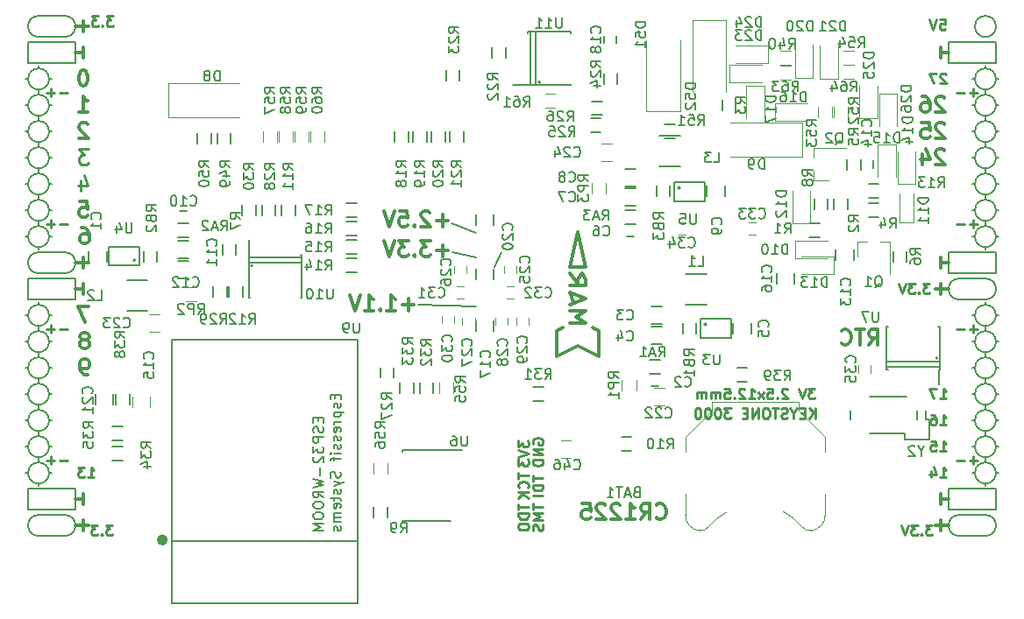
<source format=gbo>
G04 #@! TF.FileFunction,Legend,Bot*
%FSLAX46Y46*%
G04 Gerber Fmt 4.6, Leading zero omitted, Abs format (unit mm)*
G04 Created by KiCad (PCBNEW 4.0.7+dfsg1-1) date Fri Feb 23 10:13:46 2018*
%MOMM*%
%LPD*%
G01*
G04 APERTURE LIST*
%ADD10C,0.100000*%
%ADD11C,0.200000*%
%ADD12C,0.250000*%
%ADD13C,0.300000*%
%ADD14C,0.150000*%
%ADD15C,0.120000*%
%ADD16C,0.500000*%
G04 APERTURE END LIST*
D10*
D11*
X139439000Y-85931000D02*
X140074000Y-84534000D01*
X135248000Y-81740000D02*
X137661000Y-82629000D01*
X135375000Y-84534000D02*
X137661000Y-85042000D01*
X132073000Y-89614000D02*
X137661000Y-89741000D01*
D12*
X170323095Y-97702381D02*
X169704047Y-97702381D01*
X170037381Y-98083333D01*
X169894523Y-98083333D01*
X169799285Y-98130952D01*
X169751666Y-98178571D01*
X169704047Y-98273810D01*
X169704047Y-98511905D01*
X169751666Y-98607143D01*
X169799285Y-98654762D01*
X169894523Y-98702381D01*
X170180238Y-98702381D01*
X170275476Y-98654762D01*
X170323095Y-98607143D01*
X169418333Y-97702381D02*
X169085000Y-98702381D01*
X168751666Y-97702381D01*
X167704047Y-97797619D02*
X167656428Y-97750000D01*
X167561190Y-97702381D01*
X167323094Y-97702381D01*
X167227856Y-97750000D01*
X167180237Y-97797619D01*
X167132618Y-97892857D01*
X167132618Y-97988095D01*
X167180237Y-98130952D01*
X167751666Y-98702381D01*
X167132618Y-98702381D01*
X166704047Y-98607143D02*
X166656428Y-98654762D01*
X166704047Y-98702381D01*
X166751666Y-98654762D01*
X166704047Y-98607143D01*
X166704047Y-98702381D01*
X165751666Y-97702381D02*
X166227857Y-97702381D01*
X166275476Y-98178571D01*
X166227857Y-98130952D01*
X166132619Y-98083333D01*
X165894523Y-98083333D01*
X165799285Y-98130952D01*
X165751666Y-98178571D01*
X165704047Y-98273810D01*
X165704047Y-98511905D01*
X165751666Y-98607143D01*
X165799285Y-98654762D01*
X165894523Y-98702381D01*
X166132619Y-98702381D01*
X166227857Y-98654762D01*
X166275476Y-98607143D01*
X165370714Y-98702381D02*
X164846904Y-98035714D01*
X165370714Y-98035714D02*
X164846904Y-98702381D01*
X163942142Y-98702381D02*
X164513571Y-98702381D01*
X164227857Y-98702381D02*
X164227857Y-97702381D01*
X164323095Y-97845238D01*
X164418333Y-97940476D01*
X164513571Y-97988095D01*
X163561190Y-97797619D02*
X163513571Y-97750000D01*
X163418333Y-97702381D01*
X163180237Y-97702381D01*
X163084999Y-97750000D01*
X163037380Y-97797619D01*
X162989761Y-97892857D01*
X162989761Y-97988095D01*
X163037380Y-98130952D01*
X163608809Y-98702381D01*
X162989761Y-98702381D01*
X162561190Y-98607143D02*
X162513571Y-98654762D01*
X162561190Y-98702381D01*
X162608809Y-98654762D01*
X162561190Y-98607143D01*
X162561190Y-98702381D01*
X161608809Y-97702381D02*
X162085000Y-97702381D01*
X162132619Y-98178571D01*
X162085000Y-98130952D01*
X161989762Y-98083333D01*
X161751666Y-98083333D01*
X161656428Y-98130952D01*
X161608809Y-98178571D01*
X161561190Y-98273810D01*
X161561190Y-98511905D01*
X161608809Y-98607143D01*
X161656428Y-98654762D01*
X161751666Y-98702381D01*
X161989762Y-98702381D01*
X162085000Y-98654762D01*
X162132619Y-98607143D01*
X161132619Y-98702381D02*
X161132619Y-98035714D01*
X161132619Y-98130952D02*
X161085000Y-98083333D01*
X160989762Y-98035714D01*
X160846904Y-98035714D01*
X160751666Y-98083333D01*
X160704047Y-98178571D01*
X160704047Y-98702381D01*
X160704047Y-98178571D02*
X160656428Y-98083333D01*
X160561190Y-98035714D01*
X160418333Y-98035714D01*
X160323095Y-98083333D01*
X160275476Y-98178571D01*
X160275476Y-98702381D01*
X159799286Y-98702381D02*
X159799286Y-98035714D01*
X159799286Y-98130952D02*
X159751667Y-98083333D01*
X159656429Y-98035714D01*
X159513571Y-98035714D01*
X159418333Y-98083333D01*
X159370714Y-98178571D01*
X159370714Y-98702381D01*
X159370714Y-98178571D02*
X159323095Y-98083333D01*
X159227857Y-98035714D01*
X159085000Y-98035714D01*
X158989762Y-98083333D01*
X158942143Y-98178571D01*
X158942143Y-98702381D01*
D13*
X182492000Y-87582000D02*
X182492000Y-88598000D01*
X183254000Y-88090000D02*
X181984000Y-88090000D01*
X182492000Y-110442000D02*
X182492000Y-111458000D01*
X183254000Y-110950000D02*
X181984000Y-110950000D01*
X99688000Y-62182000D02*
X99688000Y-63198000D01*
X98926000Y-62690000D02*
X100196000Y-62690000D01*
X99688000Y-110442000D02*
X99688000Y-111458000D01*
X98926000Y-110950000D02*
X100196000Y-110950000D01*
X99688000Y-85042000D02*
X99688000Y-86058000D01*
X98926000Y-85550000D02*
X100196000Y-85550000D01*
D11*
X187826000Y-62690000D02*
G75*
G03X187826000Y-62690000I-1016000J0D01*
G01*
X184270000Y-87074000D02*
X186810000Y-87074000D01*
X184270000Y-89106000D02*
X186810000Y-89106000D01*
X184270000Y-87074000D02*
G75*
G03X184270000Y-89106000I0J-1016000D01*
G01*
X186810000Y-89106000D02*
G75*
G03X186810000Y-87074000I0J1016000D01*
G01*
X184270000Y-111966000D02*
X186810000Y-111966000D01*
X184270000Y-109934000D02*
X186810000Y-109934000D01*
X184270000Y-109934000D02*
G75*
G03X184270000Y-111966000I0J-1016000D01*
G01*
X186810000Y-111966000D02*
G75*
G03X186810000Y-109934000I0J1016000D01*
G01*
X97910000Y-63706000D02*
G75*
G03X97910000Y-61674000I0J1016000D01*
G01*
X95370000Y-61674000D02*
X97910000Y-61674000D01*
X95370000Y-63706000D02*
X97910000Y-63706000D01*
X95370000Y-61674000D02*
G75*
G03X95370000Y-63706000I0J-1016000D01*
G01*
X95370000Y-86566000D02*
X97910000Y-86566000D01*
X95370000Y-84534000D02*
X97910000Y-84534000D01*
X95370000Y-84534000D02*
G75*
G03X95370000Y-86566000I0J-1016000D01*
G01*
X97910000Y-86566000D02*
G75*
G03X97910000Y-84534000I0J1016000D01*
G01*
X95370000Y-111966000D02*
X97910000Y-111966000D01*
X95370000Y-109934000D02*
X97910000Y-109934000D01*
X95370000Y-109934000D02*
G75*
G03X95370000Y-111966000I0J-1016000D01*
G01*
X97910000Y-111966000D02*
G75*
G03X97910000Y-109934000I0J1016000D01*
G01*
X98926000Y-107394000D02*
X94354000Y-107394000D01*
X98926000Y-109426000D02*
X98926000Y-107394000D01*
X94354000Y-109426000D02*
X98926000Y-109426000D01*
X94354000Y-107394000D02*
X94354000Y-109426000D01*
X187826000Y-107394000D02*
X183254000Y-107394000D01*
X187826000Y-109426000D02*
X187826000Y-107394000D01*
X183254000Y-109426000D02*
X187826000Y-109426000D01*
X183254000Y-107394000D02*
X183254000Y-109426000D01*
X187826000Y-84534000D02*
X183254000Y-84534000D01*
X187826000Y-86566000D02*
X187826000Y-84534000D01*
X183254000Y-86566000D02*
X187826000Y-86566000D01*
X183254000Y-84534000D02*
X183254000Y-86566000D01*
X187826000Y-64214000D02*
X183254000Y-64214000D01*
X187826000Y-66246000D02*
X187826000Y-64214000D01*
X183254000Y-66246000D02*
X187826000Y-66246000D01*
X183254000Y-64214000D02*
X183254000Y-66246000D01*
X98926000Y-64214000D02*
X94354000Y-64214000D01*
X98926000Y-66246000D02*
X98926000Y-64214000D01*
X94354000Y-66246000D02*
X98926000Y-66246000D01*
X94354000Y-64214000D02*
X94354000Y-66246000D01*
X98926000Y-87074000D02*
X94354000Y-87074000D01*
X98926000Y-89106000D02*
X98926000Y-87074000D01*
X94354000Y-89106000D02*
X98926000Y-89106000D01*
X94354000Y-87074000D02*
X94354000Y-89106000D01*
D13*
X182872857Y-74711429D02*
X182801428Y-74640000D01*
X182658571Y-74568571D01*
X182301428Y-74568571D01*
X182158571Y-74640000D01*
X182087142Y-74711429D01*
X182015714Y-74854286D01*
X182015714Y-74997143D01*
X182087142Y-75211429D01*
X182944285Y-76068571D01*
X182015714Y-76068571D01*
X180730000Y-75068571D02*
X180730000Y-76068571D01*
X181087143Y-74497143D02*
X181444286Y-75568571D01*
X180515714Y-75568571D01*
X182872857Y-72171429D02*
X182801428Y-72100000D01*
X182658571Y-72028571D01*
X182301428Y-72028571D01*
X182158571Y-72100000D01*
X182087142Y-72171429D01*
X182015714Y-72314286D01*
X182015714Y-72457143D01*
X182087142Y-72671429D01*
X182944285Y-73528571D01*
X182015714Y-73528571D01*
X180658571Y-72028571D02*
X181372857Y-72028571D01*
X181444286Y-72742857D01*
X181372857Y-72671429D01*
X181230000Y-72600000D01*
X180872857Y-72600000D01*
X180730000Y-72671429D01*
X180658571Y-72742857D01*
X180587143Y-72885714D01*
X180587143Y-73242857D01*
X180658571Y-73385714D01*
X180730000Y-73457143D01*
X180872857Y-73528571D01*
X181230000Y-73528571D01*
X181372857Y-73457143D01*
X181444286Y-73385714D01*
D12*
X186032000Y-91971429D02*
X185270095Y-91971429D01*
X185651047Y-92352381D02*
X185651047Y-91590476D01*
X184793905Y-91971429D02*
X184032000Y-91971429D01*
X186032000Y-69111429D02*
X185270095Y-69111429D01*
X185651047Y-69492381D02*
X185651047Y-68730476D01*
X184793905Y-69111429D02*
X184032000Y-69111429D01*
X186032000Y-81811429D02*
X185270095Y-81811429D01*
X185651047Y-82192381D02*
X185651047Y-81430476D01*
X184793905Y-81811429D02*
X184032000Y-81811429D01*
X186032000Y-104671429D02*
X185270095Y-104671429D01*
X185651047Y-105052381D02*
X185651047Y-104290476D01*
X184793905Y-104671429D02*
X184032000Y-104671429D01*
X98148000Y-104671429D02*
X97386095Y-104671429D01*
X96909905Y-104671429D02*
X96148000Y-104671429D01*
X96528952Y-105052381D02*
X96528952Y-104290476D01*
X98148000Y-91971429D02*
X97386095Y-91971429D01*
X96909905Y-91971429D02*
X96148000Y-91971429D01*
X96528952Y-92352381D02*
X96528952Y-91590476D01*
X98148000Y-81811429D02*
X97386095Y-81811429D01*
X96909905Y-81811429D02*
X96148000Y-81811429D01*
X96528952Y-82192381D02*
X96528952Y-81430476D01*
X98148000Y-69111429D02*
X97386095Y-69111429D01*
X96909905Y-69111429D02*
X96148000Y-69111429D01*
X96528952Y-69492381D02*
X96528952Y-68730476D01*
D13*
X182492000Y-107902000D02*
X182492000Y-108918000D01*
X183254000Y-108410000D02*
X182492000Y-108410000D01*
D11*
X95370000Y-96726000D02*
X95370000Y-97234000D01*
X96386000Y-95710000D02*
X96640000Y-95710000D01*
X94354000Y-95710000D02*
X94100000Y-95710000D01*
X187826000Y-98250000D02*
X188080000Y-98250000D01*
X187826000Y-83010000D02*
X188080000Y-83010000D01*
X95370000Y-107140000D02*
X95370000Y-106886000D01*
X96386000Y-105870000D02*
X96640000Y-105870000D01*
X94354000Y-105870000D02*
X94100000Y-105870000D01*
X94354000Y-103330000D02*
X94100000Y-103330000D01*
X95370000Y-104346000D02*
X95370000Y-104854000D01*
X96386000Y-103330000D02*
X96640000Y-103330000D01*
X94354000Y-100790000D02*
X94100000Y-100790000D01*
X95370000Y-102314000D02*
X95370000Y-101806000D01*
X96386000Y-100790000D02*
X96640000Y-100790000D01*
X95370000Y-99266000D02*
X95370000Y-99774000D01*
X94354000Y-98250000D02*
X94100000Y-98250000D01*
X96386000Y-98250000D02*
X96640000Y-98250000D01*
X95370000Y-94186000D02*
X95370000Y-94694000D01*
X96386000Y-93170000D02*
X96640000Y-93170000D01*
X94354000Y-93170000D02*
X94100000Y-93170000D01*
X94354000Y-90630000D02*
X94100000Y-90630000D01*
X95370000Y-91646000D02*
X95370000Y-92154000D01*
X96640000Y-90630000D02*
X96386000Y-90630000D01*
X95370000Y-89360000D02*
X95370000Y-89614000D01*
X94354000Y-83010000D02*
X94100000Y-83010000D01*
X95370000Y-84280000D02*
X95370000Y-84026000D01*
X96386000Y-83010000D02*
X96640000Y-83010000D01*
X95370000Y-81486000D02*
X95370000Y-81994000D01*
X94354000Y-80470000D02*
X94100000Y-80470000D01*
X96640000Y-80470000D02*
X96386000Y-80470000D01*
X95370000Y-78946000D02*
X95370000Y-79454000D01*
X96386000Y-77930000D02*
X96640000Y-77930000D01*
X94354000Y-77930000D02*
X94100000Y-77930000D01*
X95370000Y-76406000D02*
X95370000Y-76914000D01*
X94354000Y-75390000D02*
X94100000Y-75390000D01*
X96386000Y-75390000D02*
X96640000Y-75390000D01*
X95370000Y-73866000D02*
X95370000Y-74374000D01*
X96386000Y-72850000D02*
X96640000Y-72850000D01*
X94100000Y-72850000D02*
X94354000Y-72850000D01*
X94354000Y-70310000D02*
X94100000Y-70310000D01*
X96640000Y-70310000D02*
X96386000Y-70310000D01*
X95370000Y-71326000D02*
X95370000Y-71834000D01*
X95370000Y-68786000D02*
X95370000Y-69294000D01*
X96386000Y-67770000D02*
X96640000Y-67770000D01*
X94354000Y-67770000D02*
X94100000Y-67770000D01*
X95370000Y-66500000D02*
X95370000Y-66754000D01*
X187826000Y-105870000D02*
X188080000Y-105870000D01*
X186810000Y-107140000D02*
X186810000Y-106886000D01*
X185540000Y-105870000D02*
X185794000Y-105870000D01*
X186810000Y-104346000D02*
X186810000Y-104854000D01*
X187826000Y-103330000D02*
X188080000Y-103330000D01*
X185540000Y-103330000D02*
X185794000Y-103330000D01*
X186810000Y-101806000D02*
X186810000Y-102314000D01*
X187826000Y-100790000D02*
X188080000Y-100790000D01*
X185540000Y-100790000D02*
X185794000Y-100790000D01*
X186810000Y-99266000D02*
X186810000Y-99774000D01*
X185540000Y-98250000D02*
X185794000Y-98250000D01*
X186810000Y-97234000D02*
X186810000Y-96726000D01*
X187826000Y-95710000D02*
X188080000Y-95710000D01*
X185540000Y-95710000D02*
X185794000Y-95710000D01*
X186810000Y-94694000D02*
X186810000Y-94186000D01*
X187826000Y-93170000D02*
X188080000Y-93170000D01*
X185540000Y-93170000D02*
X185794000Y-93170000D01*
X186810000Y-92154000D02*
X186810000Y-91646000D01*
X187826000Y-90630000D02*
X188080000Y-90630000D01*
X185540000Y-90630000D02*
X185794000Y-90630000D01*
X186810000Y-89360000D02*
X186810000Y-89614000D01*
X186810000Y-84280000D02*
X186810000Y-84026000D01*
X185540000Y-83010000D02*
X185794000Y-83010000D01*
X186810000Y-81994000D02*
X186810000Y-81486000D01*
X185794000Y-80470000D02*
X185540000Y-80470000D01*
X187826000Y-80470000D02*
X188080000Y-80470000D01*
X186810000Y-78946000D02*
X186810000Y-79454000D01*
X185794000Y-77930000D02*
X185540000Y-77930000D01*
X187826000Y-77930000D02*
X188080000Y-77930000D01*
X186810000Y-76406000D02*
X186810000Y-76914000D01*
X186810000Y-73866000D02*
X186810000Y-74374000D01*
X185794000Y-75390000D02*
X185540000Y-75390000D01*
X187826000Y-75390000D02*
X188080000Y-75390000D01*
X187826000Y-72850000D02*
X188080000Y-72850000D01*
X185540000Y-72850000D02*
X185794000Y-72850000D01*
X186810000Y-71834000D02*
X186810000Y-71326000D01*
X187826000Y-70310000D02*
X188080000Y-70310000D01*
X185540000Y-70310000D02*
X185794000Y-70310000D01*
X187826000Y-67770000D02*
X188080000Y-67770000D01*
X186810000Y-68786000D02*
X186810000Y-69294000D01*
X185540000Y-67770000D02*
X185794000Y-67770000D01*
X186810000Y-66500000D02*
X186810000Y-66754000D01*
X187826000Y-67770000D02*
G75*
G03X187826000Y-67770000I-1016000J0D01*
G01*
X187826000Y-70310000D02*
G75*
G03X187826000Y-70310000I-1016000J0D01*
G01*
X187826000Y-72850000D02*
G75*
G03X187826000Y-72850000I-1016000J0D01*
G01*
X187826000Y-75390000D02*
G75*
G03X187826000Y-75390000I-1016000J0D01*
G01*
X187826000Y-77930000D02*
G75*
G03X187826000Y-77930000I-1016000J0D01*
G01*
X187826000Y-80470000D02*
G75*
G03X187826000Y-80470000I-1016000J0D01*
G01*
X187826000Y-83010000D02*
G75*
G03X187826000Y-83010000I-1016000J0D01*
G01*
X187826000Y-90630000D02*
G75*
G03X187826000Y-90630000I-1016000J0D01*
G01*
X187826000Y-93170000D02*
G75*
G03X187826000Y-93170000I-1016000J0D01*
G01*
X187826000Y-95710000D02*
G75*
G03X187826000Y-95710000I-1016000J0D01*
G01*
X187826000Y-98250000D02*
G75*
G03X187826000Y-98250000I-1016000J0D01*
G01*
X187826000Y-100790000D02*
G75*
G03X187826000Y-100790000I-1016000J0D01*
G01*
X187826000Y-103330000D02*
G75*
G03X187826000Y-103330000I-1016000J0D01*
G01*
X187826000Y-105870000D02*
G75*
G03X187826000Y-105870000I-1016000J0D01*
G01*
X96386000Y-105870000D02*
G75*
G03X96386000Y-105870000I-1016000J0D01*
G01*
X96386000Y-103330000D02*
G75*
G03X96386000Y-103330000I-1016000J0D01*
G01*
X96386000Y-100790000D02*
G75*
G03X96386000Y-100790000I-1016000J0D01*
G01*
X96386000Y-98250000D02*
G75*
G03X96386000Y-98250000I-1016000J0D01*
G01*
X96386000Y-95710000D02*
G75*
G03X96386000Y-95710000I-1016000J0D01*
G01*
X96386000Y-93170000D02*
G75*
G03X96386000Y-93170000I-1016000J0D01*
G01*
X96386000Y-90630000D02*
G75*
G03X96386000Y-90630000I-1016000J0D01*
G01*
X96386000Y-83010000D02*
G75*
G03X96386000Y-83010000I-1016000J0D01*
G01*
X96386000Y-80470000D02*
G75*
G03X96386000Y-80470000I-1016000J0D01*
G01*
X96386000Y-77930000D02*
G75*
G03X96386000Y-77930000I-1016000J0D01*
G01*
X96386000Y-75390000D02*
G75*
G03X96386000Y-75390000I-1016000J0D01*
G01*
X96386000Y-72850000D02*
G75*
G03X96386000Y-72850000I-1016000J0D01*
G01*
X96386000Y-70310000D02*
G75*
G03X96386000Y-70310000I-1016000J0D01*
G01*
X96386000Y-67770000D02*
G75*
G03X96386000Y-67770000I-1016000J0D01*
G01*
D12*
X182428476Y-62015381D02*
X182904667Y-62015381D01*
X182952286Y-62491571D01*
X182904667Y-62443952D01*
X182809429Y-62396333D01*
X182571333Y-62396333D01*
X182476095Y-62443952D01*
X182428476Y-62491571D01*
X182380857Y-62586810D01*
X182380857Y-62824905D01*
X182428476Y-62920143D01*
X182476095Y-62967762D01*
X182571333Y-63015381D01*
X182809429Y-63015381D01*
X182904667Y-62967762D01*
X182952286Y-62920143D01*
X182095143Y-62015381D02*
X181761810Y-63015381D01*
X181428476Y-62015381D01*
D13*
X182492000Y-64722000D02*
X182492000Y-65738000D01*
X183254000Y-65230000D02*
X182492000Y-65230000D01*
D12*
X182999905Y-67317619D02*
X182952286Y-67270000D01*
X182857048Y-67222381D01*
X182618952Y-67222381D01*
X182523714Y-67270000D01*
X182476095Y-67317619D01*
X182428476Y-67412857D01*
X182428476Y-67508095D01*
X182476095Y-67650952D01*
X183047524Y-68222381D01*
X182428476Y-68222381D01*
X182095143Y-67222381D02*
X181428476Y-67222381D01*
X181857048Y-68222381D01*
D13*
X182872857Y-69631429D02*
X182801428Y-69560000D01*
X182658571Y-69488571D01*
X182301428Y-69488571D01*
X182158571Y-69560000D01*
X182087142Y-69631429D01*
X182015714Y-69774286D01*
X182015714Y-69917143D01*
X182087142Y-70131429D01*
X182944285Y-70988571D01*
X182015714Y-70988571D01*
X180730000Y-69488571D02*
X181015714Y-69488571D01*
X181158571Y-69560000D01*
X181230000Y-69631429D01*
X181372857Y-69845714D01*
X181444286Y-70131429D01*
X181444286Y-70702857D01*
X181372857Y-70845714D01*
X181301429Y-70917143D01*
X181158571Y-70988571D01*
X180872857Y-70988571D01*
X180730000Y-70917143D01*
X180658571Y-70845714D01*
X180587143Y-70702857D01*
X180587143Y-70345714D01*
X180658571Y-70202857D01*
X180730000Y-70131429D01*
X180872857Y-70060000D01*
X181158571Y-70060000D01*
X181301429Y-70131429D01*
X181372857Y-70202857D01*
X181444286Y-70345714D01*
X182492000Y-85042000D02*
X182492000Y-86058000D01*
X183254000Y-85550000D02*
X182492000Y-85550000D01*
D12*
X181428190Y-87542381D02*
X180809142Y-87542381D01*
X181142476Y-87923333D01*
X180999618Y-87923333D01*
X180904380Y-87970952D01*
X180856761Y-88018571D01*
X180809142Y-88113810D01*
X180809142Y-88351905D01*
X180856761Y-88447143D01*
X180904380Y-88494762D01*
X180999618Y-88542381D01*
X181285333Y-88542381D01*
X181380571Y-88494762D01*
X181428190Y-88447143D01*
X180380571Y-88447143D02*
X180332952Y-88494762D01*
X180380571Y-88542381D01*
X180428190Y-88494762D01*
X180380571Y-88447143D01*
X180380571Y-88542381D01*
X179999619Y-87542381D02*
X179380571Y-87542381D01*
X179713905Y-87923333D01*
X179571047Y-87923333D01*
X179475809Y-87970952D01*
X179428190Y-88018571D01*
X179380571Y-88113810D01*
X179380571Y-88351905D01*
X179428190Y-88447143D01*
X179475809Y-88494762D01*
X179571047Y-88542381D01*
X179856762Y-88542381D01*
X179952000Y-88494762D01*
X179999619Y-88447143D01*
X179094857Y-87542381D02*
X178761524Y-88542381D01*
X178428190Y-87542381D01*
X182428476Y-98702381D02*
X182999905Y-98702381D01*
X182714191Y-98702381D02*
X182714191Y-97702381D01*
X182809429Y-97845238D01*
X182904667Y-97940476D01*
X182999905Y-97988095D01*
X182095143Y-97702381D02*
X181428476Y-97702381D01*
X181857048Y-98702381D01*
X182428476Y-101242381D02*
X182999905Y-101242381D01*
X182714191Y-101242381D02*
X182714191Y-100242381D01*
X182809429Y-100385238D01*
X182904667Y-100480476D01*
X182999905Y-100528095D01*
X181571333Y-100242381D02*
X181761810Y-100242381D01*
X181857048Y-100290000D01*
X181904667Y-100337619D01*
X181999905Y-100480476D01*
X182047524Y-100670952D01*
X182047524Y-101051905D01*
X181999905Y-101147143D01*
X181952286Y-101194762D01*
X181857048Y-101242381D01*
X181666571Y-101242381D01*
X181571333Y-101194762D01*
X181523714Y-101147143D01*
X181476095Y-101051905D01*
X181476095Y-100813810D01*
X181523714Y-100718571D01*
X181571333Y-100670952D01*
X181666571Y-100623333D01*
X181857048Y-100623333D01*
X181952286Y-100670952D01*
X181999905Y-100718571D01*
X182047524Y-100813810D01*
X182428476Y-103782381D02*
X182999905Y-103782381D01*
X182714191Y-103782381D02*
X182714191Y-102782381D01*
X182809429Y-102925238D01*
X182904667Y-103020476D01*
X182999905Y-103068095D01*
X181523714Y-102782381D02*
X181999905Y-102782381D01*
X182047524Y-103258571D01*
X181999905Y-103210952D01*
X181904667Y-103163333D01*
X181666571Y-103163333D01*
X181571333Y-103210952D01*
X181523714Y-103258571D01*
X181476095Y-103353810D01*
X181476095Y-103591905D01*
X181523714Y-103687143D01*
X181571333Y-103734762D01*
X181666571Y-103782381D01*
X181904667Y-103782381D01*
X181999905Y-103734762D01*
X182047524Y-103687143D01*
X182428476Y-106322381D02*
X182999905Y-106322381D01*
X182714191Y-106322381D02*
X182714191Y-105322381D01*
X182809429Y-105465238D01*
X182904667Y-105560476D01*
X182999905Y-105608095D01*
X181571333Y-105655714D02*
X181571333Y-106322381D01*
X181809429Y-105274762D02*
X182047524Y-105989048D01*
X181428476Y-105989048D01*
X181682190Y-110910381D02*
X181063142Y-110910381D01*
X181396476Y-111291333D01*
X181253618Y-111291333D01*
X181158380Y-111338952D01*
X181110761Y-111386571D01*
X181063142Y-111481810D01*
X181063142Y-111719905D01*
X181110761Y-111815143D01*
X181158380Y-111862762D01*
X181253618Y-111910381D01*
X181539333Y-111910381D01*
X181634571Y-111862762D01*
X181682190Y-111815143D01*
X180634571Y-111815143D02*
X180586952Y-111862762D01*
X180634571Y-111910381D01*
X180682190Y-111862762D01*
X180634571Y-111815143D01*
X180634571Y-111910381D01*
X180253619Y-110910381D02*
X179634571Y-110910381D01*
X179967905Y-111291333D01*
X179825047Y-111291333D01*
X179729809Y-111338952D01*
X179682190Y-111386571D01*
X179634571Y-111481810D01*
X179634571Y-111719905D01*
X179682190Y-111815143D01*
X179729809Y-111862762D01*
X179825047Y-111910381D01*
X180110762Y-111910381D01*
X180206000Y-111862762D01*
X180253619Y-111815143D01*
X179348857Y-110910381D02*
X179015524Y-111910381D01*
X178682190Y-110910381D01*
D13*
X99688000Y-108918000D02*
X99688000Y-107902000D01*
X98926000Y-108410000D02*
X99688000Y-108410000D01*
X99688000Y-88598000D02*
X99688000Y-87582000D01*
X98926000Y-88090000D02*
X99688000Y-88090000D01*
X99688000Y-64722000D02*
X99688000Y-65738000D01*
X98926000Y-65230000D02*
X99688000Y-65230000D01*
D12*
X102513619Y-110910381D02*
X101894571Y-110910381D01*
X102227905Y-111291333D01*
X102085047Y-111291333D01*
X101989809Y-111338952D01*
X101942190Y-111386571D01*
X101894571Y-111481810D01*
X101894571Y-111719905D01*
X101942190Y-111815143D01*
X101989809Y-111862762D01*
X102085047Y-111910381D01*
X102370762Y-111910381D01*
X102466000Y-111862762D01*
X102513619Y-111815143D01*
X101466000Y-111815143D02*
X101418381Y-111862762D01*
X101466000Y-111910381D01*
X101513619Y-111862762D01*
X101466000Y-111815143D01*
X101466000Y-111910381D01*
X101085048Y-110910381D02*
X100466000Y-110910381D01*
X100799334Y-111291333D01*
X100656476Y-111291333D01*
X100561238Y-111338952D01*
X100513619Y-111386571D01*
X100466000Y-111481810D01*
X100466000Y-111719905D01*
X100513619Y-111815143D01*
X100561238Y-111862762D01*
X100656476Y-111910381D01*
X100942191Y-111910381D01*
X101037429Y-111862762D01*
X101085048Y-111815143D01*
X100132476Y-106322381D02*
X100703905Y-106322381D01*
X100418191Y-106322381D02*
X100418191Y-105322381D01*
X100513429Y-105465238D01*
X100608667Y-105560476D01*
X100703905Y-105608095D01*
X99799143Y-105322381D02*
X99180095Y-105322381D01*
X99513429Y-105703333D01*
X99370571Y-105703333D01*
X99275333Y-105750952D01*
X99227714Y-105798571D01*
X99180095Y-105893810D01*
X99180095Y-106131905D01*
X99227714Y-106227143D01*
X99275333Y-106274762D01*
X99370571Y-106322381D01*
X99656286Y-106322381D01*
X99751524Y-106274762D01*
X99799143Y-106227143D01*
D13*
X100100714Y-96388571D02*
X99814999Y-96388571D01*
X99672142Y-96317143D01*
X99600714Y-96245714D01*
X99457856Y-96031429D01*
X99386428Y-95745714D01*
X99386428Y-95174286D01*
X99457856Y-95031429D01*
X99529285Y-94960000D01*
X99672142Y-94888571D01*
X99957856Y-94888571D01*
X100100714Y-94960000D01*
X100172142Y-95031429D01*
X100243571Y-95174286D01*
X100243571Y-95531429D01*
X100172142Y-95674286D01*
X100100714Y-95745714D01*
X99957856Y-95817143D01*
X99672142Y-95817143D01*
X99529285Y-95745714D01*
X99457856Y-95674286D01*
X99386428Y-95531429D01*
X99957856Y-92991429D02*
X100100714Y-92920000D01*
X100172142Y-92848571D01*
X100243571Y-92705714D01*
X100243571Y-92634286D01*
X100172142Y-92491429D01*
X100100714Y-92420000D01*
X99957856Y-92348571D01*
X99672142Y-92348571D01*
X99529285Y-92420000D01*
X99457856Y-92491429D01*
X99386428Y-92634286D01*
X99386428Y-92705714D01*
X99457856Y-92848571D01*
X99529285Y-92920000D01*
X99672142Y-92991429D01*
X99957856Y-92991429D01*
X100100714Y-93062857D01*
X100172142Y-93134286D01*
X100243571Y-93277143D01*
X100243571Y-93562857D01*
X100172142Y-93705714D01*
X100100714Y-93777143D01*
X99957856Y-93848571D01*
X99672142Y-93848571D01*
X99529285Y-93777143D01*
X99457856Y-93705714D01*
X99386428Y-93562857D01*
X99386428Y-93277143D01*
X99457856Y-93134286D01*
X99529285Y-93062857D01*
X99672142Y-92991429D01*
X100187999Y-89808571D02*
X99187999Y-89808571D01*
X99830856Y-91308571D01*
X99529285Y-82188571D02*
X99814999Y-82188571D01*
X99957856Y-82260000D01*
X100029285Y-82331429D01*
X100172142Y-82545714D01*
X100243571Y-82831429D01*
X100243571Y-83402857D01*
X100172142Y-83545714D01*
X100100714Y-83617143D01*
X99957856Y-83688571D01*
X99672142Y-83688571D01*
X99529285Y-83617143D01*
X99457856Y-83545714D01*
X99386428Y-83402857D01*
X99386428Y-83045714D01*
X99457856Y-82902857D01*
X99529285Y-82831429D01*
X99672142Y-82760000D01*
X99957856Y-82760000D01*
X100100714Y-82831429D01*
X100172142Y-82902857D01*
X100243571Y-83045714D01*
X99330856Y-79648571D02*
X100045142Y-79648571D01*
X100116571Y-80362857D01*
X100045142Y-80291429D01*
X99902285Y-80220000D01*
X99545142Y-80220000D01*
X99402285Y-80291429D01*
X99330856Y-80362857D01*
X99259428Y-80505714D01*
X99259428Y-80862857D01*
X99330856Y-81005714D01*
X99402285Y-81077143D01*
X99545142Y-81148571D01*
X99902285Y-81148571D01*
X100045142Y-81077143D01*
X100116571Y-81005714D01*
D12*
X99402285Y-77608571D02*
X99402285Y-78608571D01*
X99759428Y-77037143D02*
X100116571Y-78108571D01*
X99187999Y-78108571D01*
X100187999Y-74568571D02*
X99259428Y-74568571D01*
X99759428Y-75140000D01*
X99545142Y-75140000D01*
X99402285Y-75211429D01*
X99330856Y-75282857D01*
X99259428Y-75425714D01*
X99259428Y-75782857D01*
X99330856Y-75925714D01*
X99402285Y-75997143D01*
X99545142Y-76068571D01*
X99973714Y-76068571D01*
X100116571Y-75997143D01*
X100187999Y-75925714D01*
D13*
X100116571Y-72171429D02*
X100045142Y-72100000D01*
X99902285Y-72028571D01*
X99545142Y-72028571D01*
X99402285Y-72100000D01*
X99330856Y-72171429D01*
X99259428Y-72314286D01*
X99259428Y-72457143D01*
X99330856Y-72671429D01*
X100187999Y-73528571D01*
X99259428Y-73528571D01*
X99259428Y-70988571D02*
X100116571Y-70988571D01*
X99687999Y-70988571D02*
X99687999Y-69488571D01*
X99830856Y-69702857D01*
X99973714Y-69845714D01*
X100116571Y-69917143D01*
X99759428Y-66948571D02*
X99616571Y-66948571D01*
X99473714Y-67020000D01*
X99402285Y-67091429D01*
X99330856Y-67234286D01*
X99259428Y-67520000D01*
X99259428Y-67877143D01*
X99330856Y-68162857D01*
X99402285Y-68305714D01*
X99473714Y-68377143D01*
X99616571Y-68448571D01*
X99759428Y-68448571D01*
X99902285Y-68377143D01*
X99973714Y-68305714D01*
X100045142Y-68162857D01*
X100116571Y-67877143D01*
X100116571Y-67520000D01*
X100045142Y-67234286D01*
X99973714Y-67091429D01*
X99902285Y-67020000D01*
X99759428Y-66948571D01*
D12*
X102577119Y-61697881D02*
X101958071Y-61697881D01*
X102291405Y-62078833D01*
X102148547Y-62078833D01*
X102053309Y-62126452D01*
X102005690Y-62174071D01*
X101958071Y-62269310D01*
X101958071Y-62507405D01*
X102005690Y-62602643D01*
X102053309Y-62650262D01*
X102148547Y-62697881D01*
X102434262Y-62697881D01*
X102529500Y-62650262D01*
X102577119Y-62602643D01*
X101529500Y-62602643D02*
X101481881Y-62650262D01*
X101529500Y-62697881D01*
X101577119Y-62650262D01*
X101529500Y-62602643D01*
X101529500Y-62697881D01*
X101148548Y-61697881D02*
X100529500Y-61697881D01*
X100862834Y-62078833D01*
X100719976Y-62078833D01*
X100624738Y-62126452D01*
X100577119Y-62174071D01*
X100529500Y-62269310D01*
X100529500Y-62507405D01*
X100577119Y-62602643D01*
X100624738Y-62650262D01*
X100719976Y-62697881D01*
X101005691Y-62697881D01*
X101100929Y-62650262D01*
X101148548Y-62602643D01*
X170370715Y-100607381D02*
X170370715Y-99607381D01*
X169799286Y-100607381D02*
X170227858Y-100035952D01*
X169799286Y-99607381D02*
X170370715Y-100178810D01*
X169370715Y-100083571D02*
X169037381Y-100083571D01*
X168894524Y-100607381D02*
X169370715Y-100607381D01*
X169370715Y-99607381D01*
X168894524Y-99607381D01*
X168275477Y-100131190D02*
X168275477Y-100607381D01*
X168608810Y-99607381D02*
X168275477Y-100131190D01*
X167942143Y-99607381D01*
X167656429Y-100559762D02*
X167513572Y-100607381D01*
X167275476Y-100607381D01*
X167180238Y-100559762D01*
X167132619Y-100512143D01*
X167085000Y-100416905D01*
X167085000Y-100321667D01*
X167132619Y-100226429D01*
X167180238Y-100178810D01*
X167275476Y-100131190D01*
X167465953Y-100083571D01*
X167561191Y-100035952D01*
X167608810Y-99988333D01*
X167656429Y-99893095D01*
X167656429Y-99797857D01*
X167608810Y-99702619D01*
X167561191Y-99655000D01*
X167465953Y-99607381D01*
X167227857Y-99607381D01*
X167085000Y-99655000D01*
X166799286Y-99607381D02*
X166227857Y-99607381D01*
X166513572Y-100607381D02*
X166513572Y-99607381D01*
X165704048Y-99607381D02*
X165513571Y-99607381D01*
X165418333Y-99655000D01*
X165323095Y-99750238D01*
X165275476Y-99940714D01*
X165275476Y-100274048D01*
X165323095Y-100464524D01*
X165418333Y-100559762D01*
X165513571Y-100607381D01*
X165704048Y-100607381D01*
X165799286Y-100559762D01*
X165894524Y-100464524D01*
X165942143Y-100274048D01*
X165942143Y-99940714D01*
X165894524Y-99750238D01*
X165799286Y-99655000D01*
X165704048Y-99607381D01*
X164846905Y-100607381D02*
X164846905Y-99607381D01*
X164275476Y-100607381D01*
X164275476Y-99607381D01*
X163799286Y-100083571D02*
X163465952Y-100083571D01*
X163323095Y-100607381D02*
X163799286Y-100607381D01*
X163799286Y-99607381D01*
X163323095Y-99607381D01*
X162227857Y-99607381D02*
X161608809Y-99607381D01*
X161942143Y-99988333D01*
X161799285Y-99988333D01*
X161704047Y-100035952D01*
X161656428Y-100083571D01*
X161608809Y-100178810D01*
X161608809Y-100416905D01*
X161656428Y-100512143D01*
X161704047Y-100559762D01*
X161799285Y-100607381D01*
X162085000Y-100607381D01*
X162180238Y-100559762D01*
X162227857Y-100512143D01*
X160989762Y-99607381D02*
X160894523Y-99607381D01*
X160799285Y-99655000D01*
X160751666Y-99702619D01*
X160704047Y-99797857D01*
X160656428Y-99988333D01*
X160656428Y-100226429D01*
X160704047Y-100416905D01*
X160751666Y-100512143D01*
X160799285Y-100559762D01*
X160894523Y-100607381D01*
X160989762Y-100607381D01*
X161085000Y-100559762D01*
X161132619Y-100512143D01*
X161180238Y-100416905D01*
X161227857Y-100226429D01*
X161227857Y-99988333D01*
X161180238Y-99797857D01*
X161132619Y-99702619D01*
X161085000Y-99655000D01*
X160989762Y-99607381D01*
X160037381Y-99607381D02*
X159942142Y-99607381D01*
X159846904Y-99655000D01*
X159799285Y-99702619D01*
X159751666Y-99797857D01*
X159704047Y-99988333D01*
X159704047Y-100226429D01*
X159751666Y-100416905D01*
X159799285Y-100512143D01*
X159846904Y-100559762D01*
X159942142Y-100607381D01*
X160037381Y-100607381D01*
X160132619Y-100559762D01*
X160180238Y-100512143D01*
X160227857Y-100416905D01*
X160275476Y-100226429D01*
X160275476Y-99988333D01*
X160227857Y-99797857D01*
X160180238Y-99702619D01*
X160132619Y-99655000D01*
X160037381Y-99607381D01*
X159085000Y-99607381D02*
X158989761Y-99607381D01*
X158894523Y-99655000D01*
X158846904Y-99702619D01*
X158799285Y-99797857D01*
X158751666Y-99988333D01*
X158751666Y-100226429D01*
X158799285Y-100416905D01*
X158846904Y-100512143D01*
X158894523Y-100559762D01*
X158989761Y-100607381D01*
X159085000Y-100607381D01*
X159180238Y-100559762D01*
X159227857Y-100512143D01*
X159275476Y-100416905D01*
X159323095Y-100226429D01*
X159323095Y-99988333D01*
X159275476Y-99797857D01*
X159227857Y-99702619D01*
X159180238Y-99655000D01*
X159085000Y-99607381D01*
D13*
X155027856Y-110215714D02*
X155099285Y-110287143D01*
X155313571Y-110358571D01*
X155456428Y-110358571D01*
X155670713Y-110287143D01*
X155813571Y-110144286D01*
X155884999Y-110001429D01*
X155956428Y-109715714D01*
X155956428Y-109501429D01*
X155884999Y-109215714D01*
X155813571Y-109072857D01*
X155670713Y-108930000D01*
X155456428Y-108858571D01*
X155313571Y-108858571D01*
X155099285Y-108930000D01*
X155027856Y-109001429D01*
X153527856Y-110358571D02*
X154027856Y-109644286D01*
X154384999Y-110358571D02*
X154384999Y-108858571D01*
X153813571Y-108858571D01*
X153670713Y-108930000D01*
X153599285Y-109001429D01*
X153527856Y-109144286D01*
X153527856Y-109358571D01*
X153599285Y-109501429D01*
X153670713Y-109572857D01*
X153813571Y-109644286D01*
X154384999Y-109644286D01*
X152099285Y-110358571D02*
X152956428Y-110358571D01*
X152527856Y-110358571D02*
X152527856Y-108858571D01*
X152670713Y-109072857D01*
X152813571Y-109215714D01*
X152956428Y-109287143D01*
X151527857Y-109001429D02*
X151456428Y-108930000D01*
X151313571Y-108858571D01*
X150956428Y-108858571D01*
X150813571Y-108930000D01*
X150742142Y-109001429D01*
X150670714Y-109144286D01*
X150670714Y-109287143D01*
X150742142Y-109501429D01*
X151599285Y-110358571D01*
X150670714Y-110358571D01*
X150099286Y-109001429D02*
X150027857Y-108930000D01*
X149885000Y-108858571D01*
X149527857Y-108858571D01*
X149385000Y-108930000D01*
X149313571Y-109001429D01*
X149242143Y-109144286D01*
X149242143Y-109287143D01*
X149313571Y-109501429D01*
X150170714Y-110358571D01*
X149242143Y-110358571D01*
X147885000Y-108858571D02*
X148599286Y-108858571D01*
X148670715Y-109572857D01*
X148599286Y-109501429D01*
X148456429Y-109430000D01*
X148099286Y-109430000D01*
X147956429Y-109501429D01*
X147885000Y-109572857D01*
X147813572Y-109715714D01*
X147813572Y-110072857D01*
X147885000Y-110215714D01*
X147956429Y-110287143D01*
X148099286Y-110358571D01*
X148456429Y-110358571D01*
X148599286Y-110287143D01*
X148670715Y-110215714D01*
X134945999Y-81466143D02*
X133803142Y-81466143D01*
X134374571Y-82037571D02*
X134374571Y-80894714D01*
X133160285Y-80680429D02*
X133088856Y-80609000D01*
X132945999Y-80537571D01*
X132588856Y-80537571D01*
X132445999Y-80609000D01*
X132374570Y-80680429D01*
X132303142Y-80823286D01*
X132303142Y-80966143D01*
X132374570Y-81180429D01*
X133231713Y-82037571D01*
X132303142Y-82037571D01*
X131660285Y-81894714D02*
X131588857Y-81966143D01*
X131660285Y-82037571D01*
X131731714Y-81966143D01*
X131660285Y-81894714D01*
X131660285Y-82037571D01*
X130231713Y-80537571D02*
X130945999Y-80537571D01*
X131017428Y-81251857D01*
X130945999Y-81180429D01*
X130803142Y-81109000D01*
X130445999Y-81109000D01*
X130303142Y-81180429D01*
X130231713Y-81251857D01*
X130160285Y-81394714D01*
X130160285Y-81751857D01*
X130231713Y-81894714D01*
X130303142Y-81966143D01*
X130445999Y-82037571D01*
X130803142Y-82037571D01*
X130945999Y-81966143D01*
X131017428Y-81894714D01*
X129731714Y-80537571D02*
X129231714Y-82037571D01*
X128731714Y-80537571D01*
X134945999Y-84387143D02*
X133803142Y-84387143D01*
X134374571Y-84958571D02*
X134374571Y-83815714D01*
X133231713Y-83458571D02*
X132303142Y-83458571D01*
X132803142Y-84030000D01*
X132588856Y-84030000D01*
X132445999Y-84101429D01*
X132374570Y-84172857D01*
X132303142Y-84315714D01*
X132303142Y-84672857D01*
X132374570Y-84815714D01*
X132445999Y-84887143D01*
X132588856Y-84958571D01*
X133017428Y-84958571D01*
X133160285Y-84887143D01*
X133231713Y-84815714D01*
X131660285Y-84815714D02*
X131588857Y-84887143D01*
X131660285Y-84958571D01*
X131731714Y-84887143D01*
X131660285Y-84815714D01*
X131660285Y-84958571D01*
X131088856Y-83458571D02*
X130160285Y-83458571D01*
X130660285Y-84030000D01*
X130445999Y-84030000D01*
X130303142Y-84101429D01*
X130231713Y-84172857D01*
X130160285Y-84315714D01*
X130160285Y-84672857D01*
X130231713Y-84815714D01*
X130303142Y-84887143D01*
X130445999Y-84958571D01*
X130874571Y-84958571D01*
X131017428Y-84887143D01*
X131088856Y-84815714D01*
X129731714Y-83458571D02*
X129231714Y-84958571D01*
X128731714Y-83458571D01*
X131643999Y-89594143D02*
X130501142Y-89594143D01*
X131072571Y-90165571D02*
X131072571Y-89022714D01*
X129001142Y-90165571D02*
X129858285Y-90165571D01*
X129429713Y-90165571D02*
X129429713Y-88665571D01*
X129572570Y-88879857D01*
X129715428Y-89022714D01*
X129858285Y-89094143D01*
X128358285Y-90022714D02*
X128286857Y-90094143D01*
X128358285Y-90165571D01*
X128429714Y-90094143D01*
X128358285Y-90022714D01*
X128358285Y-90165571D01*
X126858285Y-90165571D02*
X127715428Y-90165571D01*
X127286856Y-90165571D02*
X127286856Y-88665571D01*
X127429713Y-88879857D01*
X127572571Y-89022714D01*
X127715428Y-89094143D01*
X126429714Y-88665571D02*
X125929714Y-90165571D01*
X125429714Y-88665571D01*
D12*
X141685381Y-105854286D02*
X141685381Y-106425715D01*
X142685381Y-106140000D02*
X141685381Y-106140000D01*
X142590143Y-107330477D02*
X142637762Y-107282858D01*
X142685381Y-107140001D01*
X142685381Y-107044763D01*
X142637762Y-106901905D01*
X142542524Y-106806667D01*
X142447286Y-106759048D01*
X142256810Y-106711429D01*
X142113952Y-106711429D01*
X141923476Y-106759048D01*
X141828238Y-106806667D01*
X141733000Y-106901905D01*
X141685381Y-107044763D01*
X141685381Y-107140001D01*
X141733000Y-107282858D01*
X141780619Y-107330477D01*
X142685381Y-107759048D02*
X141685381Y-107759048D01*
X142685381Y-108330477D02*
X142113952Y-107901905D01*
X141685381Y-108330477D02*
X142256810Y-107759048D01*
X141685381Y-102726905D02*
X141685381Y-103345953D01*
X142066333Y-103012619D01*
X142066333Y-103155477D01*
X142113952Y-103250715D01*
X142161571Y-103298334D01*
X142256810Y-103345953D01*
X142494905Y-103345953D01*
X142590143Y-103298334D01*
X142637762Y-103250715D01*
X142685381Y-103155477D01*
X142685381Y-102869762D01*
X142637762Y-102774524D01*
X142590143Y-102726905D01*
X141685381Y-103631667D02*
X142685381Y-103965000D01*
X141685381Y-104298334D01*
X141685381Y-104536429D02*
X141685381Y-105155477D01*
X142066333Y-104822143D01*
X142066333Y-104965001D01*
X142113952Y-105060239D01*
X142161571Y-105107858D01*
X142256810Y-105155477D01*
X142494905Y-105155477D01*
X142590143Y-105107858D01*
X142637762Y-105060239D01*
X142685381Y-104965001D01*
X142685381Y-104679286D01*
X142637762Y-104584048D01*
X142590143Y-104536429D01*
X141685381Y-108878476D02*
X141685381Y-109449905D01*
X142685381Y-109164190D02*
X141685381Y-109164190D01*
X142685381Y-109783238D02*
X141685381Y-109783238D01*
X141685381Y-110021333D01*
X141733000Y-110164191D01*
X141828238Y-110259429D01*
X141923476Y-110307048D01*
X142113952Y-110354667D01*
X142256810Y-110354667D01*
X142447286Y-110307048D01*
X142542524Y-110259429D01*
X142637762Y-110164191D01*
X142685381Y-110021333D01*
X142685381Y-109783238D01*
X141685381Y-110973714D02*
X141685381Y-111164191D01*
X141733000Y-111259429D01*
X141828238Y-111354667D01*
X142018714Y-111402286D01*
X142352048Y-111402286D01*
X142542524Y-111354667D01*
X142637762Y-111259429D01*
X142685381Y-111164191D01*
X142685381Y-110973714D01*
X142637762Y-110878476D01*
X142542524Y-110783238D01*
X142352048Y-110735619D01*
X142018714Y-110735619D01*
X141828238Y-110783238D01*
X141733000Y-110878476D01*
X141685381Y-110973714D01*
X143130000Y-103076096D02*
X143082381Y-102980858D01*
X143082381Y-102838001D01*
X143130000Y-102695143D01*
X143225238Y-102599905D01*
X143320476Y-102552286D01*
X143510952Y-102504667D01*
X143653810Y-102504667D01*
X143844286Y-102552286D01*
X143939524Y-102599905D01*
X144034762Y-102695143D01*
X144082381Y-102838001D01*
X144082381Y-102933239D01*
X144034762Y-103076096D01*
X143987143Y-103123715D01*
X143653810Y-103123715D01*
X143653810Y-102933239D01*
X144082381Y-103552286D02*
X143082381Y-103552286D01*
X144082381Y-104123715D01*
X143082381Y-104123715D01*
X144082381Y-104599905D02*
X143082381Y-104599905D01*
X143082381Y-104838000D01*
X143130000Y-104980858D01*
X143225238Y-105076096D01*
X143320476Y-105123715D01*
X143510952Y-105171334D01*
X143653810Y-105171334D01*
X143844286Y-105123715D01*
X143939524Y-105076096D01*
X144034762Y-104980858D01*
X144082381Y-104838000D01*
X144082381Y-104599905D01*
X143082381Y-106116191D02*
X143082381Y-106687620D01*
X144082381Y-106401905D02*
X143082381Y-106401905D01*
X144082381Y-107020953D02*
X143082381Y-107020953D01*
X143082381Y-107259048D01*
X143130000Y-107401906D01*
X143225238Y-107497144D01*
X143320476Y-107544763D01*
X143510952Y-107592382D01*
X143653810Y-107592382D01*
X143844286Y-107544763D01*
X143939524Y-107497144D01*
X144034762Y-107401906D01*
X144082381Y-107259048D01*
X144082381Y-107020953D01*
X144082381Y-108020953D02*
X143082381Y-108020953D01*
X143082381Y-108854667D02*
X143082381Y-109426096D01*
X144082381Y-109140381D02*
X143082381Y-109140381D01*
X144082381Y-109759429D02*
X143082381Y-109759429D01*
X143796667Y-110092763D01*
X143082381Y-110426096D01*
X144082381Y-110426096D01*
X144034762Y-110854667D02*
X144082381Y-110997524D01*
X144082381Y-111235620D01*
X144034762Y-111330858D01*
X143987143Y-111378477D01*
X143891905Y-111426096D01*
X143796667Y-111426096D01*
X143701429Y-111378477D01*
X143653810Y-111330858D01*
X143606190Y-111235620D01*
X143558571Y-111045143D01*
X143510952Y-110949905D01*
X143463333Y-110902286D01*
X143368095Y-110854667D01*
X143272857Y-110854667D01*
X143177619Y-110902286D01*
X143130000Y-110949905D01*
X143082381Y-111045143D01*
X143082381Y-111283239D01*
X143130000Y-111426096D01*
D13*
X175557142Y-93498571D02*
X176057142Y-92784286D01*
X176414285Y-93498571D02*
X176414285Y-91998571D01*
X175842857Y-91998571D01*
X175699999Y-92070000D01*
X175628571Y-92141429D01*
X175557142Y-92284286D01*
X175557142Y-92498571D01*
X175628571Y-92641429D01*
X175699999Y-92712857D01*
X175842857Y-92784286D01*
X176414285Y-92784286D01*
X175128571Y-91998571D02*
X174271428Y-91998571D01*
X174699999Y-93498571D02*
X174699999Y-91998571D01*
X172914285Y-93355714D02*
X172985714Y-93427143D01*
X173200000Y-93498571D01*
X173342857Y-93498571D01*
X173557142Y-93427143D01*
X173700000Y-93284286D01*
X173771428Y-93141429D01*
X173842857Y-92855714D01*
X173842857Y-92641429D01*
X173771428Y-92355714D01*
X173700000Y-92212857D01*
X173557142Y-92070000D01*
X173342857Y-91998571D01*
X173200000Y-91998571D01*
X172985714Y-92070000D01*
X172914285Y-92141429D01*
D14*
X102823000Y-98258000D02*
X102823000Y-99258000D01*
X104173000Y-99258000D02*
X104173000Y-98258000D01*
D15*
X157345000Y-70900000D02*
X154045000Y-70900000D01*
X154045000Y-70900000D02*
X154045000Y-64000000D01*
X157345000Y-70900000D02*
X157345000Y-64000000D01*
D14*
X155830000Y-73525000D02*
X156830000Y-73525000D01*
X156830000Y-72175000D02*
X155830000Y-72175000D01*
X157870000Y-89565000D02*
X159870000Y-89565000D01*
X159870000Y-86615000D02*
X157870000Y-86615000D01*
X159886803Y-91500000D02*
G75*
G03X159886803Y-91500000I-111803J0D01*
G01*
X159275000Y-92800000D02*
X162275000Y-92800000D01*
X162275000Y-92800000D02*
X162275000Y-91000000D01*
X162275000Y-91000000D02*
X159275000Y-91000000D01*
X159275000Y-91000000D02*
X159275000Y-92800000D01*
X105895000Y-87250000D02*
X103895000Y-87250000D01*
X103895000Y-90200000D02*
X105895000Y-90200000D01*
X104736803Y-85315000D02*
G75*
G03X104736803Y-85315000I-111803J0D01*
G01*
X105125000Y-84015000D02*
X102125000Y-84015000D01*
X102125000Y-84015000D02*
X102125000Y-85815000D01*
X102125000Y-85815000D02*
X105125000Y-85815000D01*
X105125000Y-85815000D02*
X105125000Y-84015000D01*
X155330000Y-76230000D02*
X157330000Y-76230000D01*
X157330000Y-73280000D02*
X155330000Y-73280000D01*
X157346803Y-78292000D02*
G75*
G03X157346803Y-78292000I-111803J0D01*
G01*
X156735000Y-79592000D02*
X159735000Y-79592000D01*
X159735000Y-79592000D02*
X159735000Y-77792000D01*
X159735000Y-77792000D02*
X156735000Y-77792000D01*
X156735000Y-77792000D02*
X156735000Y-79592000D01*
X100235000Y-85415000D02*
X100235000Y-84415000D01*
X101935000Y-84415000D02*
X101935000Y-85415000D01*
X155560000Y-91480000D02*
X154560000Y-91480000D01*
X154560000Y-89780000D02*
X155560000Y-89780000D01*
X155560000Y-93385000D02*
X154560000Y-93385000D01*
X154560000Y-91685000D02*
X155560000Y-91685000D01*
X164165000Y-91400000D02*
X164165000Y-92400000D01*
X162465000Y-92400000D02*
X162465000Y-91400000D01*
X153020000Y-80050000D02*
X152020000Y-80050000D01*
X152020000Y-78350000D02*
X153020000Y-78350000D01*
X153020000Y-78145000D02*
X152020000Y-78145000D01*
X152020000Y-76445000D02*
X153020000Y-76445000D01*
X161625000Y-78065000D02*
X161625000Y-79065000D01*
X159925000Y-79065000D02*
X159925000Y-78065000D01*
X108840000Y-83430000D02*
X109840000Y-83430000D01*
X109840000Y-85130000D02*
X108840000Y-85130000D01*
X108840000Y-85335000D02*
X109840000Y-85335000D01*
X109840000Y-87035000D02*
X108840000Y-87035000D01*
X174071000Y-84288000D02*
X174071000Y-85288000D01*
X172371000Y-85288000D02*
X172371000Y-84288000D01*
D15*
X174435000Y-83520000D02*
X175365000Y-83520000D01*
X177595000Y-83520000D02*
X176665000Y-83520000D01*
X177595000Y-83520000D02*
X177595000Y-86680000D01*
X174435000Y-83520000D02*
X174435000Y-84980000D01*
X170175000Y-77605000D02*
X170175000Y-76675000D01*
X170175000Y-74445000D02*
X170175000Y-75375000D01*
X170175000Y-74445000D02*
X173335000Y-74445000D01*
X170175000Y-77605000D02*
X171635000Y-77605000D01*
D14*
X154510000Y-97510000D02*
X155210000Y-97510000D01*
X155210000Y-96310000D02*
X154510000Y-96310000D01*
X152170000Y-82975000D02*
X152870000Y-82975000D01*
X152870000Y-81775000D02*
X152170000Y-81775000D01*
X109690000Y-80505000D02*
X108990000Y-80505000D01*
X108990000Y-81705000D02*
X109690000Y-81705000D01*
X174780000Y-75675000D02*
X174780000Y-76375000D01*
X175980000Y-76375000D02*
X175980000Y-75675000D01*
X170800000Y-81700000D02*
X169800000Y-81700000D01*
X169800000Y-83050000D02*
X170800000Y-83050000D01*
X172165000Y-79335000D02*
X172165000Y-80335000D01*
X173515000Y-80335000D02*
X173515000Y-79335000D01*
X175515000Y-81145000D02*
X176515000Y-81145000D01*
X176515000Y-79795000D02*
X175515000Y-79795000D01*
X174785000Y-76525000D02*
X174785000Y-75525000D01*
X173435000Y-75525000D02*
X173435000Y-76525000D01*
X179230000Y-85415000D02*
X179230000Y-84415000D01*
X177880000Y-84415000D02*
X177880000Y-85415000D01*
X114460000Y-84780000D02*
X114460000Y-83780000D01*
X113110000Y-83780000D02*
X113110000Y-84780000D01*
X170260000Y-79335000D02*
X170260000Y-80335000D01*
X171610000Y-80335000D02*
X171610000Y-79335000D01*
X129065000Y-110180000D02*
X129065000Y-109180000D01*
X127715000Y-109180000D02*
X127715000Y-110180000D01*
X151639000Y-103751000D02*
X152639000Y-103751000D01*
X152639000Y-102401000D02*
X151639000Y-102401000D01*
X175515000Y-79240000D02*
X176515000Y-79240000D01*
X176515000Y-77890000D02*
X175515000Y-77890000D01*
X155360000Y-94965000D02*
X154360000Y-94965000D01*
X154360000Y-96315000D02*
X155360000Y-96315000D01*
X108840000Y-83050000D02*
X109840000Y-83050000D01*
X109840000Y-81700000D02*
X108840000Y-81700000D01*
X153020000Y-80430000D02*
X152020000Y-80430000D01*
X152020000Y-81780000D02*
X153020000Y-81780000D01*
X158910000Y-92400000D02*
X158910000Y-91400000D01*
X157560000Y-91400000D02*
X157560000Y-92400000D01*
X105490000Y-84415000D02*
X105490000Y-85415000D01*
X106840000Y-85415000D02*
X106840000Y-84415000D01*
X156370000Y-79065000D02*
X156370000Y-78065000D01*
X155020000Y-78065000D02*
X155020000Y-79065000D01*
X125096000Y-86479000D02*
X126096000Y-86479000D01*
X126096000Y-85129000D02*
X125096000Y-85129000D01*
X125096000Y-84701000D02*
X126096000Y-84701000D01*
X126096000Y-83351000D02*
X125096000Y-83351000D01*
X125096000Y-82923000D02*
X126096000Y-82923000D01*
X126096000Y-81573000D02*
X125096000Y-81573000D01*
X125096000Y-81145000D02*
X126096000Y-81145000D01*
X126096000Y-79795000D02*
X125096000Y-79795000D01*
X129747000Y-72858000D02*
X129747000Y-73858000D01*
X131097000Y-73858000D02*
X131097000Y-72858000D01*
X131525000Y-72858000D02*
X131525000Y-73858000D01*
X132875000Y-73858000D02*
X132875000Y-72858000D01*
X133303000Y-72858000D02*
X133303000Y-73858000D01*
X134653000Y-73858000D02*
X134653000Y-72858000D01*
X135081000Y-72858000D02*
X135081000Y-73858000D01*
X136431000Y-73858000D02*
X136431000Y-72858000D01*
X151189600Y-64310000D02*
X151189600Y-63610000D01*
X149989600Y-63610000D02*
X149989600Y-64310000D01*
X161370000Y-69810000D02*
X161370000Y-70810000D01*
X162720000Y-70810000D02*
X162720000Y-69810000D01*
X139145000Y-64730000D02*
X139145000Y-65730000D01*
X140495000Y-65730000D02*
X140495000Y-64730000D01*
X134700000Y-66932000D02*
X134700000Y-67932000D01*
X136050000Y-67932000D02*
X136050000Y-66932000D01*
X149940000Y-67270000D02*
X149940000Y-68270000D01*
X151290000Y-68270000D02*
X151290000Y-67270000D01*
X148675000Y-72890000D02*
X149675000Y-72890000D01*
X149675000Y-71540000D02*
X148675000Y-71540000D01*
X148780000Y-71275000D02*
X149780000Y-71275000D01*
X149780000Y-69925000D02*
X148780000Y-69925000D01*
X130510000Y-103690000D02*
X130510000Y-103790000D01*
X130510000Y-110515000D02*
X130510000Y-110490000D01*
X135160000Y-110515000D02*
X135160000Y-110490000D01*
X136235000Y-103690000D02*
X130510000Y-103690000D01*
X135160000Y-110515000D02*
X130510000Y-110515000D01*
X120175000Y-80970000D02*
X120175000Y-79970000D01*
X118825000Y-79970000D02*
X118825000Y-80970000D01*
X113745000Y-87844000D02*
X113745000Y-88844000D01*
X115095000Y-88844000D02*
X115095000Y-87844000D01*
X128350000Y-95675000D02*
X128350000Y-96675000D01*
X129700000Y-96675000D02*
X129700000Y-95675000D01*
X118270000Y-80970000D02*
X118270000Y-79970000D01*
X116920000Y-79970000D02*
X116920000Y-80970000D01*
X112221000Y-87844000D02*
X112221000Y-88844000D01*
X113571000Y-88844000D02*
X113571000Y-87844000D01*
X116365000Y-80970000D02*
X116365000Y-79970000D01*
X115015000Y-79970000D02*
X115015000Y-80970000D01*
X143130000Y-98925000D02*
X144130000Y-98925000D01*
X144130000Y-97575000D02*
X143130000Y-97575000D01*
X132160000Y-97115000D02*
X132160000Y-98115000D01*
X133510000Y-98115000D02*
X133510000Y-97115000D01*
X130255000Y-97115000D02*
X130255000Y-98115000D01*
X131605000Y-98115000D02*
X131605000Y-97115000D01*
X103490000Y-103290000D02*
X102490000Y-103290000D01*
X102490000Y-104640000D02*
X103490000Y-104640000D01*
X102490000Y-102735000D02*
X103490000Y-102735000D01*
X103490000Y-101385000D02*
X102490000Y-101385000D01*
X168356000Y-86574000D02*
X168356000Y-87574000D01*
X166656000Y-87574000D02*
X166656000Y-86574000D01*
X162815000Y-97020000D02*
X163815000Y-97020000D01*
X163815000Y-95670000D02*
X162815000Y-95670000D01*
X137650000Y-92120000D02*
X137650000Y-91120000D01*
X139350000Y-91120000D02*
X139350000Y-92120000D01*
X139350000Y-80920000D02*
X139350000Y-81920000D01*
X137650000Y-81920000D02*
X137650000Y-80920000D01*
X137650000Y-87120000D02*
X137650000Y-86120000D01*
X139350000Y-86120000D02*
X139350000Y-87120000D01*
X100870000Y-99258000D02*
X100870000Y-98258000D01*
X102570000Y-98258000D02*
X102570000Y-99258000D01*
X112602000Y-72985000D02*
X112602000Y-73985000D01*
X113952000Y-73985000D02*
X113952000Y-72985000D01*
X110697000Y-72985000D02*
X110697000Y-73985000D01*
X112047000Y-73985000D02*
X112047000Y-72985000D01*
D15*
X172160000Y-70445000D02*
X172160000Y-71445000D01*
X173520000Y-71445000D02*
X173520000Y-70445000D01*
X170636000Y-70445000D02*
X170636000Y-71445000D01*
X171996000Y-71445000D02*
X171996000Y-70445000D01*
X106126000Y-98512000D02*
X106126000Y-99512000D01*
X104426000Y-99512000D02*
X104426000Y-98512000D01*
X107861000Y-71452000D02*
X107861000Y-68152000D01*
X107861000Y-68152000D02*
X114761000Y-68152000D01*
X107861000Y-71452000D02*
X114761000Y-71452000D01*
X169112000Y-71962000D02*
X169112000Y-75262000D01*
X169112000Y-75262000D02*
X162212000Y-75262000D01*
X169112000Y-71962000D02*
X162212000Y-71962000D01*
X158490000Y-62100000D02*
X161790000Y-62100000D01*
X161790000Y-62100000D02*
X161790000Y-69000000D01*
X158490000Y-62100000D02*
X158490000Y-69000000D01*
X155814000Y-99354000D02*
X154814000Y-99354000D01*
X154814000Y-97654000D02*
X155814000Y-97654000D01*
X106046000Y-90542000D02*
X107046000Y-90542000D01*
X107046000Y-92242000D02*
X106046000Y-92242000D01*
X149734000Y-74032000D02*
X150734000Y-74032000D01*
X150734000Y-75732000D02*
X149734000Y-75732000D01*
X135420000Y-98115000D02*
X135420000Y-97115000D01*
X134060000Y-97115000D02*
X134060000Y-98115000D01*
X160091264Y-111074552D02*
G75*
G02X161785000Y-109670000I4493736J-3695448D01*
G01*
X167317553Y-109624793D02*
G75*
G02X169085000Y-111070000I-2732553J-5145207D01*
G01*
X159170385Y-111454160D02*
G75*
G03X160085000Y-111070000I124615J984160D01*
G01*
X169999615Y-111454160D02*
G75*
G02X169085000Y-111070000I-124615J984160D01*
G01*
X157835000Y-109920000D02*
G75*
G03X159285000Y-111470000I1500000J-50000D01*
G01*
X171335000Y-109920000D02*
G75*
G02X169885000Y-111470000I-1500000J-50000D01*
G01*
X157835000Y-107870000D02*
X157835000Y-109970000D01*
X171335000Y-107870000D02*
X171335000Y-109970000D01*
X171335000Y-103870000D02*
X171335000Y-102420000D01*
X171335000Y-102420000D02*
X168735000Y-99820000D01*
X168735000Y-99820000D02*
X168735000Y-99020000D01*
X168735000Y-99020000D02*
X160435000Y-99020000D01*
X160435000Y-99020000D02*
X160435000Y-99820000D01*
X160435000Y-99820000D02*
X157835000Y-102420000D01*
X157835000Y-102420000D02*
X157835000Y-103870000D01*
X170134000Y-67638000D02*
X168434000Y-67638000D01*
X168434000Y-67638000D02*
X168434000Y-64488000D01*
X170134000Y-67638000D02*
X170134000Y-64488000D01*
X172547000Y-67731000D02*
X170847000Y-67731000D01*
X170847000Y-67731000D02*
X170847000Y-64581000D01*
X172547000Y-67731000D02*
X172547000Y-64581000D01*
X168400000Y-85130000D02*
X168400000Y-83430000D01*
X168400000Y-83430000D02*
X171550000Y-83430000D01*
X168400000Y-85130000D02*
X171550000Y-85130000D01*
X169880000Y-81735000D02*
X168180000Y-81735000D01*
X168180000Y-81735000D02*
X168180000Y-78585000D01*
X169880000Y-81735000D02*
X169880000Y-78585000D01*
X172200000Y-84954000D02*
X172200000Y-86654000D01*
X172200000Y-86654000D02*
X169050000Y-86654000D01*
X172200000Y-84954000D02*
X169050000Y-84954000D01*
X180040000Y-77925000D02*
X178340000Y-77925000D01*
X178340000Y-77925000D02*
X178340000Y-74775000D01*
X180040000Y-77925000D02*
X180040000Y-74775000D01*
X176435000Y-74125000D02*
X178135000Y-74125000D01*
X178135000Y-74125000D02*
X178135000Y-77275000D01*
X176435000Y-74125000D02*
X176435000Y-77275000D01*
X166495000Y-71795000D02*
X166495000Y-70095000D01*
X166495000Y-70095000D02*
X169645000Y-70095000D01*
X166495000Y-71795000D02*
X169645000Y-71795000D01*
X163735000Y-68410000D02*
X165435000Y-68410000D01*
X165435000Y-68410000D02*
X165435000Y-71560000D01*
X163735000Y-68410000D02*
X163735000Y-71560000D01*
X127710000Y-104946000D02*
X127710000Y-105946000D01*
X129070000Y-105946000D02*
X129070000Y-104946000D01*
X117042000Y-72858000D02*
X117042000Y-73858000D01*
X118402000Y-73858000D02*
X118402000Y-72858000D01*
X118566000Y-72858000D02*
X118566000Y-73858000D01*
X119926000Y-73858000D02*
X119926000Y-72858000D01*
X120090000Y-72858000D02*
X120090000Y-73858000D01*
X121450000Y-73858000D02*
X121450000Y-72858000D01*
X121614000Y-72858000D02*
X121614000Y-73858000D01*
X122974000Y-73858000D02*
X122974000Y-72858000D01*
X144280000Y-70580000D02*
X145280000Y-70580000D01*
X145280000Y-69220000D02*
X144280000Y-69220000D01*
D14*
X182200803Y-94757500D02*
G75*
G03X182200803Y-94757500I-89803J0D01*
G01*
X177285000Y-95583000D02*
X182365000Y-95583000D01*
X182365000Y-95075000D02*
X177285000Y-95075000D01*
X182400000Y-95880000D02*
X182350000Y-95880000D01*
X182400000Y-91730000D02*
X182255000Y-91730000D01*
X177250000Y-91730000D02*
X177395000Y-91730000D01*
X177250000Y-95880000D02*
X177395000Y-95880000D01*
X182400000Y-95880000D02*
X182400000Y-91730000D01*
X177250000Y-95880000D02*
X177250000Y-91730000D01*
X182350000Y-95880000D02*
X182350000Y-97280000D01*
X143817303Y-68087500D02*
G75*
G03X143817303Y-68087500I-89803J0D01*
G01*
X142902000Y-63261500D02*
X142902000Y-68341500D01*
X143410000Y-68341500D02*
X143410000Y-63261500D01*
X142605000Y-68376500D02*
X142605000Y-68326500D01*
X146755000Y-68376500D02*
X146755000Y-68231500D01*
X146755000Y-63226500D02*
X146755000Y-63371500D01*
X142605000Y-63226500D02*
X142605000Y-63371500D01*
X142605000Y-68376500D02*
X146755000Y-68376500D01*
X142605000Y-63226500D02*
X146755000Y-63226500D01*
X142605000Y-68326500D02*
X141205000Y-68326500D01*
X116033803Y-85867500D02*
G75*
G03X116033803Y-85867500I-89803J0D01*
G01*
X120770000Y-85042000D02*
X115690000Y-85042000D01*
X115690000Y-85550000D02*
X120770000Y-85550000D01*
X115655000Y-84745000D02*
X115705000Y-84745000D01*
X115655000Y-88895000D02*
X115800000Y-88895000D01*
X120805000Y-88895000D02*
X120660000Y-88895000D01*
X120805000Y-84745000D02*
X120660000Y-84745000D01*
X115655000Y-84745000D02*
X115655000Y-88895000D01*
X120805000Y-84745000D02*
X120805000Y-88895000D01*
X115705000Y-84745000D02*
X115705000Y-83345000D01*
D16*
X107607981Y-112354000D02*
G75*
G03X107607981Y-112354000I-283981J0D01*
G01*
D14*
X126230000Y-112500000D02*
X108230000Y-112500000D01*
X108230000Y-118500000D02*
X108230000Y-93000000D01*
X126230000Y-118500000D02*
X126230000Y-93000000D01*
X126230000Y-93000000D02*
X108230000Y-93000000D01*
X126230000Y-118500000D02*
X108230000Y-118500000D01*
X181412000Y-100682000D02*
X181012000Y-100682000D01*
X181412000Y-102682000D02*
X181412000Y-100682000D01*
X179012000Y-102682000D02*
X181412000Y-102682000D01*
X179012000Y-102082000D02*
X179012000Y-102682000D01*
X173812000Y-99882000D02*
X173812000Y-100682000D01*
X179212000Y-98482000D02*
X175612000Y-98482000D01*
X179012000Y-102082000D02*
X175612000Y-102082000D01*
X180212000Y-99882000D02*
X180212000Y-100682000D01*
X181012000Y-99882000D02*
X181012000Y-100682000D01*
D13*
X148240000Y-90179000D02*
X146640000Y-90179000D01*
X147240000Y-90779000D02*
X148240000Y-90179000D01*
X148240000Y-91379000D02*
X147240000Y-90779000D01*
X146640000Y-91379000D02*
X148240000Y-91379000D01*
X145440000Y-92179000D02*
X146040000Y-91779000D01*
X149440000Y-92179000D02*
X148840000Y-91779000D01*
X149440000Y-94579000D02*
X149440000Y-92179000D01*
X147440000Y-82579000D02*
X148240000Y-85979000D01*
X146640000Y-85979000D02*
X147440000Y-82579000D01*
X148240000Y-85979000D02*
X146640000Y-85979000D01*
X147440000Y-87579000D02*
X146640000Y-86579000D01*
X147440000Y-87179000D02*
X147440000Y-87779000D01*
X147840000Y-86579000D02*
X147440000Y-87179000D01*
X148240000Y-87179000D02*
X147840000Y-86579000D01*
X148240000Y-87779000D02*
X148240000Y-87179000D01*
X148240000Y-87779000D02*
X146640000Y-87779000D01*
X146640000Y-88379000D02*
X147040000Y-89379000D01*
X148240000Y-88979000D02*
X146640000Y-88379000D01*
X146640000Y-89579000D02*
X148240000Y-88979000D01*
X145440000Y-94579000D02*
X145440000Y-92179000D01*
X147440000Y-93579000D02*
X145440000Y-94579000D01*
X149440000Y-94579000D02*
X147440000Y-93579000D01*
D15*
X179890000Y-81635000D02*
X178490000Y-81635000D01*
X178490000Y-81635000D02*
X178490000Y-78835000D01*
X179890000Y-81635000D02*
X179890000Y-78835000D01*
X141500000Y-86570000D02*
X141500000Y-85870000D01*
X140300000Y-85870000D02*
X140300000Y-86570000D01*
X136700000Y-86570000D02*
X136700000Y-85870000D01*
X135500000Y-85870000D02*
X135500000Y-86570000D01*
X137500000Y-91570000D02*
X137500000Y-90870000D01*
X136300000Y-90870000D02*
X136300000Y-91570000D01*
X140700000Y-91570000D02*
X140700000Y-90870000D01*
X139500000Y-90870000D02*
X139500000Y-91570000D01*
X142700000Y-91570000D02*
X142700000Y-90870000D01*
X141500000Y-90870000D02*
X141500000Y-91570000D01*
X135500000Y-91370000D02*
X135500000Y-90670000D01*
X134300000Y-90670000D02*
X134300000Y-91370000D01*
X136450000Y-87820000D02*
X135750000Y-87820000D01*
X135750000Y-89020000D02*
X136450000Y-89020000D01*
X140550000Y-89020000D02*
X141250000Y-89020000D01*
X141250000Y-87820000D02*
X140550000Y-87820000D01*
X163950000Y-82820000D02*
X164650000Y-82820000D01*
X164650000Y-81620000D02*
X163950000Y-81620000D01*
X157850000Y-81620000D02*
X157150000Y-81620000D01*
X157150000Y-82820000D02*
X157850000Y-82820000D01*
X174500000Y-95470000D02*
X174500000Y-96170000D01*
X175700000Y-96170000D02*
X175700000Y-95470000D01*
X168006000Y-66455000D02*
X167006000Y-66455000D01*
X167006000Y-67815000D02*
X168006000Y-67815000D01*
X173100000Y-67800000D02*
X174100000Y-67800000D01*
X174100000Y-66440000D02*
X173100000Y-66440000D01*
X162050000Y-68112000D02*
X162050000Y-66412000D01*
X162050000Y-66412000D02*
X165200000Y-66412000D01*
X162050000Y-68112000D02*
X165200000Y-68112000D01*
X165850000Y-64507000D02*
X165850000Y-66207000D01*
X165850000Y-66207000D02*
X162700000Y-66207000D01*
X165850000Y-64507000D02*
X162700000Y-64507000D01*
X176357000Y-71575000D02*
X174657000Y-71575000D01*
X174657000Y-71575000D02*
X174657000Y-68425000D01*
X176357000Y-71575000D02*
X176357000Y-68425000D01*
X176562000Y-69172000D02*
X178262000Y-69172000D01*
X178262000Y-69172000D02*
X178262000Y-72322000D01*
X176562000Y-69172000D02*
X176562000Y-72322000D01*
X168006000Y-65058000D02*
X167006000Y-65058000D01*
X167006000Y-66418000D02*
X168006000Y-66418000D01*
X174102000Y-65058000D02*
X173102000Y-65058000D01*
X173102000Y-66418000D02*
X174102000Y-66418000D01*
X153073000Y-97861000D02*
X153073000Y-96861000D01*
X151713000Y-96861000D02*
X151713000Y-97861000D01*
X110602000Y-87918000D02*
X109602000Y-87918000D01*
X109602000Y-89278000D02*
X110602000Y-89278000D01*
X150152000Y-78811000D02*
X150152000Y-77811000D01*
X148792000Y-77811000D02*
X148792000Y-78811000D01*
X146797000Y-104434000D02*
X145797000Y-104434000D01*
X145797000Y-102734000D02*
X146797000Y-102734000D01*
D14*
X103696381Y-92781143D02*
X103220190Y-92447809D01*
X103696381Y-92209714D02*
X102696381Y-92209714D01*
X102696381Y-92590667D01*
X102744000Y-92685905D01*
X102791619Y-92733524D01*
X102886857Y-92781143D01*
X103029714Y-92781143D01*
X103124952Y-92733524D01*
X103172571Y-92685905D01*
X103220190Y-92590667D01*
X103220190Y-92209714D01*
X102696381Y-93114476D02*
X102696381Y-93733524D01*
X103077333Y-93400190D01*
X103077333Y-93543048D01*
X103124952Y-93638286D01*
X103172571Y-93685905D01*
X103267810Y-93733524D01*
X103505905Y-93733524D01*
X103601143Y-93685905D01*
X103648762Y-93638286D01*
X103696381Y-93543048D01*
X103696381Y-93257333D01*
X103648762Y-93162095D01*
X103601143Y-93114476D01*
X103124952Y-94304952D02*
X103077333Y-94209714D01*
X103029714Y-94162095D01*
X102934476Y-94114476D01*
X102886857Y-94114476D01*
X102791619Y-94162095D01*
X102744000Y-94209714D01*
X102696381Y-94304952D01*
X102696381Y-94495429D01*
X102744000Y-94590667D01*
X102791619Y-94638286D01*
X102886857Y-94685905D01*
X102934476Y-94685905D01*
X103029714Y-94638286D01*
X103077333Y-94590667D01*
X103124952Y-94495429D01*
X103124952Y-94304952D01*
X103172571Y-94209714D01*
X103220190Y-94162095D01*
X103315429Y-94114476D01*
X103505905Y-94114476D01*
X103601143Y-94162095D01*
X103648762Y-94209714D01*
X103696381Y-94304952D01*
X103696381Y-94495429D01*
X103648762Y-94590667D01*
X103601143Y-94638286D01*
X103505905Y-94685905D01*
X103315429Y-94685905D01*
X103220190Y-94638286D01*
X103172571Y-94590667D01*
X103124952Y-94495429D01*
X153988381Y-62237714D02*
X152988381Y-62237714D01*
X152988381Y-62475809D01*
X153036000Y-62618667D01*
X153131238Y-62713905D01*
X153226476Y-62761524D01*
X153416952Y-62809143D01*
X153559810Y-62809143D01*
X153750286Y-62761524D01*
X153845524Y-62713905D01*
X153940762Y-62618667D01*
X153988381Y-62475809D01*
X153988381Y-62237714D01*
X152988381Y-63713905D02*
X152988381Y-63237714D01*
X153464571Y-63190095D01*
X153416952Y-63237714D01*
X153369333Y-63332952D01*
X153369333Y-63571048D01*
X153416952Y-63666286D01*
X153464571Y-63713905D01*
X153559810Y-63761524D01*
X153797905Y-63761524D01*
X153893143Y-63713905D01*
X153940762Y-63666286D01*
X153988381Y-63571048D01*
X153988381Y-63332952D01*
X153940762Y-63237714D01*
X153893143Y-63190095D01*
X153988381Y-64713905D02*
X153988381Y-64142476D01*
X153988381Y-64428190D02*
X152988381Y-64428190D01*
X153131238Y-64332952D01*
X153226476Y-64237714D01*
X153274095Y-64142476D01*
X159068357Y-72222881D02*
X159401691Y-71746690D01*
X159639786Y-72222881D02*
X159639786Y-71222881D01*
X159258833Y-71222881D01*
X159163595Y-71270500D01*
X159115976Y-71318119D01*
X159068357Y-71413357D01*
X159068357Y-71556214D01*
X159115976Y-71651452D01*
X159163595Y-71699071D01*
X159258833Y-71746690D01*
X159639786Y-71746690D01*
X158163595Y-71222881D02*
X158639786Y-71222881D01*
X158687405Y-71699071D01*
X158639786Y-71651452D01*
X158544548Y-71603833D01*
X158306452Y-71603833D01*
X158211214Y-71651452D01*
X158163595Y-71699071D01*
X158115976Y-71794310D01*
X158115976Y-72032405D01*
X158163595Y-72127643D01*
X158211214Y-72175262D01*
X158306452Y-72222881D01*
X158544548Y-72222881D01*
X158639786Y-72175262D01*
X158687405Y-72127643D01*
X157163595Y-72222881D02*
X157735024Y-72222881D01*
X157449310Y-72222881D02*
X157449310Y-71222881D01*
X157544548Y-71365738D01*
X157639786Y-71460976D01*
X157735024Y-71508595D01*
X159036666Y-85842381D02*
X159512857Y-85842381D01*
X159512857Y-84842381D01*
X158179523Y-85842381D02*
X158750952Y-85842381D01*
X158465238Y-85842381D02*
X158465238Y-84842381D01*
X158560476Y-84985238D01*
X158655714Y-85080476D01*
X158750952Y-85128095D01*
D11*
X161155905Y-94400381D02*
X161155905Y-95209905D01*
X161108286Y-95305143D01*
X161060667Y-95352762D01*
X160965429Y-95400381D01*
X160774952Y-95400381D01*
X160679714Y-95352762D01*
X160632095Y-95305143D01*
X160584476Y-95209905D01*
X160584476Y-94400381D01*
X160203524Y-94400381D02*
X159584476Y-94400381D01*
X159917810Y-94781333D01*
X159774952Y-94781333D01*
X159679714Y-94828952D01*
X159632095Y-94876571D01*
X159584476Y-94971810D01*
X159584476Y-95209905D01*
X159632095Y-95305143D01*
X159679714Y-95352762D01*
X159774952Y-95400381D01*
X160060667Y-95400381D01*
X160155905Y-95352762D01*
X160203524Y-95305143D01*
D14*
X100997666Y-89177381D02*
X101473857Y-89177381D01*
X101473857Y-88177381D01*
X100711952Y-88272619D02*
X100664333Y-88225000D01*
X100569095Y-88177381D01*
X100330999Y-88177381D01*
X100235761Y-88225000D01*
X100188142Y-88272619D01*
X100140523Y-88367857D01*
X100140523Y-88463095D01*
X100188142Y-88605952D01*
X100759571Y-89177381D01*
X100140523Y-89177381D01*
D11*
X104386905Y-81670381D02*
X104386905Y-82479905D01*
X104339286Y-82575143D01*
X104291667Y-82622762D01*
X104196429Y-82670381D01*
X104005952Y-82670381D01*
X103910714Y-82622762D01*
X103863095Y-82575143D01*
X103815476Y-82479905D01*
X103815476Y-81670381D01*
X102910714Y-82003714D02*
X102910714Y-82670381D01*
X103148810Y-81622762D02*
X103386905Y-82337048D01*
X102767857Y-82337048D01*
D14*
X160560666Y-75842381D02*
X161036857Y-75842381D01*
X161036857Y-74842381D01*
X160322571Y-74842381D02*
X159703523Y-74842381D01*
X160036857Y-75223333D01*
X159893999Y-75223333D01*
X159798761Y-75270952D01*
X159751142Y-75318571D01*
X159703523Y-75413810D01*
X159703523Y-75651905D01*
X159751142Y-75747143D01*
X159798761Y-75794762D01*
X159893999Y-75842381D01*
X160179714Y-75842381D01*
X160274952Y-75794762D01*
X160322571Y-75747143D01*
D11*
X158869905Y-80811381D02*
X158869905Y-81620905D01*
X158822286Y-81716143D01*
X158774667Y-81763762D01*
X158679429Y-81811381D01*
X158488952Y-81811381D01*
X158393714Y-81763762D01*
X158346095Y-81716143D01*
X158298476Y-81620905D01*
X158298476Y-80811381D01*
X157346095Y-80811381D02*
X157822286Y-80811381D01*
X157869905Y-81287571D01*
X157822286Y-81239952D01*
X157727048Y-81192333D01*
X157488952Y-81192333D01*
X157393714Y-81239952D01*
X157346095Y-81287571D01*
X157298476Y-81382810D01*
X157298476Y-81620905D01*
X157346095Y-81716143D01*
X157393714Y-81763762D01*
X157488952Y-81811381D01*
X157727048Y-81811381D01*
X157822286Y-81763762D01*
X157869905Y-81716143D01*
D14*
X101315143Y-81319334D02*
X101362762Y-81271715D01*
X101410381Y-81128858D01*
X101410381Y-81033620D01*
X101362762Y-80890762D01*
X101267524Y-80795524D01*
X101172286Y-80747905D01*
X100981810Y-80700286D01*
X100838952Y-80700286D01*
X100648476Y-80747905D01*
X100553238Y-80795524D01*
X100458000Y-80890762D01*
X100410381Y-81033620D01*
X100410381Y-81128858D01*
X100458000Y-81271715D01*
X100505619Y-81319334D01*
X101410381Y-82271715D02*
X101410381Y-81700286D01*
X101410381Y-81986000D02*
X100410381Y-81986000D01*
X100553238Y-81890762D01*
X100648476Y-81795524D01*
X100696095Y-81700286D01*
X152178666Y-90987143D02*
X152226285Y-91034762D01*
X152369142Y-91082381D01*
X152464380Y-91082381D01*
X152607238Y-91034762D01*
X152702476Y-90939524D01*
X152750095Y-90844286D01*
X152797714Y-90653810D01*
X152797714Y-90510952D01*
X152750095Y-90320476D01*
X152702476Y-90225238D01*
X152607238Y-90130000D01*
X152464380Y-90082381D01*
X152369142Y-90082381D01*
X152226285Y-90130000D01*
X152178666Y-90177619D01*
X151845333Y-90082381D02*
X151226285Y-90082381D01*
X151559619Y-90463333D01*
X151416761Y-90463333D01*
X151321523Y-90510952D01*
X151273904Y-90558571D01*
X151226285Y-90653810D01*
X151226285Y-90891905D01*
X151273904Y-90987143D01*
X151321523Y-91034762D01*
X151416761Y-91082381D01*
X151702476Y-91082381D01*
X151797714Y-91034762D01*
X151845333Y-90987143D01*
X152178666Y-93019143D02*
X152226285Y-93066762D01*
X152369142Y-93114381D01*
X152464380Y-93114381D01*
X152607238Y-93066762D01*
X152702476Y-92971524D01*
X152750095Y-92876286D01*
X152797714Y-92685810D01*
X152797714Y-92542952D01*
X152750095Y-92352476D01*
X152702476Y-92257238D01*
X152607238Y-92162000D01*
X152464380Y-92114381D01*
X152369142Y-92114381D01*
X152226285Y-92162000D01*
X152178666Y-92209619D01*
X151321523Y-92447714D02*
X151321523Y-93114381D01*
X151559619Y-92066762D02*
X151797714Y-92781048D01*
X151178666Y-92781048D01*
X165772143Y-91733334D02*
X165819762Y-91685715D01*
X165867381Y-91542858D01*
X165867381Y-91447620D01*
X165819762Y-91304762D01*
X165724524Y-91209524D01*
X165629286Y-91161905D01*
X165438810Y-91114286D01*
X165295952Y-91114286D01*
X165105476Y-91161905D01*
X165010238Y-91209524D01*
X164915000Y-91304762D01*
X164867381Y-91447620D01*
X164867381Y-91542858D01*
X164915000Y-91685715D01*
X164962619Y-91733334D01*
X164867381Y-92638096D02*
X164867381Y-92161905D01*
X165343571Y-92114286D01*
X165295952Y-92161905D01*
X165248333Y-92257143D01*
X165248333Y-92495239D01*
X165295952Y-92590477D01*
X165343571Y-92638096D01*
X165438810Y-92685715D01*
X165676905Y-92685715D01*
X165772143Y-92638096D01*
X165819762Y-92590477D01*
X165867381Y-92495239D01*
X165867381Y-92257143D01*
X165819762Y-92161905D01*
X165772143Y-92114286D01*
X146590666Y-79557143D02*
X146638285Y-79604762D01*
X146781142Y-79652381D01*
X146876380Y-79652381D01*
X147019238Y-79604762D01*
X147114476Y-79509524D01*
X147162095Y-79414286D01*
X147209714Y-79223810D01*
X147209714Y-79080952D01*
X147162095Y-78890476D01*
X147114476Y-78795238D01*
X147019238Y-78700000D01*
X146876380Y-78652381D01*
X146781142Y-78652381D01*
X146638285Y-78700000D01*
X146590666Y-78747619D01*
X146257333Y-78652381D02*
X145590666Y-78652381D01*
X146019238Y-79652381D01*
X146590666Y-77652143D02*
X146638285Y-77699762D01*
X146781142Y-77747381D01*
X146876380Y-77747381D01*
X147019238Y-77699762D01*
X147114476Y-77604524D01*
X147162095Y-77509286D01*
X147209714Y-77318810D01*
X147209714Y-77175952D01*
X147162095Y-76985476D01*
X147114476Y-76890238D01*
X147019238Y-76795000D01*
X146876380Y-76747381D01*
X146781142Y-76747381D01*
X146638285Y-76795000D01*
X146590666Y-76842619D01*
X146019238Y-77175952D02*
X146114476Y-77128333D01*
X146162095Y-77080714D01*
X146209714Y-76985476D01*
X146209714Y-76937857D01*
X146162095Y-76842619D01*
X146114476Y-76795000D01*
X146019238Y-76747381D01*
X145828761Y-76747381D01*
X145733523Y-76795000D01*
X145685904Y-76842619D01*
X145638285Y-76937857D01*
X145638285Y-76985476D01*
X145685904Y-77080714D01*
X145733523Y-77128333D01*
X145828761Y-77175952D01*
X146019238Y-77175952D01*
X146114476Y-77223571D01*
X146162095Y-77271190D01*
X146209714Y-77366429D01*
X146209714Y-77556905D01*
X146162095Y-77652143D01*
X146114476Y-77699762D01*
X146019238Y-77747381D01*
X145828761Y-77747381D01*
X145733523Y-77699762D01*
X145685904Y-77652143D01*
X145638285Y-77556905D01*
X145638285Y-77366429D01*
X145685904Y-77271190D01*
X145733523Y-77223571D01*
X145828761Y-77175952D01*
X161259143Y-81827334D02*
X161306762Y-81779715D01*
X161354381Y-81636858D01*
X161354381Y-81541620D01*
X161306762Y-81398762D01*
X161211524Y-81303524D01*
X161116286Y-81255905D01*
X160925810Y-81208286D01*
X160782952Y-81208286D01*
X160592476Y-81255905D01*
X160497238Y-81303524D01*
X160402000Y-81398762D01*
X160354381Y-81541620D01*
X160354381Y-81636858D01*
X160402000Y-81779715D01*
X160449619Y-81827334D01*
X161354381Y-82303524D02*
X161354381Y-82494000D01*
X161306762Y-82589239D01*
X161259143Y-82636858D01*
X161116286Y-82732096D01*
X160925810Y-82779715D01*
X160544857Y-82779715D01*
X160449619Y-82732096D01*
X160402000Y-82684477D01*
X160354381Y-82589239D01*
X160354381Y-82398762D01*
X160402000Y-82303524D01*
X160449619Y-82255905D01*
X160544857Y-82208286D01*
X160782952Y-82208286D01*
X160878190Y-82255905D01*
X160925810Y-82303524D01*
X160973429Y-82398762D01*
X160973429Y-82589239D01*
X160925810Y-82684477D01*
X160878190Y-82732096D01*
X160782952Y-82779715D01*
X112491143Y-83891143D02*
X112538762Y-83843524D01*
X112586381Y-83700667D01*
X112586381Y-83605429D01*
X112538762Y-83462571D01*
X112443524Y-83367333D01*
X112348286Y-83319714D01*
X112157810Y-83272095D01*
X112014952Y-83272095D01*
X111824476Y-83319714D01*
X111729238Y-83367333D01*
X111634000Y-83462571D01*
X111586381Y-83605429D01*
X111586381Y-83700667D01*
X111634000Y-83843524D01*
X111681619Y-83891143D01*
X112586381Y-84843524D02*
X112586381Y-84272095D01*
X112586381Y-84557809D02*
X111586381Y-84557809D01*
X111729238Y-84462571D01*
X111824476Y-84367333D01*
X111872095Y-84272095D01*
X112586381Y-85795905D02*
X112586381Y-85224476D01*
X112586381Y-85510190D02*
X111586381Y-85510190D01*
X111729238Y-85414952D01*
X111824476Y-85319714D01*
X111872095Y-85224476D01*
X110236857Y-87812143D02*
X110284476Y-87859762D01*
X110427333Y-87907381D01*
X110522571Y-87907381D01*
X110665429Y-87859762D01*
X110760667Y-87764524D01*
X110808286Y-87669286D01*
X110855905Y-87478810D01*
X110855905Y-87335952D01*
X110808286Y-87145476D01*
X110760667Y-87050238D01*
X110665429Y-86955000D01*
X110522571Y-86907381D01*
X110427333Y-86907381D01*
X110284476Y-86955000D01*
X110236857Y-87002619D01*
X109284476Y-87907381D02*
X109855905Y-87907381D01*
X109570191Y-87907381D02*
X109570191Y-86907381D01*
X109665429Y-87050238D01*
X109760667Y-87145476D01*
X109855905Y-87193095D01*
X108903524Y-87002619D02*
X108855905Y-86955000D01*
X108760667Y-86907381D01*
X108522571Y-86907381D01*
X108427333Y-86955000D01*
X108379714Y-87002619D01*
X108332095Y-87097857D01*
X108332095Y-87193095D01*
X108379714Y-87335952D01*
X108951143Y-87907381D01*
X108332095Y-87907381D01*
X173705143Y-87701143D02*
X173752762Y-87653524D01*
X173800381Y-87510667D01*
X173800381Y-87415429D01*
X173752762Y-87272571D01*
X173657524Y-87177333D01*
X173562286Y-87129714D01*
X173371810Y-87082095D01*
X173228952Y-87082095D01*
X173038476Y-87129714D01*
X172943238Y-87177333D01*
X172848000Y-87272571D01*
X172800381Y-87415429D01*
X172800381Y-87510667D01*
X172848000Y-87653524D01*
X172895619Y-87701143D01*
X173800381Y-88653524D02*
X173800381Y-88082095D01*
X173800381Y-88367809D02*
X172800381Y-88367809D01*
X172943238Y-88272571D01*
X173038476Y-88177333D01*
X173086095Y-88082095D01*
X172800381Y-88986857D02*
X172800381Y-89605905D01*
X173181333Y-89272571D01*
X173181333Y-89415429D01*
X173228952Y-89510667D01*
X173276571Y-89558286D01*
X173371810Y-89605905D01*
X173609905Y-89605905D01*
X173705143Y-89558286D01*
X173752762Y-89510667D01*
X173800381Y-89415429D01*
X173800381Y-89129714D01*
X173752762Y-89034476D01*
X173705143Y-88986857D01*
X176110238Y-87939119D02*
X176205476Y-87891500D01*
X176300714Y-87796262D01*
X176443571Y-87653405D01*
X176538810Y-87605786D01*
X176634048Y-87605786D01*
X176586429Y-87843881D02*
X176681667Y-87796262D01*
X176776905Y-87701024D01*
X176824524Y-87510548D01*
X176824524Y-87177214D01*
X176776905Y-86986738D01*
X176681667Y-86891500D01*
X176586429Y-86843881D01*
X176395952Y-86843881D01*
X176300714Y-86891500D01*
X176205476Y-86986738D01*
X176157857Y-87177214D01*
X176157857Y-87510548D01*
X176205476Y-87701024D01*
X176300714Y-87796262D01*
X176395952Y-87843881D01*
X176586429Y-87843881D01*
X175205476Y-87843881D02*
X175776905Y-87843881D01*
X175491191Y-87843881D02*
X175491191Y-86843881D01*
X175586429Y-86986738D01*
X175681667Y-87081976D01*
X175776905Y-87129595D01*
X172325238Y-74072619D02*
X172420476Y-74025000D01*
X172515714Y-73929762D01*
X172658571Y-73786905D01*
X172753810Y-73739286D01*
X172849048Y-73739286D01*
X172801429Y-73977381D02*
X172896667Y-73929762D01*
X172991905Y-73834524D01*
X173039524Y-73644048D01*
X173039524Y-73310714D01*
X172991905Y-73120238D01*
X172896667Y-73025000D01*
X172801429Y-72977381D01*
X172610952Y-72977381D01*
X172515714Y-73025000D01*
X172420476Y-73120238D01*
X172372857Y-73310714D01*
X172372857Y-73644048D01*
X172420476Y-73834524D01*
X172515714Y-73929762D01*
X172610952Y-73977381D01*
X172801429Y-73977381D01*
X171991905Y-73072619D02*
X171944286Y-73025000D01*
X171849048Y-72977381D01*
X171610952Y-72977381D01*
X171515714Y-73025000D01*
X171468095Y-73072619D01*
X171420476Y-73167857D01*
X171420476Y-73263095D01*
X171468095Y-73405952D01*
X172039524Y-73977381D01*
X171420476Y-73977381D01*
X157766666Y-97464143D02*
X157814285Y-97511762D01*
X157957142Y-97559381D01*
X158052380Y-97559381D01*
X158195238Y-97511762D01*
X158290476Y-97416524D01*
X158338095Y-97321286D01*
X158385714Y-97130810D01*
X158385714Y-96987952D01*
X158338095Y-96797476D01*
X158290476Y-96702238D01*
X158195238Y-96607000D01*
X158052380Y-96559381D01*
X157957142Y-96559381D01*
X157814285Y-96607000D01*
X157766666Y-96654619D01*
X157385714Y-96654619D02*
X157338095Y-96607000D01*
X157242857Y-96559381D01*
X157004761Y-96559381D01*
X156909523Y-96607000D01*
X156861904Y-96654619D01*
X156814285Y-96749857D01*
X156814285Y-96845095D01*
X156861904Y-96987952D01*
X157433333Y-97559381D01*
X156814285Y-97559381D01*
X149892666Y-82859143D02*
X149940285Y-82906762D01*
X150083142Y-82954381D01*
X150178380Y-82954381D01*
X150321238Y-82906762D01*
X150416476Y-82811524D01*
X150464095Y-82716286D01*
X150511714Y-82525810D01*
X150511714Y-82382952D01*
X150464095Y-82192476D01*
X150416476Y-82097238D01*
X150321238Y-82002000D01*
X150178380Y-81954381D01*
X150083142Y-81954381D01*
X149940285Y-82002000D01*
X149892666Y-82049619D01*
X149035523Y-81954381D02*
X149226000Y-81954381D01*
X149321238Y-82002000D01*
X149368857Y-82049619D01*
X149464095Y-82192476D01*
X149511714Y-82382952D01*
X149511714Y-82763905D01*
X149464095Y-82859143D01*
X149416476Y-82906762D01*
X149321238Y-82954381D01*
X149130761Y-82954381D01*
X149035523Y-82906762D01*
X148987904Y-82859143D01*
X148940285Y-82763905D01*
X148940285Y-82525810D01*
X148987904Y-82430571D01*
X149035523Y-82382952D01*
X149130761Y-82335333D01*
X149321238Y-82335333D01*
X149416476Y-82382952D01*
X149464095Y-82430571D01*
X149511714Y-82525810D01*
X110022857Y-79957143D02*
X110070476Y-80004762D01*
X110213333Y-80052381D01*
X110308571Y-80052381D01*
X110451429Y-80004762D01*
X110546667Y-79909524D01*
X110594286Y-79814286D01*
X110641905Y-79623810D01*
X110641905Y-79480952D01*
X110594286Y-79290476D01*
X110546667Y-79195238D01*
X110451429Y-79100000D01*
X110308571Y-79052381D01*
X110213333Y-79052381D01*
X110070476Y-79100000D01*
X110022857Y-79147619D01*
X109070476Y-80052381D02*
X109641905Y-80052381D01*
X109356191Y-80052381D02*
X109356191Y-79052381D01*
X109451429Y-79195238D01*
X109546667Y-79290476D01*
X109641905Y-79338095D01*
X108451429Y-79052381D02*
X108356190Y-79052381D01*
X108260952Y-79100000D01*
X108213333Y-79147619D01*
X108165714Y-79242857D01*
X108118095Y-79433333D01*
X108118095Y-79671429D01*
X108165714Y-79861905D01*
X108213333Y-79957143D01*
X108260952Y-80004762D01*
X108356190Y-80052381D01*
X108451429Y-80052381D01*
X108546667Y-80004762D01*
X108594286Y-79957143D01*
X108641905Y-79861905D01*
X108689524Y-79671429D01*
X108689524Y-79433333D01*
X108641905Y-79242857D01*
X108594286Y-79147619D01*
X108546667Y-79100000D01*
X108451429Y-79052381D01*
X175737143Y-72334143D02*
X175784762Y-72286524D01*
X175832381Y-72143667D01*
X175832381Y-72048429D01*
X175784762Y-71905571D01*
X175689524Y-71810333D01*
X175594286Y-71762714D01*
X175403810Y-71715095D01*
X175260952Y-71715095D01*
X175070476Y-71762714D01*
X174975238Y-71810333D01*
X174880000Y-71905571D01*
X174832381Y-72048429D01*
X174832381Y-72143667D01*
X174880000Y-72286524D01*
X174927619Y-72334143D01*
X175832381Y-73286524D02*
X175832381Y-72715095D01*
X175832381Y-73000809D02*
X174832381Y-73000809D01*
X174975238Y-72905571D01*
X175070476Y-72810333D01*
X175118095Y-72715095D01*
X175165714Y-74143667D02*
X175832381Y-74143667D01*
X174784762Y-73905571D02*
X175499048Y-73667476D01*
X175499048Y-74286524D01*
X167418666Y-82700381D02*
X167752000Y-82224190D01*
X167990095Y-82700381D02*
X167990095Y-81700381D01*
X167609142Y-81700381D01*
X167513904Y-81748000D01*
X167466285Y-81795619D01*
X167418666Y-81890857D01*
X167418666Y-82033714D01*
X167466285Y-82128952D01*
X167513904Y-82176571D01*
X167609142Y-82224190D01*
X167990095Y-82224190D01*
X166466285Y-82700381D02*
X167037714Y-82700381D01*
X166752000Y-82700381D02*
X166752000Y-81700381D01*
X166847238Y-81843238D01*
X166942476Y-81938476D01*
X167037714Y-81986095D01*
X174562381Y-81573334D02*
X174086190Y-81240000D01*
X174562381Y-81001905D02*
X173562381Y-81001905D01*
X173562381Y-81382858D01*
X173610000Y-81478096D01*
X173657619Y-81525715D01*
X173752857Y-81573334D01*
X173895714Y-81573334D01*
X173990952Y-81525715D01*
X174038571Y-81478096D01*
X174086190Y-81382858D01*
X174086190Y-81001905D01*
X173657619Y-81954286D02*
X173610000Y-82001905D01*
X173562381Y-82097143D01*
X173562381Y-82335239D01*
X173610000Y-82430477D01*
X173657619Y-82478096D01*
X173752857Y-82525715D01*
X173848095Y-82525715D01*
X173990952Y-82478096D01*
X174562381Y-81906667D01*
X174562381Y-82525715D01*
X177578666Y-82192381D02*
X177912000Y-81716190D01*
X178150095Y-82192381D02*
X178150095Y-81192381D01*
X177769142Y-81192381D01*
X177673904Y-81240000D01*
X177626285Y-81287619D01*
X177578666Y-81382857D01*
X177578666Y-81525714D01*
X177626285Y-81620952D01*
X177673904Y-81668571D01*
X177769142Y-81716190D01*
X178150095Y-81716190D01*
X176721523Y-81525714D02*
X176721523Y-82192381D01*
X176959619Y-81144762D02*
X177197714Y-81859048D01*
X176578666Y-81859048D01*
X174562381Y-73191334D02*
X174086190Y-72858000D01*
X174562381Y-72619905D02*
X173562381Y-72619905D01*
X173562381Y-73000858D01*
X173610000Y-73096096D01*
X173657619Y-73143715D01*
X173752857Y-73191334D01*
X173895714Y-73191334D01*
X173990952Y-73143715D01*
X174038571Y-73096096D01*
X174086190Y-73000858D01*
X174086190Y-72619905D01*
X173562381Y-74096096D02*
X173562381Y-73619905D01*
X174038571Y-73572286D01*
X173990952Y-73619905D01*
X173943333Y-73715143D01*
X173943333Y-73953239D01*
X173990952Y-74048477D01*
X174038571Y-74096096D01*
X174133810Y-74143715D01*
X174371905Y-74143715D01*
X174467143Y-74096096D01*
X174514762Y-74048477D01*
X174562381Y-73953239D01*
X174562381Y-73715143D01*
X174514762Y-73619905D01*
X174467143Y-73572286D01*
X180531381Y-84748334D02*
X180055190Y-84415000D01*
X180531381Y-84176905D02*
X179531381Y-84176905D01*
X179531381Y-84557858D01*
X179579000Y-84653096D01*
X179626619Y-84700715D01*
X179721857Y-84748334D01*
X179864714Y-84748334D01*
X179959952Y-84700715D01*
X180007571Y-84653096D01*
X180055190Y-84557858D01*
X180055190Y-84176905D01*
X179531381Y-85605477D02*
X179531381Y-85415000D01*
X179579000Y-85319762D01*
X179626619Y-85272143D01*
X179769476Y-85176905D01*
X179959952Y-85129286D01*
X180340905Y-85129286D01*
X180436143Y-85176905D01*
X180483762Y-85224524D01*
X180531381Y-85319762D01*
X180531381Y-85510239D01*
X180483762Y-85605477D01*
X180436143Y-85653096D01*
X180340905Y-85700715D01*
X180102810Y-85700715D01*
X180007571Y-85653096D01*
X179959952Y-85605477D01*
X179912333Y-85510239D01*
X179912333Y-85319762D01*
X179959952Y-85224524D01*
X180007571Y-85176905D01*
X180102810Y-85129286D01*
X114872381Y-81319334D02*
X114396190Y-80986000D01*
X114872381Y-80747905D02*
X113872381Y-80747905D01*
X113872381Y-81128858D01*
X113920000Y-81224096D01*
X113967619Y-81271715D01*
X114062857Y-81319334D01*
X114205714Y-81319334D01*
X114300952Y-81271715D01*
X114348571Y-81224096D01*
X114396190Y-81128858D01*
X114396190Y-80747905D01*
X113872381Y-81652667D02*
X113872381Y-82319334D01*
X114872381Y-81890762D01*
X170117381Y-77128334D02*
X169641190Y-76795000D01*
X170117381Y-76556905D02*
X169117381Y-76556905D01*
X169117381Y-76937858D01*
X169165000Y-77033096D01*
X169212619Y-77080715D01*
X169307857Y-77128334D01*
X169450714Y-77128334D01*
X169545952Y-77080715D01*
X169593571Y-77033096D01*
X169641190Y-76937858D01*
X169641190Y-76556905D01*
X169545952Y-77699762D02*
X169498333Y-77604524D01*
X169450714Y-77556905D01*
X169355476Y-77509286D01*
X169307857Y-77509286D01*
X169212619Y-77556905D01*
X169165000Y-77604524D01*
X169117381Y-77699762D01*
X169117381Y-77890239D01*
X169165000Y-77985477D01*
X169212619Y-78033096D01*
X169307857Y-78080715D01*
X169355476Y-78080715D01*
X169450714Y-78033096D01*
X169498333Y-77985477D01*
X169545952Y-77890239D01*
X169545952Y-77699762D01*
X169593571Y-77604524D01*
X169641190Y-77556905D01*
X169736429Y-77509286D01*
X169926905Y-77509286D01*
X170022143Y-77556905D01*
X170069762Y-77604524D01*
X170117381Y-77699762D01*
X170117381Y-77890239D01*
X170069762Y-77985477D01*
X170022143Y-78033096D01*
X169926905Y-78080715D01*
X169736429Y-78080715D01*
X169641190Y-78033096D01*
X169593571Y-77985477D01*
X169545952Y-77890239D01*
X130334666Y-111656381D02*
X130668000Y-111180190D01*
X130906095Y-111656381D02*
X130906095Y-110656381D01*
X130525142Y-110656381D01*
X130429904Y-110704000D01*
X130382285Y-110751619D01*
X130334666Y-110846857D01*
X130334666Y-110989714D01*
X130382285Y-111084952D01*
X130429904Y-111132571D01*
X130525142Y-111180190D01*
X130906095Y-111180190D01*
X129858476Y-111656381D02*
X129668000Y-111656381D01*
X129572761Y-111608762D01*
X129525142Y-111561143D01*
X129429904Y-111418286D01*
X129382285Y-111227810D01*
X129382285Y-110846857D01*
X129429904Y-110751619D01*
X129477523Y-110704000D01*
X129572761Y-110656381D01*
X129763238Y-110656381D01*
X129858476Y-110704000D01*
X129906095Y-110751619D01*
X129953714Y-110846857D01*
X129953714Y-111084952D01*
X129906095Y-111180190D01*
X129858476Y-111227810D01*
X129763238Y-111275429D01*
X129572761Y-111275429D01*
X129477523Y-111227810D01*
X129429904Y-111180190D01*
X129382285Y-111084952D01*
X156083857Y-103528381D02*
X156417191Y-103052190D01*
X156655286Y-103528381D02*
X156655286Y-102528381D01*
X156274333Y-102528381D01*
X156179095Y-102576000D01*
X156131476Y-102623619D01*
X156083857Y-102718857D01*
X156083857Y-102861714D01*
X156131476Y-102956952D01*
X156179095Y-103004571D01*
X156274333Y-103052190D01*
X156655286Y-103052190D01*
X155131476Y-103528381D02*
X155702905Y-103528381D01*
X155417191Y-103528381D02*
X155417191Y-102528381D01*
X155512429Y-102671238D01*
X155607667Y-102766476D01*
X155702905Y-102814095D01*
X154512429Y-102528381D02*
X154417190Y-102528381D01*
X154321952Y-102576000D01*
X154274333Y-102623619D01*
X154226714Y-102718857D01*
X154179095Y-102909333D01*
X154179095Y-103147429D01*
X154226714Y-103337905D01*
X154274333Y-103433143D01*
X154321952Y-103480762D01*
X154417190Y-103528381D01*
X154512429Y-103528381D01*
X154607667Y-103480762D01*
X154655286Y-103433143D01*
X154702905Y-103337905D01*
X154750524Y-103147429D01*
X154750524Y-102909333D01*
X154702905Y-102718857D01*
X154655286Y-102623619D01*
X154607667Y-102576000D01*
X154512429Y-102528381D01*
X182245857Y-78255381D02*
X182579191Y-77779190D01*
X182817286Y-78255381D02*
X182817286Y-77255381D01*
X182436333Y-77255381D01*
X182341095Y-77303000D01*
X182293476Y-77350619D01*
X182245857Y-77445857D01*
X182245857Y-77588714D01*
X182293476Y-77683952D01*
X182341095Y-77731571D01*
X182436333Y-77779190D01*
X182817286Y-77779190D01*
X181293476Y-78255381D02*
X181864905Y-78255381D01*
X181579191Y-78255381D02*
X181579191Y-77255381D01*
X181674429Y-77398238D01*
X181769667Y-77493476D01*
X181864905Y-77541095D01*
X180960143Y-77255381D02*
X180341095Y-77255381D01*
X180674429Y-77636333D01*
X180531571Y-77636333D01*
X180436333Y-77683952D01*
X180388714Y-77731571D01*
X180341095Y-77826810D01*
X180341095Y-78064905D01*
X180388714Y-78160143D01*
X180436333Y-78207762D01*
X180531571Y-78255381D01*
X180817286Y-78255381D01*
X180912524Y-78207762D01*
X180960143Y-78160143D01*
X155274238Y-94638381D02*
X155607572Y-94162190D01*
X155845667Y-94638381D02*
X155845667Y-93638381D01*
X155464714Y-93638381D01*
X155369476Y-93686000D01*
X155321857Y-93733619D01*
X155274238Y-93828857D01*
X155274238Y-93971714D01*
X155321857Y-94066952D01*
X155369476Y-94114571D01*
X155464714Y-94162190D01*
X155845667Y-94162190D01*
X154893286Y-94352667D02*
X154417095Y-94352667D01*
X154988524Y-94638381D02*
X154655191Y-93638381D01*
X154321857Y-94638381D01*
X153464714Y-94638381D02*
X154036143Y-94638381D01*
X153750429Y-94638381D02*
X153750429Y-93638381D01*
X153845667Y-93781238D01*
X153940905Y-93876476D01*
X154036143Y-93924095D01*
X112983238Y-82446381D02*
X113316572Y-81970190D01*
X113554667Y-82446381D02*
X113554667Y-81446381D01*
X113173714Y-81446381D01*
X113078476Y-81494000D01*
X113030857Y-81541619D01*
X112983238Y-81636857D01*
X112983238Y-81779714D01*
X113030857Y-81874952D01*
X113078476Y-81922571D01*
X113173714Y-81970190D01*
X113554667Y-81970190D01*
X112602286Y-82160667D02*
X112126095Y-82160667D01*
X112697524Y-82446381D02*
X112364191Y-81446381D01*
X112030857Y-82446381D01*
X111745143Y-81541619D02*
X111697524Y-81494000D01*
X111602286Y-81446381D01*
X111364190Y-81446381D01*
X111268952Y-81494000D01*
X111221333Y-81541619D01*
X111173714Y-81636857D01*
X111173714Y-81732095D01*
X111221333Y-81874952D01*
X111792762Y-82446381D01*
X111173714Y-82446381D01*
X149813238Y-81430381D02*
X150146572Y-80954190D01*
X150384667Y-81430381D02*
X150384667Y-80430381D01*
X150003714Y-80430381D01*
X149908476Y-80478000D01*
X149860857Y-80525619D01*
X149813238Y-80620857D01*
X149813238Y-80763714D01*
X149860857Y-80858952D01*
X149908476Y-80906571D01*
X150003714Y-80954190D01*
X150384667Y-80954190D01*
X149432286Y-81144667D02*
X148956095Y-81144667D01*
X149527524Y-81430381D02*
X149194191Y-80430381D01*
X148860857Y-81430381D01*
X148622762Y-80430381D02*
X148003714Y-80430381D01*
X148337048Y-80811333D01*
X148194190Y-80811333D01*
X148098952Y-80858952D01*
X148051333Y-80906571D01*
X148003714Y-81001810D01*
X148003714Y-81239905D01*
X148051333Y-81335143D01*
X148098952Y-81382762D01*
X148194190Y-81430381D01*
X148479905Y-81430381D01*
X148575143Y-81382762D01*
X148622762Y-81335143D01*
X158687381Y-94535334D02*
X158211190Y-94202000D01*
X158687381Y-93963905D02*
X157687381Y-93963905D01*
X157687381Y-94344858D01*
X157735000Y-94440096D01*
X157782619Y-94487715D01*
X157877857Y-94535334D01*
X158020714Y-94535334D01*
X158115952Y-94487715D01*
X158163571Y-94440096D01*
X158211190Y-94344858D01*
X158211190Y-93963905D01*
X158163571Y-95297239D02*
X158211190Y-95440096D01*
X158258810Y-95487715D01*
X158354048Y-95535334D01*
X158496905Y-95535334D01*
X158592143Y-95487715D01*
X158639762Y-95440096D01*
X158687381Y-95344858D01*
X158687381Y-94963905D01*
X157687381Y-94963905D01*
X157687381Y-95297239D01*
X157735000Y-95392477D01*
X157782619Y-95440096D01*
X157877857Y-95487715D01*
X157973095Y-95487715D01*
X158068333Y-95440096D01*
X158115952Y-95392477D01*
X158163571Y-95297239D01*
X158163571Y-94963905D01*
X158687381Y-96487715D02*
X158687381Y-95916286D01*
X158687381Y-96202000D02*
X157687381Y-96202000D01*
X157830238Y-96106762D01*
X157925476Y-96011524D01*
X157973095Y-95916286D01*
X106744381Y-80565334D02*
X106268190Y-80232000D01*
X106744381Y-79993905D02*
X105744381Y-79993905D01*
X105744381Y-80374858D01*
X105792000Y-80470096D01*
X105839619Y-80517715D01*
X105934857Y-80565334D01*
X106077714Y-80565334D01*
X106172952Y-80517715D01*
X106220571Y-80470096D01*
X106268190Y-80374858D01*
X106268190Y-79993905D01*
X106220571Y-81327239D02*
X106268190Y-81470096D01*
X106315810Y-81517715D01*
X106411048Y-81565334D01*
X106553905Y-81565334D01*
X106649143Y-81517715D01*
X106696762Y-81470096D01*
X106744381Y-81374858D01*
X106744381Y-80993905D01*
X105744381Y-80993905D01*
X105744381Y-81327239D01*
X105792000Y-81422477D01*
X105839619Y-81470096D01*
X105934857Y-81517715D01*
X106030095Y-81517715D01*
X106125333Y-81470096D01*
X106172952Y-81422477D01*
X106220571Y-81327239D01*
X106220571Y-80993905D01*
X105839619Y-81946286D02*
X105792000Y-81993905D01*
X105744381Y-82089143D01*
X105744381Y-82327239D01*
X105792000Y-82422477D01*
X105839619Y-82470096D01*
X105934857Y-82517715D01*
X106030095Y-82517715D01*
X106172952Y-82470096D01*
X106744381Y-81898667D01*
X106744381Y-82517715D01*
X155752381Y-81327334D02*
X155276190Y-80994000D01*
X155752381Y-80755905D02*
X154752381Y-80755905D01*
X154752381Y-81136858D01*
X154800000Y-81232096D01*
X154847619Y-81279715D01*
X154942857Y-81327334D01*
X155085714Y-81327334D01*
X155180952Y-81279715D01*
X155228571Y-81232096D01*
X155276190Y-81136858D01*
X155276190Y-80755905D01*
X155228571Y-82089239D02*
X155276190Y-82232096D01*
X155323810Y-82279715D01*
X155419048Y-82327334D01*
X155561905Y-82327334D01*
X155657143Y-82279715D01*
X155704762Y-82232096D01*
X155752381Y-82136858D01*
X155752381Y-81755905D01*
X154752381Y-81755905D01*
X154752381Y-82089239D01*
X154800000Y-82184477D01*
X154847619Y-82232096D01*
X154942857Y-82279715D01*
X155038095Y-82279715D01*
X155133333Y-82232096D01*
X155180952Y-82184477D01*
X155228571Y-82089239D01*
X155228571Y-81755905D01*
X154752381Y-82660667D02*
X154752381Y-83279715D01*
X155133333Y-82946381D01*
X155133333Y-83089239D01*
X155180952Y-83184477D01*
X155228571Y-83232096D01*
X155323810Y-83279715D01*
X155561905Y-83279715D01*
X155657143Y-83232096D01*
X155704762Y-83184477D01*
X155752381Y-83089239D01*
X155752381Y-82803524D01*
X155704762Y-82708286D01*
X155657143Y-82660667D01*
X123063857Y-86256381D02*
X123397191Y-85780190D01*
X123635286Y-86256381D02*
X123635286Y-85256381D01*
X123254333Y-85256381D01*
X123159095Y-85304000D01*
X123111476Y-85351619D01*
X123063857Y-85446857D01*
X123063857Y-85589714D01*
X123111476Y-85684952D01*
X123159095Y-85732571D01*
X123254333Y-85780190D01*
X123635286Y-85780190D01*
X122111476Y-86256381D02*
X122682905Y-86256381D01*
X122397191Y-86256381D02*
X122397191Y-85256381D01*
X122492429Y-85399238D01*
X122587667Y-85494476D01*
X122682905Y-85542095D01*
X121254333Y-85589714D02*
X121254333Y-86256381D01*
X121492429Y-85208762D02*
X121730524Y-85923048D01*
X121111476Y-85923048D01*
X123063857Y-84479381D02*
X123397191Y-84003190D01*
X123635286Y-84479381D02*
X123635286Y-83479381D01*
X123254333Y-83479381D01*
X123159095Y-83527000D01*
X123111476Y-83574619D01*
X123063857Y-83669857D01*
X123063857Y-83812714D01*
X123111476Y-83907952D01*
X123159095Y-83955571D01*
X123254333Y-84003190D01*
X123635286Y-84003190D01*
X122111476Y-84479381D02*
X122682905Y-84479381D01*
X122397191Y-84479381D02*
X122397191Y-83479381D01*
X122492429Y-83622238D01*
X122587667Y-83717476D01*
X122682905Y-83765095D01*
X121206714Y-83479381D02*
X121682905Y-83479381D01*
X121730524Y-83955571D01*
X121682905Y-83907952D01*
X121587667Y-83860333D01*
X121349571Y-83860333D01*
X121254333Y-83907952D01*
X121206714Y-83955571D01*
X121159095Y-84050810D01*
X121159095Y-84288905D01*
X121206714Y-84384143D01*
X121254333Y-84431762D01*
X121349571Y-84479381D01*
X121587667Y-84479381D01*
X121682905Y-84431762D01*
X121730524Y-84384143D01*
X123063857Y-82700381D02*
X123397191Y-82224190D01*
X123635286Y-82700381D02*
X123635286Y-81700381D01*
X123254333Y-81700381D01*
X123159095Y-81748000D01*
X123111476Y-81795619D01*
X123063857Y-81890857D01*
X123063857Y-82033714D01*
X123111476Y-82128952D01*
X123159095Y-82176571D01*
X123254333Y-82224190D01*
X123635286Y-82224190D01*
X122111476Y-82700381D02*
X122682905Y-82700381D01*
X122397191Y-82700381D02*
X122397191Y-81700381D01*
X122492429Y-81843238D01*
X122587667Y-81938476D01*
X122682905Y-81986095D01*
X121254333Y-81700381D02*
X121444810Y-81700381D01*
X121540048Y-81748000D01*
X121587667Y-81795619D01*
X121682905Y-81938476D01*
X121730524Y-82128952D01*
X121730524Y-82509905D01*
X121682905Y-82605143D01*
X121635286Y-82652762D01*
X121540048Y-82700381D01*
X121349571Y-82700381D01*
X121254333Y-82652762D01*
X121206714Y-82605143D01*
X121159095Y-82509905D01*
X121159095Y-82271810D01*
X121206714Y-82176571D01*
X121254333Y-82128952D01*
X121349571Y-82081333D01*
X121540048Y-82081333D01*
X121635286Y-82128952D01*
X121682905Y-82176571D01*
X121730524Y-82271810D01*
X123063857Y-80922381D02*
X123397191Y-80446190D01*
X123635286Y-80922381D02*
X123635286Y-79922381D01*
X123254333Y-79922381D01*
X123159095Y-79970000D01*
X123111476Y-80017619D01*
X123063857Y-80112857D01*
X123063857Y-80255714D01*
X123111476Y-80350952D01*
X123159095Y-80398571D01*
X123254333Y-80446190D01*
X123635286Y-80446190D01*
X122111476Y-80922381D02*
X122682905Y-80922381D01*
X122397191Y-80922381D02*
X122397191Y-79922381D01*
X122492429Y-80065238D01*
X122587667Y-80160476D01*
X122682905Y-80208095D01*
X121778143Y-79922381D02*
X121111476Y-79922381D01*
X121540048Y-80922381D01*
X130874381Y-76271143D02*
X130398190Y-75937809D01*
X130874381Y-75699714D02*
X129874381Y-75699714D01*
X129874381Y-76080667D01*
X129922000Y-76175905D01*
X129969619Y-76223524D01*
X130064857Y-76271143D01*
X130207714Y-76271143D01*
X130302952Y-76223524D01*
X130350571Y-76175905D01*
X130398190Y-76080667D01*
X130398190Y-75699714D01*
X130874381Y-77223524D02*
X130874381Y-76652095D01*
X130874381Y-76937809D02*
X129874381Y-76937809D01*
X130017238Y-76842571D01*
X130112476Y-76747333D01*
X130160095Y-76652095D01*
X130302952Y-77794952D02*
X130255333Y-77699714D01*
X130207714Y-77652095D01*
X130112476Y-77604476D01*
X130064857Y-77604476D01*
X129969619Y-77652095D01*
X129922000Y-77699714D01*
X129874381Y-77794952D01*
X129874381Y-77985429D01*
X129922000Y-78080667D01*
X129969619Y-78128286D01*
X130064857Y-78175905D01*
X130112476Y-78175905D01*
X130207714Y-78128286D01*
X130255333Y-78080667D01*
X130302952Y-77985429D01*
X130302952Y-77794952D01*
X130350571Y-77699714D01*
X130398190Y-77652095D01*
X130493429Y-77604476D01*
X130683905Y-77604476D01*
X130779143Y-77652095D01*
X130826762Y-77699714D01*
X130874381Y-77794952D01*
X130874381Y-77985429D01*
X130826762Y-78080667D01*
X130779143Y-78128286D01*
X130683905Y-78175905D01*
X130493429Y-78175905D01*
X130398190Y-78128286D01*
X130350571Y-78080667D01*
X130302952Y-77985429D01*
X132652381Y-76271143D02*
X132176190Y-75937809D01*
X132652381Y-75699714D02*
X131652381Y-75699714D01*
X131652381Y-76080667D01*
X131700000Y-76175905D01*
X131747619Y-76223524D01*
X131842857Y-76271143D01*
X131985714Y-76271143D01*
X132080952Y-76223524D01*
X132128571Y-76175905D01*
X132176190Y-76080667D01*
X132176190Y-75699714D01*
X132652381Y-77223524D02*
X132652381Y-76652095D01*
X132652381Y-76937809D02*
X131652381Y-76937809D01*
X131795238Y-76842571D01*
X131890476Y-76747333D01*
X131938095Y-76652095D01*
X132652381Y-77699714D02*
X132652381Y-77890190D01*
X132604762Y-77985429D01*
X132557143Y-78033048D01*
X132414286Y-78128286D01*
X132223810Y-78175905D01*
X131842857Y-78175905D01*
X131747619Y-78128286D01*
X131700000Y-78080667D01*
X131652381Y-77985429D01*
X131652381Y-77794952D01*
X131700000Y-77699714D01*
X131747619Y-77652095D01*
X131842857Y-77604476D01*
X132080952Y-77604476D01*
X132176190Y-77652095D01*
X132223810Y-77699714D01*
X132271429Y-77794952D01*
X132271429Y-77985429D01*
X132223810Y-78080667D01*
X132176190Y-78128286D01*
X132080952Y-78175905D01*
X134430381Y-76271143D02*
X133954190Y-75937809D01*
X134430381Y-75699714D02*
X133430381Y-75699714D01*
X133430381Y-76080667D01*
X133478000Y-76175905D01*
X133525619Y-76223524D01*
X133620857Y-76271143D01*
X133763714Y-76271143D01*
X133858952Y-76223524D01*
X133906571Y-76175905D01*
X133954190Y-76080667D01*
X133954190Y-75699714D01*
X133525619Y-76652095D02*
X133478000Y-76699714D01*
X133430381Y-76794952D01*
X133430381Y-77033048D01*
X133478000Y-77128286D01*
X133525619Y-77175905D01*
X133620857Y-77223524D01*
X133716095Y-77223524D01*
X133858952Y-77175905D01*
X134430381Y-76604476D01*
X134430381Y-77223524D01*
X133430381Y-77842571D02*
X133430381Y-77937810D01*
X133478000Y-78033048D01*
X133525619Y-78080667D01*
X133620857Y-78128286D01*
X133811333Y-78175905D01*
X134049429Y-78175905D01*
X134239905Y-78128286D01*
X134335143Y-78080667D01*
X134382762Y-78033048D01*
X134430381Y-77937810D01*
X134430381Y-77842571D01*
X134382762Y-77747333D01*
X134335143Y-77699714D01*
X134239905Y-77652095D01*
X134049429Y-77604476D01*
X133811333Y-77604476D01*
X133620857Y-77652095D01*
X133525619Y-77699714D01*
X133478000Y-77747333D01*
X133430381Y-77842571D01*
X136208381Y-76271143D02*
X135732190Y-75937809D01*
X136208381Y-75699714D02*
X135208381Y-75699714D01*
X135208381Y-76080667D01*
X135256000Y-76175905D01*
X135303619Y-76223524D01*
X135398857Y-76271143D01*
X135541714Y-76271143D01*
X135636952Y-76223524D01*
X135684571Y-76175905D01*
X135732190Y-76080667D01*
X135732190Y-75699714D01*
X135303619Y-76652095D02*
X135256000Y-76699714D01*
X135208381Y-76794952D01*
X135208381Y-77033048D01*
X135256000Y-77128286D01*
X135303619Y-77175905D01*
X135398857Y-77223524D01*
X135494095Y-77223524D01*
X135636952Y-77175905D01*
X136208381Y-76604476D01*
X136208381Y-77223524D01*
X136208381Y-78175905D02*
X136208381Y-77604476D01*
X136208381Y-77890190D02*
X135208381Y-77890190D01*
X135351238Y-77794952D01*
X135446476Y-77699714D01*
X135494095Y-77604476D01*
X149575143Y-63317143D02*
X149622762Y-63269524D01*
X149670381Y-63126667D01*
X149670381Y-63031429D01*
X149622762Y-62888571D01*
X149527524Y-62793333D01*
X149432286Y-62745714D01*
X149241810Y-62698095D01*
X149098952Y-62698095D01*
X148908476Y-62745714D01*
X148813238Y-62793333D01*
X148718000Y-62888571D01*
X148670381Y-63031429D01*
X148670381Y-63126667D01*
X148718000Y-63269524D01*
X148765619Y-63317143D01*
X149670381Y-64269524D02*
X149670381Y-63698095D01*
X149670381Y-63983809D02*
X148670381Y-63983809D01*
X148813238Y-63888571D01*
X148908476Y-63793333D01*
X148956095Y-63698095D01*
X149098952Y-64840952D02*
X149051333Y-64745714D01*
X149003714Y-64698095D01*
X148908476Y-64650476D01*
X148860857Y-64650476D01*
X148765619Y-64698095D01*
X148718000Y-64745714D01*
X148670381Y-64840952D01*
X148670381Y-65031429D01*
X148718000Y-65126667D01*
X148765619Y-65174286D01*
X148860857Y-65221905D01*
X148908476Y-65221905D01*
X149003714Y-65174286D01*
X149051333Y-65126667D01*
X149098952Y-65031429D01*
X149098952Y-64840952D01*
X149146571Y-64745714D01*
X149194190Y-64698095D01*
X149289429Y-64650476D01*
X149479905Y-64650476D01*
X149575143Y-64698095D01*
X149622762Y-64745714D01*
X149670381Y-64840952D01*
X149670381Y-65031429D01*
X149622762Y-65126667D01*
X149575143Y-65174286D01*
X149479905Y-65221905D01*
X149289429Y-65221905D01*
X149194190Y-65174286D01*
X149146571Y-65126667D01*
X149098952Y-65031429D01*
X163640381Y-70143334D02*
X163164190Y-69810000D01*
X163640381Y-69571905D02*
X162640381Y-69571905D01*
X162640381Y-69952858D01*
X162688000Y-70048096D01*
X162735619Y-70095715D01*
X162830857Y-70143334D01*
X162973714Y-70143334D01*
X163068952Y-70095715D01*
X163116571Y-70048096D01*
X163164190Y-69952858D01*
X163164190Y-69571905D01*
X162640381Y-70476667D02*
X162640381Y-71095715D01*
X163021333Y-70762381D01*
X163021333Y-70905239D01*
X163068952Y-71000477D01*
X163116571Y-71048096D01*
X163211810Y-71095715D01*
X163449905Y-71095715D01*
X163545143Y-71048096D01*
X163592762Y-71000477D01*
X163640381Y-70905239D01*
X163640381Y-70619524D01*
X163592762Y-70524286D01*
X163545143Y-70476667D01*
X139732381Y-67857143D02*
X139256190Y-67523809D01*
X139732381Y-67285714D02*
X138732381Y-67285714D01*
X138732381Y-67666667D01*
X138780000Y-67761905D01*
X138827619Y-67809524D01*
X138922857Y-67857143D01*
X139065714Y-67857143D01*
X139160952Y-67809524D01*
X139208571Y-67761905D01*
X139256190Y-67666667D01*
X139256190Y-67285714D01*
X138827619Y-68238095D02*
X138780000Y-68285714D01*
X138732381Y-68380952D01*
X138732381Y-68619048D01*
X138780000Y-68714286D01*
X138827619Y-68761905D01*
X138922857Y-68809524D01*
X139018095Y-68809524D01*
X139160952Y-68761905D01*
X139732381Y-68190476D01*
X139732381Y-68809524D01*
X138827619Y-69190476D02*
X138780000Y-69238095D01*
X138732381Y-69333333D01*
X138732381Y-69571429D01*
X138780000Y-69666667D01*
X138827619Y-69714286D01*
X138922857Y-69761905D01*
X139018095Y-69761905D01*
X139160952Y-69714286D01*
X139732381Y-69142857D01*
X139732381Y-69761905D01*
X135954381Y-63317143D02*
X135478190Y-62983809D01*
X135954381Y-62745714D02*
X134954381Y-62745714D01*
X134954381Y-63126667D01*
X135002000Y-63221905D01*
X135049619Y-63269524D01*
X135144857Y-63317143D01*
X135287714Y-63317143D01*
X135382952Y-63269524D01*
X135430571Y-63221905D01*
X135478190Y-63126667D01*
X135478190Y-62745714D01*
X135049619Y-63698095D02*
X135002000Y-63745714D01*
X134954381Y-63840952D01*
X134954381Y-64079048D01*
X135002000Y-64174286D01*
X135049619Y-64221905D01*
X135144857Y-64269524D01*
X135240095Y-64269524D01*
X135382952Y-64221905D01*
X135954381Y-63650476D01*
X135954381Y-64269524D01*
X134954381Y-64602857D02*
X134954381Y-65221905D01*
X135335333Y-64888571D01*
X135335333Y-65031429D01*
X135382952Y-65126667D01*
X135430571Y-65174286D01*
X135525810Y-65221905D01*
X135763905Y-65221905D01*
X135859143Y-65174286D01*
X135906762Y-65126667D01*
X135954381Y-65031429D01*
X135954381Y-64745714D01*
X135906762Y-64650476D01*
X135859143Y-64602857D01*
X149670381Y-66619143D02*
X149194190Y-66285809D01*
X149670381Y-66047714D02*
X148670381Y-66047714D01*
X148670381Y-66428667D01*
X148718000Y-66523905D01*
X148765619Y-66571524D01*
X148860857Y-66619143D01*
X149003714Y-66619143D01*
X149098952Y-66571524D01*
X149146571Y-66523905D01*
X149194190Y-66428667D01*
X149194190Y-66047714D01*
X148765619Y-67000095D02*
X148718000Y-67047714D01*
X148670381Y-67142952D01*
X148670381Y-67381048D01*
X148718000Y-67476286D01*
X148765619Y-67523905D01*
X148860857Y-67571524D01*
X148956095Y-67571524D01*
X149098952Y-67523905D01*
X149670381Y-66952476D01*
X149670381Y-67571524D01*
X149003714Y-68428667D02*
X149670381Y-68428667D01*
X148622762Y-68190571D02*
X149337048Y-67952476D01*
X149337048Y-68571524D01*
X146558857Y-73352381D02*
X146892191Y-72876190D01*
X147130286Y-73352381D02*
X147130286Y-72352381D01*
X146749333Y-72352381D01*
X146654095Y-72400000D01*
X146606476Y-72447619D01*
X146558857Y-72542857D01*
X146558857Y-72685714D01*
X146606476Y-72780952D01*
X146654095Y-72828571D01*
X146749333Y-72876190D01*
X147130286Y-72876190D01*
X146177905Y-72447619D02*
X146130286Y-72400000D01*
X146035048Y-72352381D01*
X145796952Y-72352381D01*
X145701714Y-72400000D01*
X145654095Y-72447619D01*
X145606476Y-72542857D01*
X145606476Y-72638095D01*
X145654095Y-72780952D01*
X146225524Y-73352381D01*
X145606476Y-73352381D01*
X144701714Y-72352381D02*
X145177905Y-72352381D01*
X145225524Y-72828571D01*
X145177905Y-72780952D01*
X145082667Y-72733333D01*
X144844571Y-72733333D01*
X144749333Y-72780952D01*
X144701714Y-72828571D01*
X144654095Y-72923810D01*
X144654095Y-73161905D01*
X144701714Y-73257143D01*
X144749333Y-73304762D01*
X144844571Y-73352381D01*
X145082667Y-73352381D01*
X145177905Y-73304762D01*
X145225524Y-73257143D01*
X146422857Y-71852381D02*
X146756191Y-71376190D01*
X146994286Y-71852381D02*
X146994286Y-70852381D01*
X146613333Y-70852381D01*
X146518095Y-70900000D01*
X146470476Y-70947619D01*
X146422857Y-71042857D01*
X146422857Y-71185714D01*
X146470476Y-71280952D01*
X146518095Y-71328571D01*
X146613333Y-71376190D01*
X146994286Y-71376190D01*
X146041905Y-70947619D02*
X145994286Y-70900000D01*
X145899048Y-70852381D01*
X145660952Y-70852381D01*
X145565714Y-70900000D01*
X145518095Y-70947619D01*
X145470476Y-71042857D01*
X145470476Y-71138095D01*
X145518095Y-71280952D01*
X146089524Y-71852381D01*
X145470476Y-71852381D01*
X144613333Y-70852381D02*
X144803810Y-70852381D01*
X144899048Y-70900000D01*
X144946667Y-70947619D01*
X145041905Y-71090476D01*
X145089524Y-71280952D01*
X145089524Y-71661905D01*
X145041905Y-71757143D01*
X144994286Y-71804762D01*
X144899048Y-71852381D01*
X144708571Y-71852381D01*
X144613333Y-71804762D01*
X144565714Y-71757143D01*
X144518095Y-71661905D01*
X144518095Y-71423810D01*
X144565714Y-71328571D01*
X144613333Y-71280952D01*
X144708571Y-71233333D01*
X144899048Y-71233333D01*
X144994286Y-71280952D01*
X145041905Y-71328571D01*
X145089524Y-71423810D01*
X136771905Y-102274381D02*
X136771905Y-103083905D01*
X136724286Y-103179143D01*
X136676667Y-103226762D01*
X136581429Y-103274381D01*
X136390952Y-103274381D01*
X136295714Y-103226762D01*
X136248095Y-103179143D01*
X136200476Y-103083905D01*
X136200476Y-102274381D01*
X135295714Y-102274381D02*
X135486191Y-102274381D01*
X135581429Y-102322000D01*
X135629048Y-102369619D01*
X135724286Y-102512476D01*
X135771905Y-102702952D01*
X135771905Y-103083905D01*
X135724286Y-103179143D01*
X135676667Y-103226762D01*
X135581429Y-103274381D01*
X135390952Y-103274381D01*
X135295714Y-103226762D01*
X135248095Y-103179143D01*
X135200476Y-103083905D01*
X135200476Y-102845810D01*
X135248095Y-102750571D01*
X135295714Y-102702952D01*
X135390952Y-102655333D01*
X135581429Y-102655333D01*
X135676667Y-102702952D01*
X135724286Y-102750571D01*
X135771905Y-102845810D01*
X119952381Y-76525143D02*
X119476190Y-76191809D01*
X119952381Y-75953714D02*
X118952381Y-75953714D01*
X118952381Y-76334667D01*
X119000000Y-76429905D01*
X119047619Y-76477524D01*
X119142857Y-76525143D01*
X119285714Y-76525143D01*
X119380952Y-76477524D01*
X119428571Y-76429905D01*
X119476190Y-76334667D01*
X119476190Y-75953714D01*
X119952381Y-77477524D02*
X119952381Y-76906095D01*
X119952381Y-77191809D02*
X118952381Y-77191809D01*
X119095238Y-77096571D01*
X119190476Y-77001333D01*
X119238095Y-76906095D01*
X119952381Y-78429905D02*
X119952381Y-77858476D01*
X119952381Y-78144190D02*
X118952381Y-78144190D01*
X119095238Y-78048952D01*
X119190476Y-77953714D01*
X119238095Y-77858476D01*
X115697857Y-91463381D02*
X116031191Y-90987190D01*
X116269286Y-91463381D02*
X116269286Y-90463381D01*
X115888333Y-90463381D01*
X115793095Y-90511000D01*
X115745476Y-90558619D01*
X115697857Y-90653857D01*
X115697857Y-90796714D01*
X115745476Y-90891952D01*
X115793095Y-90939571D01*
X115888333Y-90987190D01*
X116269286Y-90987190D01*
X114745476Y-91463381D02*
X115316905Y-91463381D01*
X115031191Y-91463381D02*
X115031191Y-90463381D01*
X115126429Y-90606238D01*
X115221667Y-90701476D01*
X115316905Y-90749095D01*
X114364524Y-90558619D02*
X114316905Y-90511000D01*
X114221667Y-90463381D01*
X113983571Y-90463381D01*
X113888333Y-90511000D01*
X113840714Y-90558619D01*
X113793095Y-90653857D01*
X113793095Y-90749095D01*
X113840714Y-90891952D01*
X114412143Y-91463381D01*
X113793095Y-91463381D01*
X129477381Y-98750143D02*
X129001190Y-98416809D01*
X129477381Y-98178714D02*
X128477381Y-98178714D01*
X128477381Y-98559667D01*
X128525000Y-98654905D01*
X128572619Y-98702524D01*
X128667857Y-98750143D01*
X128810714Y-98750143D01*
X128905952Y-98702524D01*
X128953571Y-98654905D01*
X129001190Y-98559667D01*
X129001190Y-98178714D01*
X128572619Y-99131095D02*
X128525000Y-99178714D01*
X128477381Y-99273952D01*
X128477381Y-99512048D01*
X128525000Y-99607286D01*
X128572619Y-99654905D01*
X128667857Y-99702524D01*
X128763095Y-99702524D01*
X128905952Y-99654905D01*
X129477381Y-99083476D01*
X129477381Y-99702524D01*
X128477381Y-100035857D02*
X128477381Y-100702524D01*
X129477381Y-100273952D01*
X118174381Y-76525143D02*
X117698190Y-76191809D01*
X118174381Y-75953714D02*
X117174381Y-75953714D01*
X117174381Y-76334667D01*
X117222000Y-76429905D01*
X117269619Y-76477524D01*
X117364857Y-76525143D01*
X117507714Y-76525143D01*
X117602952Y-76477524D01*
X117650571Y-76429905D01*
X117698190Y-76334667D01*
X117698190Y-75953714D01*
X117269619Y-76906095D02*
X117222000Y-76953714D01*
X117174381Y-77048952D01*
X117174381Y-77287048D01*
X117222000Y-77382286D01*
X117269619Y-77429905D01*
X117364857Y-77477524D01*
X117460095Y-77477524D01*
X117602952Y-77429905D01*
X118174381Y-76858476D01*
X118174381Y-77477524D01*
X117602952Y-78048952D02*
X117555333Y-77953714D01*
X117507714Y-77906095D01*
X117412476Y-77858476D01*
X117364857Y-77858476D01*
X117269619Y-77906095D01*
X117222000Y-77953714D01*
X117174381Y-78048952D01*
X117174381Y-78239429D01*
X117222000Y-78334667D01*
X117269619Y-78382286D01*
X117364857Y-78429905D01*
X117412476Y-78429905D01*
X117507714Y-78382286D01*
X117555333Y-78334667D01*
X117602952Y-78239429D01*
X117602952Y-78048952D01*
X117650571Y-77953714D01*
X117698190Y-77906095D01*
X117793429Y-77858476D01*
X117983905Y-77858476D01*
X118079143Y-77906095D01*
X118126762Y-77953714D01*
X118174381Y-78048952D01*
X118174381Y-78239429D01*
X118126762Y-78334667D01*
X118079143Y-78382286D01*
X117983905Y-78429905D01*
X117793429Y-78429905D01*
X117698190Y-78382286D01*
X117650571Y-78334667D01*
X117602952Y-78239429D01*
X112903857Y-91463381D02*
X113237191Y-90987190D01*
X113475286Y-91463381D02*
X113475286Y-90463381D01*
X113094333Y-90463381D01*
X112999095Y-90511000D01*
X112951476Y-90558619D01*
X112903857Y-90653857D01*
X112903857Y-90796714D01*
X112951476Y-90891952D01*
X112999095Y-90939571D01*
X113094333Y-90987190D01*
X113475286Y-90987190D01*
X112522905Y-90558619D02*
X112475286Y-90511000D01*
X112380048Y-90463381D01*
X112141952Y-90463381D01*
X112046714Y-90511000D01*
X111999095Y-90558619D01*
X111951476Y-90653857D01*
X111951476Y-90749095D01*
X111999095Y-90891952D01*
X112570524Y-91463381D01*
X111951476Y-91463381D01*
X111475286Y-91463381D02*
X111284810Y-91463381D01*
X111189571Y-91415762D01*
X111141952Y-91368143D01*
X111046714Y-91225286D01*
X110999095Y-91034810D01*
X110999095Y-90653857D01*
X111046714Y-90558619D01*
X111094333Y-90511000D01*
X111189571Y-90463381D01*
X111380048Y-90463381D01*
X111475286Y-90511000D01*
X111522905Y-90558619D01*
X111570524Y-90653857D01*
X111570524Y-90891952D01*
X111522905Y-90987190D01*
X111475286Y-91034810D01*
X111380048Y-91082429D01*
X111189571Y-91082429D01*
X111094333Y-91034810D01*
X111046714Y-90987190D01*
X110999095Y-90891952D01*
X116142381Y-76525143D02*
X115666190Y-76191809D01*
X116142381Y-75953714D02*
X115142381Y-75953714D01*
X115142381Y-76334667D01*
X115190000Y-76429905D01*
X115237619Y-76477524D01*
X115332857Y-76525143D01*
X115475714Y-76525143D01*
X115570952Y-76477524D01*
X115618571Y-76429905D01*
X115666190Y-76334667D01*
X115666190Y-75953714D01*
X115142381Y-76858476D02*
X115142381Y-77477524D01*
X115523333Y-77144190D01*
X115523333Y-77287048D01*
X115570952Y-77382286D01*
X115618571Y-77429905D01*
X115713810Y-77477524D01*
X115951905Y-77477524D01*
X116047143Y-77429905D01*
X116094762Y-77382286D01*
X116142381Y-77287048D01*
X116142381Y-77001333D01*
X116094762Y-76906095D01*
X116047143Y-76858476D01*
X115142381Y-78096571D02*
X115142381Y-78191810D01*
X115190000Y-78287048D01*
X115237619Y-78334667D01*
X115332857Y-78382286D01*
X115523333Y-78429905D01*
X115761429Y-78429905D01*
X115951905Y-78382286D01*
X116047143Y-78334667D01*
X116094762Y-78287048D01*
X116142381Y-78191810D01*
X116142381Y-78096571D01*
X116094762Y-78001333D01*
X116047143Y-77953714D01*
X115951905Y-77906095D01*
X115761429Y-77858476D01*
X115523333Y-77858476D01*
X115332857Y-77906095D01*
X115237619Y-77953714D01*
X115190000Y-78001333D01*
X115142381Y-78096571D01*
X144272857Y-96802381D02*
X144606191Y-96326190D01*
X144844286Y-96802381D02*
X144844286Y-95802381D01*
X144463333Y-95802381D01*
X144368095Y-95850000D01*
X144320476Y-95897619D01*
X144272857Y-95992857D01*
X144272857Y-96135714D01*
X144320476Y-96230952D01*
X144368095Y-96278571D01*
X144463333Y-96326190D01*
X144844286Y-96326190D01*
X143939524Y-95802381D02*
X143320476Y-95802381D01*
X143653810Y-96183333D01*
X143510952Y-96183333D01*
X143415714Y-96230952D01*
X143368095Y-96278571D01*
X143320476Y-96373810D01*
X143320476Y-96611905D01*
X143368095Y-96707143D01*
X143415714Y-96754762D01*
X143510952Y-96802381D01*
X143796667Y-96802381D01*
X143891905Y-96754762D01*
X143939524Y-96707143D01*
X142368095Y-96802381D02*
X142939524Y-96802381D01*
X142653810Y-96802381D02*
X142653810Y-95802381D01*
X142749048Y-95945238D01*
X142844286Y-96040476D01*
X142939524Y-96088095D01*
X133287381Y-93543143D02*
X132811190Y-93209809D01*
X133287381Y-92971714D02*
X132287381Y-92971714D01*
X132287381Y-93352667D01*
X132335000Y-93447905D01*
X132382619Y-93495524D01*
X132477857Y-93543143D01*
X132620714Y-93543143D01*
X132715952Y-93495524D01*
X132763571Y-93447905D01*
X132811190Y-93352667D01*
X132811190Y-92971714D01*
X132287381Y-93876476D02*
X132287381Y-94495524D01*
X132668333Y-94162190D01*
X132668333Y-94305048D01*
X132715952Y-94400286D01*
X132763571Y-94447905D01*
X132858810Y-94495524D01*
X133096905Y-94495524D01*
X133192143Y-94447905D01*
X133239762Y-94400286D01*
X133287381Y-94305048D01*
X133287381Y-94019333D01*
X133239762Y-93924095D01*
X133192143Y-93876476D01*
X132382619Y-94876476D02*
X132335000Y-94924095D01*
X132287381Y-95019333D01*
X132287381Y-95257429D01*
X132335000Y-95352667D01*
X132382619Y-95400286D01*
X132477857Y-95447905D01*
X132573095Y-95447905D01*
X132715952Y-95400286D01*
X133287381Y-94828857D01*
X133287381Y-95447905D01*
X131509381Y-93416143D02*
X131033190Y-93082809D01*
X131509381Y-92844714D02*
X130509381Y-92844714D01*
X130509381Y-93225667D01*
X130557000Y-93320905D01*
X130604619Y-93368524D01*
X130699857Y-93416143D01*
X130842714Y-93416143D01*
X130937952Y-93368524D01*
X130985571Y-93320905D01*
X131033190Y-93225667D01*
X131033190Y-92844714D01*
X130509381Y-93749476D02*
X130509381Y-94368524D01*
X130890333Y-94035190D01*
X130890333Y-94178048D01*
X130937952Y-94273286D01*
X130985571Y-94320905D01*
X131080810Y-94368524D01*
X131318905Y-94368524D01*
X131414143Y-94320905D01*
X131461762Y-94273286D01*
X131509381Y-94178048D01*
X131509381Y-93892333D01*
X131461762Y-93797095D01*
X131414143Y-93749476D01*
X130509381Y-94701857D02*
X130509381Y-95320905D01*
X130890333Y-94987571D01*
X130890333Y-95130429D01*
X130937952Y-95225667D01*
X130985571Y-95273286D01*
X131080810Y-95320905D01*
X131318905Y-95320905D01*
X131414143Y-95273286D01*
X131461762Y-95225667D01*
X131509381Y-95130429D01*
X131509381Y-94844714D01*
X131461762Y-94749476D01*
X131414143Y-94701857D01*
X106236381Y-103449143D02*
X105760190Y-103115809D01*
X106236381Y-102877714D02*
X105236381Y-102877714D01*
X105236381Y-103258667D01*
X105284000Y-103353905D01*
X105331619Y-103401524D01*
X105426857Y-103449143D01*
X105569714Y-103449143D01*
X105664952Y-103401524D01*
X105712571Y-103353905D01*
X105760190Y-103258667D01*
X105760190Y-102877714D01*
X105236381Y-103782476D02*
X105236381Y-104401524D01*
X105617333Y-104068190D01*
X105617333Y-104211048D01*
X105664952Y-104306286D01*
X105712571Y-104353905D01*
X105807810Y-104401524D01*
X106045905Y-104401524D01*
X106141143Y-104353905D01*
X106188762Y-104306286D01*
X106236381Y-104211048D01*
X106236381Y-103925333D01*
X106188762Y-103830095D01*
X106141143Y-103782476D01*
X105569714Y-105258667D02*
X106236381Y-105258667D01*
X105188762Y-105020571D02*
X105903048Y-104782476D01*
X105903048Y-105401524D01*
X100648381Y-101544143D02*
X100172190Y-101210809D01*
X100648381Y-100972714D02*
X99648381Y-100972714D01*
X99648381Y-101353667D01*
X99696000Y-101448905D01*
X99743619Y-101496524D01*
X99838857Y-101544143D01*
X99981714Y-101544143D01*
X100076952Y-101496524D01*
X100124571Y-101448905D01*
X100172190Y-101353667D01*
X100172190Y-100972714D01*
X99648381Y-101877476D02*
X99648381Y-102496524D01*
X100029333Y-102163190D01*
X100029333Y-102306048D01*
X100076952Y-102401286D01*
X100124571Y-102448905D01*
X100219810Y-102496524D01*
X100457905Y-102496524D01*
X100553143Y-102448905D01*
X100600762Y-102401286D01*
X100648381Y-102306048D01*
X100648381Y-102020333D01*
X100600762Y-101925095D01*
X100553143Y-101877476D01*
X99648381Y-103401286D02*
X99648381Y-102925095D01*
X100124571Y-102877476D01*
X100076952Y-102925095D01*
X100029333Y-103020333D01*
X100029333Y-103258429D01*
X100076952Y-103353667D01*
X100124571Y-103401286D01*
X100219810Y-103448905D01*
X100457905Y-103448905D01*
X100553143Y-103401286D01*
X100600762Y-103353667D01*
X100648381Y-103258429D01*
X100648381Y-103020333D01*
X100600762Y-102925095D01*
X100553143Y-102877476D01*
X166085143Y-86431143D02*
X166132762Y-86383524D01*
X166180381Y-86240667D01*
X166180381Y-86145429D01*
X166132762Y-86002571D01*
X166037524Y-85907333D01*
X165942286Y-85859714D01*
X165751810Y-85812095D01*
X165608952Y-85812095D01*
X165418476Y-85859714D01*
X165323238Y-85907333D01*
X165228000Y-86002571D01*
X165180381Y-86145429D01*
X165180381Y-86240667D01*
X165228000Y-86383524D01*
X165275619Y-86431143D01*
X166180381Y-87383524D02*
X166180381Y-86812095D01*
X166180381Y-87097809D02*
X165180381Y-87097809D01*
X165323238Y-87002571D01*
X165418476Y-86907333D01*
X165466095Y-86812095D01*
X165180381Y-88240667D02*
X165180381Y-88050190D01*
X165228000Y-87954952D01*
X165275619Y-87907333D01*
X165418476Y-87812095D01*
X165608952Y-87764476D01*
X165989905Y-87764476D01*
X166085143Y-87812095D01*
X166132762Y-87859714D01*
X166180381Y-87954952D01*
X166180381Y-88145429D01*
X166132762Y-88240667D01*
X166085143Y-88288286D01*
X165989905Y-88335905D01*
X165751810Y-88335905D01*
X165656571Y-88288286D01*
X165608952Y-88240667D01*
X165561333Y-88145429D01*
X165561333Y-87954952D01*
X165608952Y-87859714D01*
X165656571Y-87812095D01*
X165751810Y-87764476D01*
X167386857Y-96924381D02*
X167720191Y-96448190D01*
X167958286Y-96924381D02*
X167958286Y-95924381D01*
X167577333Y-95924381D01*
X167482095Y-95972000D01*
X167434476Y-96019619D01*
X167386857Y-96114857D01*
X167386857Y-96257714D01*
X167434476Y-96352952D01*
X167482095Y-96400571D01*
X167577333Y-96448190D01*
X167958286Y-96448190D01*
X167053524Y-95924381D02*
X166434476Y-95924381D01*
X166767810Y-96305333D01*
X166624952Y-96305333D01*
X166529714Y-96352952D01*
X166482095Y-96400571D01*
X166434476Y-96495810D01*
X166434476Y-96733905D01*
X166482095Y-96829143D01*
X166529714Y-96876762D01*
X166624952Y-96924381D01*
X166910667Y-96924381D01*
X167005905Y-96876762D01*
X167053524Y-96829143D01*
X165958286Y-96924381D02*
X165767810Y-96924381D01*
X165672571Y-96876762D01*
X165624952Y-96829143D01*
X165529714Y-96686286D01*
X165482095Y-96495810D01*
X165482095Y-96114857D01*
X165529714Y-96019619D01*
X165577333Y-95972000D01*
X165672571Y-95924381D01*
X165863048Y-95924381D01*
X165958286Y-95972000D01*
X166005905Y-96019619D01*
X166053524Y-96114857D01*
X166053524Y-96352952D01*
X166005905Y-96448190D01*
X165958286Y-96495810D01*
X165863048Y-96543429D01*
X165672571Y-96543429D01*
X165577333Y-96495810D01*
X165529714Y-96448190D01*
X165482095Y-96352952D01*
X138907143Y-94686143D02*
X138954762Y-94638524D01*
X139002381Y-94495667D01*
X139002381Y-94400429D01*
X138954762Y-94257571D01*
X138859524Y-94162333D01*
X138764286Y-94114714D01*
X138573810Y-94067095D01*
X138430952Y-94067095D01*
X138240476Y-94114714D01*
X138145238Y-94162333D01*
X138050000Y-94257571D01*
X138002381Y-94400429D01*
X138002381Y-94495667D01*
X138050000Y-94638524D01*
X138097619Y-94686143D01*
X139002381Y-95638524D02*
X139002381Y-95067095D01*
X139002381Y-95352809D02*
X138002381Y-95352809D01*
X138145238Y-95257571D01*
X138240476Y-95162333D01*
X138288095Y-95067095D01*
X138002381Y-95971857D02*
X138002381Y-96638524D01*
X139002381Y-96209952D01*
X141066143Y-82367143D02*
X141113762Y-82319524D01*
X141161381Y-82176667D01*
X141161381Y-82081429D01*
X141113762Y-81938571D01*
X141018524Y-81843333D01*
X140923286Y-81795714D01*
X140732810Y-81748095D01*
X140589952Y-81748095D01*
X140399476Y-81795714D01*
X140304238Y-81843333D01*
X140209000Y-81938571D01*
X140161381Y-82081429D01*
X140161381Y-82176667D01*
X140209000Y-82319524D01*
X140256619Y-82367143D01*
X140256619Y-82748095D02*
X140209000Y-82795714D01*
X140161381Y-82890952D01*
X140161381Y-83129048D01*
X140209000Y-83224286D01*
X140256619Y-83271905D01*
X140351857Y-83319524D01*
X140447095Y-83319524D01*
X140589952Y-83271905D01*
X141161381Y-82700476D01*
X141161381Y-83319524D01*
X140161381Y-83938571D02*
X140161381Y-84033810D01*
X140209000Y-84129048D01*
X140256619Y-84176667D01*
X140351857Y-84224286D01*
X140542333Y-84271905D01*
X140780429Y-84271905D01*
X140970905Y-84224286D01*
X141066143Y-84176667D01*
X141113762Y-84129048D01*
X141161381Y-84033810D01*
X141161381Y-83938571D01*
X141113762Y-83843333D01*
X141066143Y-83795714D01*
X140970905Y-83748095D01*
X140780429Y-83700476D01*
X140542333Y-83700476D01*
X140351857Y-83748095D01*
X140256619Y-83795714D01*
X140209000Y-83843333D01*
X140161381Y-83938571D01*
X100489643Y-98178643D02*
X100537262Y-98131024D01*
X100584881Y-97988167D01*
X100584881Y-97892929D01*
X100537262Y-97750071D01*
X100442024Y-97654833D01*
X100346786Y-97607214D01*
X100156310Y-97559595D01*
X100013452Y-97559595D01*
X99822976Y-97607214D01*
X99727738Y-97654833D01*
X99632500Y-97750071D01*
X99584881Y-97892929D01*
X99584881Y-97988167D01*
X99632500Y-98131024D01*
X99680119Y-98178643D01*
X99680119Y-98559595D02*
X99632500Y-98607214D01*
X99584881Y-98702452D01*
X99584881Y-98940548D01*
X99632500Y-99035786D01*
X99680119Y-99083405D01*
X99775357Y-99131024D01*
X99870595Y-99131024D01*
X100013452Y-99083405D01*
X100584881Y-98511976D01*
X100584881Y-99131024D01*
X100584881Y-100083405D02*
X100584881Y-99511976D01*
X100584881Y-99797690D02*
X99584881Y-99797690D01*
X99727738Y-99702452D01*
X99822976Y-99607214D01*
X99870595Y-99511976D01*
X113856381Y-76271143D02*
X113380190Y-75937809D01*
X113856381Y-75699714D02*
X112856381Y-75699714D01*
X112856381Y-76080667D01*
X112904000Y-76175905D01*
X112951619Y-76223524D01*
X113046857Y-76271143D01*
X113189714Y-76271143D01*
X113284952Y-76223524D01*
X113332571Y-76175905D01*
X113380190Y-76080667D01*
X113380190Y-75699714D01*
X113189714Y-77128286D02*
X113856381Y-77128286D01*
X112808762Y-76890190D02*
X113523048Y-76652095D01*
X113523048Y-77271143D01*
X113856381Y-77699714D02*
X113856381Y-77890190D01*
X113808762Y-77985429D01*
X113761143Y-78033048D01*
X113618286Y-78128286D01*
X113427810Y-78175905D01*
X113046857Y-78175905D01*
X112951619Y-78128286D01*
X112904000Y-78080667D01*
X112856381Y-77985429D01*
X112856381Y-77794952D01*
X112904000Y-77699714D01*
X112951619Y-77652095D01*
X113046857Y-77604476D01*
X113284952Y-77604476D01*
X113380190Y-77652095D01*
X113427810Y-77699714D01*
X113475429Y-77794952D01*
X113475429Y-77985429D01*
X113427810Y-78080667D01*
X113380190Y-78128286D01*
X113284952Y-78175905D01*
X111824381Y-76271143D02*
X111348190Y-75937809D01*
X111824381Y-75699714D02*
X110824381Y-75699714D01*
X110824381Y-76080667D01*
X110872000Y-76175905D01*
X110919619Y-76223524D01*
X111014857Y-76271143D01*
X111157714Y-76271143D01*
X111252952Y-76223524D01*
X111300571Y-76175905D01*
X111348190Y-76080667D01*
X111348190Y-75699714D01*
X110824381Y-77175905D02*
X110824381Y-76699714D01*
X111300571Y-76652095D01*
X111252952Y-76699714D01*
X111205333Y-76794952D01*
X111205333Y-77033048D01*
X111252952Y-77128286D01*
X111300571Y-77175905D01*
X111395810Y-77223524D01*
X111633905Y-77223524D01*
X111729143Y-77175905D01*
X111776762Y-77128286D01*
X111824381Y-77033048D01*
X111824381Y-76794952D01*
X111776762Y-76699714D01*
X111729143Y-76652095D01*
X110824381Y-77842571D02*
X110824381Y-77937810D01*
X110872000Y-78033048D01*
X110919619Y-78080667D01*
X111014857Y-78128286D01*
X111205333Y-78175905D01*
X111443429Y-78175905D01*
X111633905Y-78128286D01*
X111729143Y-78080667D01*
X111776762Y-78033048D01*
X111824381Y-77937810D01*
X111824381Y-77842571D01*
X111776762Y-77747333D01*
X111729143Y-77699714D01*
X111633905Y-77652095D01*
X111443429Y-77604476D01*
X111205333Y-77604476D01*
X111014857Y-77652095D01*
X110919619Y-77699714D01*
X110872000Y-77747333D01*
X110824381Y-77842571D01*
X174562381Y-70175143D02*
X174086190Y-69841809D01*
X174562381Y-69603714D02*
X173562381Y-69603714D01*
X173562381Y-69984667D01*
X173610000Y-70079905D01*
X173657619Y-70127524D01*
X173752857Y-70175143D01*
X173895714Y-70175143D01*
X173990952Y-70127524D01*
X174038571Y-70079905D01*
X174086190Y-69984667D01*
X174086190Y-69603714D01*
X173562381Y-71079905D02*
X173562381Y-70603714D01*
X174038571Y-70556095D01*
X173990952Y-70603714D01*
X173943333Y-70698952D01*
X173943333Y-70937048D01*
X173990952Y-71032286D01*
X174038571Y-71079905D01*
X174133810Y-71127524D01*
X174371905Y-71127524D01*
X174467143Y-71079905D01*
X174514762Y-71032286D01*
X174562381Y-70937048D01*
X174562381Y-70698952D01*
X174514762Y-70603714D01*
X174467143Y-70556095D01*
X173657619Y-71508476D02*
X173610000Y-71556095D01*
X173562381Y-71651333D01*
X173562381Y-71889429D01*
X173610000Y-71984667D01*
X173657619Y-72032286D01*
X173752857Y-72079905D01*
X173848095Y-72079905D01*
X173990952Y-72032286D01*
X174562381Y-71460857D01*
X174562381Y-72079905D01*
X170498381Y-72334143D02*
X170022190Y-72000809D01*
X170498381Y-71762714D02*
X169498381Y-71762714D01*
X169498381Y-72143667D01*
X169546000Y-72238905D01*
X169593619Y-72286524D01*
X169688857Y-72334143D01*
X169831714Y-72334143D01*
X169926952Y-72286524D01*
X169974571Y-72238905D01*
X170022190Y-72143667D01*
X170022190Y-71762714D01*
X169498381Y-73238905D02*
X169498381Y-72762714D01*
X169974571Y-72715095D01*
X169926952Y-72762714D01*
X169879333Y-72857952D01*
X169879333Y-73096048D01*
X169926952Y-73191286D01*
X169974571Y-73238905D01*
X170069810Y-73286524D01*
X170307905Y-73286524D01*
X170403143Y-73238905D01*
X170450762Y-73191286D01*
X170498381Y-73096048D01*
X170498381Y-72857952D01*
X170450762Y-72762714D01*
X170403143Y-72715095D01*
X169498381Y-73619857D02*
X169498381Y-74238905D01*
X169879333Y-73905571D01*
X169879333Y-74048429D01*
X169926952Y-74143667D01*
X169974571Y-74191286D01*
X170069810Y-74238905D01*
X170307905Y-74238905D01*
X170403143Y-74191286D01*
X170450762Y-74143667D01*
X170498381Y-74048429D01*
X170498381Y-73762714D01*
X170450762Y-73667476D01*
X170403143Y-73619857D01*
X106395143Y-94813143D02*
X106442762Y-94765524D01*
X106490381Y-94622667D01*
X106490381Y-94527429D01*
X106442762Y-94384571D01*
X106347524Y-94289333D01*
X106252286Y-94241714D01*
X106061810Y-94194095D01*
X105918952Y-94194095D01*
X105728476Y-94241714D01*
X105633238Y-94289333D01*
X105538000Y-94384571D01*
X105490381Y-94527429D01*
X105490381Y-94622667D01*
X105538000Y-94765524D01*
X105585619Y-94813143D01*
X106490381Y-95765524D02*
X106490381Y-95194095D01*
X106490381Y-95479809D02*
X105490381Y-95479809D01*
X105633238Y-95384571D01*
X105728476Y-95289333D01*
X105776095Y-95194095D01*
X105490381Y-96670286D02*
X105490381Y-96194095D01*
X105966571Y-96146476D01*
X105918952Y-96194095D01*
X105871333Y-96289333D01*
X105871333Y-96527429D01*
X105918952Y-96622667D01*
X105966571Y-96670286D01*
X106061810Y-96717905D01*
X106299905Y-96717905D01*
X106395143Y-96670286D01*
X106442762Y-96622667D01*
X106490381Y-96527429D01*
X106490381Y-96289333D01*
X106442762Y-96194095D01*
X106395143Y-96146476D01*
X112872095Y-67968381D02*
X112872095Y-66968381D01*
X112634000Y-66968381D01*
X112491142Y-67016000D01*
X112395904Y-67111238D01*
X112348285Y-67206476D01*
X112300666Y-67396952D01*
X112300666Y-67539810D01*
X112348285Y-67730286D01*
X112395904Y-67825524D01*
X112491142Y-67920762D01*
X112634000Y-67968381D01*
X112872095Y-67968381D01*
X111729238Y-67396952D02*
X111824476Y-67349333D01*
X111872095Y-67301714D01*
X111919714Y-67206476D01*
X111919714Y-67158857D01*
X111872095Y-67063619D01*
X111824476Y-67016000D01*
X111729238Y-66968381D01*
X111538761Y-66968381D01*
X111443523Y-67016000D01*
X111395904Y-67063619D01*
X111348285Y-67158857D01*
X111348285Y-67206476D01*
X111395904Y-67301714D01*
X111443523Y-67349333D01*
X111538761Y-67396952D01*
X111729238Y-67396952D01*
X111824476Y-67444571D01*
X111872095Y-67492190D01*
X111919714Y-67587429D01*
X111919714Y-67777905D01*
X111872095Y-67873143D01*
X111824476Y-67920762D01*
X111729238Y-67968381D01*
X111538761Y-67968381D01*
X111443523Y-67920762D01*
X111395904Y-67873143D01*
X111348285Y-67777905D01*
X111348285Y-67587429D01*
X111395904Y-67492190D01*
X111443523Y-67444571D01*
X111538761Y-67396952D01*
X165450095Y-76477381D02*
X165450095Y-75477381D01*
X165212000Y-75477381D01*
X165069142Y-75525000D01*
X164973904Y-75620238D01*
X164926285Y-75715476D01*
X164878666Y-75905952D01*
X164878666Y-76048810D01*
X164926285Y-76239286D01*
X164973904Y-76334524D01*
X165069142Y-76429762D01*
X165212000Y-76477381D01*
X165450095Y-76477381D01*
X164402476Y-76477381D02*
X164212000Y-76477381D01*
X164116761Y-76429762D01*
X164069142Y-76382143D01*
X163973904Y-76239286D01*
X163926285Y-76048810D01*
X163926285Y-75667857D01*
X163973904Y-75572619D01*
X164021523Y-75525000D01*
X164116761Y-75477381D01*
X164307238Y-75477381D01*
X164402476Y-75525000D01*
X164450095Y-75572619D01*
X164497714Y-75667857D01*
X164497714Y-75905952D01*
X164450095Y-76001190D01*
X164402476Y-76048810D01*
X164307238Y-76096429D01*
X164116761Y-76096429D01*
X164021523Y-76048810D01*
X163973904Y-76001190D01*
X163926285Y-75905952D01*
X158814381Y-68206714D02*
X157814381Y-68206714D01*
X157814381Y-68444809D01*
X157862000Y-68587667D01*
X157957238Y-68682905D01*
X158052476Y-68730524D01*
X158242952Y-68778143D01*
X158385810Y-68778143D01*
X158576286Y-68730524D01*
X158671524Y-68682905D01*
X158766762Y-68587667D01*
X158814381Y-68444809D01*
X158814381Y-68206714D01*
X157814381Y-69682905D02*
X157814381Y-69206714D01*
X158290571Y-69159095D01*
X158242952Y-69206714D01*
X158195333Y-69301952D01*
X158195333Y-69540048D01*
X158242952Y-69635286D01*
X158290571Y-69682905D01*
X158385810Y-69730524D01*
X158623905Y-69730524D01*
X158719143Y-69682905D01*
X158766762Y-69635286D01*
X158814381Y-69540048D01*
X158814381Y-69301952D01*
X158766762Y-69206714D01*
X158719143Y-69159095D01*
X157909619Y-70111476D02*
X157862000Y-70159095D01*
X157814381Y-70254333D01*
X157814381Y-70492429D01*
X157862000Y-70587667D01*
X157909619Y-70635286D01*
X158004857Y-70682905D01*
X158100095Y-70682905D01*
X158242952Y-70635286D01*
X158814381Y-70063857D01*
X158814381Y-70682905D01*
X155893357Y-100448643D02*
X155940976Y-100496262D01*
X156083833Y-100543881D01*
X156179071Y-100543881D01*
X156321929Y-100496262D01*
X156417167Y-100401024D01*
X156464786Y-100305786D01*
X156512405Y-100115310D01*
X156512405Y-99972452D01*
X156464786Y-99781976D01*
X156417167Y-99686738D01*
X156321929Y-99591500D01*
X156179071Y-99543881D01*
X156083833Y-99543881D01*
X155940976Y-99591500D01*
X155893357Y-99639119D01*
X155512405Y-99639119D02*
X155464786Y-99591500D01*
X155369548Y-99543881D01*
X155131452Y-99543881D01*
X155036214Y-99591500D01*
X154988595Y-99639119D01*
X154940976Y-99734357D01*
X154940976Y-99829595D01*
X154988595Y-99972452D01*
X155560024Y-100543881D01*
X154940976Y-100543881D01*
X154560024Y-99639119D02*
X154512405Y-99591500D01*
X154417167Y-99543881D01*
X154179071Y-99543881D01*
X154083833Y-99591500D01*
X154036214Y-99639119D01*
X153988595Y-99734357D01*
X153988595Y-99829595D01*
X154036214Y-99972452D01*
X154607643Y-100543881D01*
X153988595Y-100543881D01*
X103569357Y-91749143D02*
X103616976Y-91796762D01*
X103759833Y-91844381D01*
X103855071Y-91844381D01*
X103997929Y-91796762D01*
X104093167Y-91701524D01*
X104140786Y-91606286D01*
X104188405Y-91415810D01*
X104188405Y-91272952D01*
X104140786Y-91082476D01*
X104093167Y-90987238D01*
X103997929Y-90892000D01*
X103855071Y-90844381D01*
X103759833Y-90844381D01*
X103616976Y-90892000D01*
X103569357Y-90939619D01*
X103188405Y-90939619D02*
X103140786Y-90892000D01*
X103045548Y-90844381D01*
X102807452Y-90844381D01*
X102712214Y-90892000D01*
X102664595Y-90939619D01*
X102616976Y-91034857D01*
X102616976Y-91130095D01*
X102664595Y-91272952D01*
X103236024Y-91844381D01*
X102616976Y-91844381D01*
X102283643Y-90844381D02*
X101664595Y-90844381D01*
X101997929Y-91225333D01*
X101855071Y-91225333D01*
X101759833Y-91272952D01*
X101712214Y-91320571D01*
X101664595Y-91415810D01*
X101664595Y-91653905D01*
X101712214Y-91749143D01*
X101759833Y-91796762D01*
X101855071Y-91844381D01*
X102140786Y-91844381D01*
X102236024Y-91796762D01*
X102283643Y-91749143D01*
X147066857Y-75239143D02*
X147114476Y-75286762D01*
X147257333Y-75334381D01*
X147352571Y-75334381D01*
X147495429Y-75286762D01*
X147590667Y-75191524D01*
X147638286Y-75096286D01*
X147685905Y-74905810D01*
X147685905Y-74762952D01*
X147638286Y-74572476D01*
X147590667Y-74477238D01*
X147495429Y-74382000D01*
X147352571Y-74334381D01*
X147257333Y-74334381D01*
X147114476Y-74382000D01*
X147066857Y-74429619D01*
X146685905Y-74429619D02*
X146638286Y-74382000D01*
X146543048Y-74334381D01*
X146304952Y-74334381D01*
X146209714Y-74382000D01*
X146162095Y-74429619D01*
X146114476Y-74524857D01*
X146114476Y-74620095D01*
X146162095Y-74762952D01*
X146733524Y-75334381D01*
X146114476Y-75334381D01*
X145257333Y-74667714D02*
X145257333Y-75334381D01*
X145495429Y-74286762D02*
X145733524Y-75001048D01*
X145114476Y-75001048D01*
X136589381Y-97099143D02*
X136113190Y-96765809D01*
X136589381Y-96527714D02*
X135589381Y-96527714D01*
X135589381Y-96908667D01*
X135637000Y-97003905D01*
X135684619Y-97051524D01*
X135779857Y-97099143D01*
X135922714Y-97099143D01*
X136017952Y-97051524D01*
X136065571Y-97003905D01*
X136113190Y-96908667D01*
X136113190Y-96527714D01*
X135589381Y-98003905D02*
X135589381Y-97527714D01*
X136065571Y-97480095D01*
X136017952Y-97527714D01*
X135970333Y-97622952D01*
X135970333Y-97861048D01*
X136017952Y-97956286D01*
X136065571Y-98003905D01*
X136160810Y-98051524D01*
X136398905Y-98051524D01*
X136494143Y-98003905D01*
X136541762Y-97956286D01*
X136589381Y-97861048D01*
X136589381Y-97622952D01*
X136541762Y-97527714D01*
X136494143Y-97480095D01*
X135589381Y-98956286D02*
X135589381Y-98480095D01*
X136065571Y-98432476D01*
X136017952Y-98480095D01*
X135970333Y-98575333D01*
X135970333Y-98813429D01*
X136017952Y-98908667D01*
X136065571Y-98956286D01*
X136160810Y-99003905D01*
X136398905Y-99003905D01*
X136494143Y-98956286D01*
X136541762Y-98908667D01*
X136589381Y-98813429D01*
X136589381Y-98575333D01*
X136541762Y-98480095D01*
X136494143Y-98432476D01*
X153099285Y-107703571D02*
X152956428Y-107751190D01*
X152908809Y-107798810D01*
X152861190Y-107894048D01*
X152861190Y-108036905D01*
X152908809Y-108132143D01*
X152956428Y-108179762D01*
X153051666Y-108227381D01*
X153432619Y-108227381D01*
X153432619Y-107227381D01*
X153099285Y-107227381D01*
X153004047Y-107275000D01*
X152956428Y-107322619D01*
X152908809Y-107417857D01*
X152908809Y-107513095D01*
X152956428Y-107608333D01*
X153004047Y-107655952D01*
X153099285Y-107703571D01*
X153432619Y-107703571D01*
X152480238Y-107941667D02*
X152004047Y-107941667D01*
X152575476Y-108227381D02*
X152242143Y-107227381D01*
X151908809Y-108227381D01*
X151718333Y-107227381D02*
X151146904Y-107227381D01*
X151432619Y-108227381D02*
X151432619Y-107227381D01*
X150289761Y-108227381D02*
X150861190Y-108227381D01*
X150575476Y-108227381D02*
X150575476Y-107227381D01*
X150670714Y-107370238D01*
X150765952Y-107465476D01*
X150861190Y-107513095D01*
X170117286Y-63142381D02*
X170117286Y-62142381D01*
X169879191Y-62142381D01*
X169736333Y-62190000D01*
X169641095Y-62285238D01*
X169593476Y-62380476D01*
X169545857Y-62570952D01*
X169545857Y-62713810D01*
X169593476Y-62904286D01*
X169641095Y-62999524D01*
X169736333Y-63094762D01*
X169879191Y-63142381D01*
X170117286Y-63142381D01*
X169164905Y-62237619D02*
X169117286Y-62190000D01*
X169022048Y-62142381D01*
X168783952Y-62142381D01*
X168688714Y-62190000D01*
X168641095Y-62237619D01*
X168593476Y-62332857D01*
X168593476Y-62428095D01*
X168641095Y-62570952D01*
X169212524Y-63142381D01*
X168593476Y-63142381D01*
X167974429Y-62142381D02*
X167879190Y-62142381D01*
X167783952Y-62190000D01*
X167736333Y-62237619D01*
X167688714Y-62332857D01*
X167641095Y-62523333D01*
X167641095Y-62761429D01*
X167688714Y-62951905D01*
X167736333Y-63047143D01*
X167783952Y-63094762D01*
X167879190Y-63142381D01*
X167974429Y-63142381D01*
X168069667Y-63094762D01*
X168117286Y-63047143D01*
X168164905Y-62951905D01*
X168212524Y-62761429D01*
X168212524Y-62523333D01*
X168164905Y-62332857D01*
X168117286Y-62237619D01*
X168069667Y-62190000D01*
X167974429Y-62142381D01*
X173292286Y-63142381D02*
X173292286Y-62142381D01*
X173054191Y-62142381D01*
X172911333Y-62190000D01*
X172816095Y-62285238D01*
X172768476Y-62380476D01*
X172720857Y-62570952D01*
X172720857Y-62713810D01*
X172768476Y-62904286D01*
X172816095Y-62999524D01*
X172911333Y-63094762D01*
X173054191Y-63142381D01*
X173292286Y-63142381D01*
X172339905Y-62237619D02*
X172292286Y-62190000D01*
X172197048Y-62142381D01*
X171958952Y-62142381D01*
X171863714Y-62190000D01*
X171816095Y-62237619D01*
X171768476Y-62332857D01*
X171768476Y-62428095D01*
X171816095Y-62570952D01*
X172387524Y-63142381D01*
X171768476Y-63142381D01*
X170816095Y-63142381D02*
X171387524Y-63142381D01*
X171101810Y-63142381D02*
X171101810Y-62142381D01*
X171197048Y-62285238D01*
X171292286Y-62380476D01*
X171387524Y-62428095D01*
X167704286Y-84732381D02*
X167704286Y-83732381D01*
X167466191Y-83732381D01*
X167323333Y-83780000D01*
X167228095Y-83875238D01*
X167180476Y-83970476D01*
X167132857Y-84160952D01*
X167132857Y-84303810D01*
X167180476Y-84494286D01*
X167228095Y-84589524D01*
X167323333Y-84684762D01*
X167466191Y-84732381D01*
X167704286Y-84732381D01*
X166180476Y-84732381D02*
X166751905Y-84732381D01*
X166466191Y-84732381D02*
X166466191Y-83732381D01*
X166561429Y-83875238D01*
X166656667Y-83970476D01*
X166751905Y-84018095D01*
X165561429Y-83732381D02*
X165466190Y-83732381D01*
X165370952Y-83780000D01*
X165323333Y-83827619D01*
X165275714Y-83922857D01*
X165228095Y-84113333D01*
X165228095Y-84351429D01*
X165275714Y-84541905D01*
X165323333Y-84637143D01*
X165370952Y-84684762D01*
X165466190Y-84732381D01*
X165561429Y-84732381D01*
X165656667Y-84684762D01*
X165704286Y-84637143D01*
X165751905Y-84541905D01*
X165799524Y-84351429D01*
X165799524Y-84113333D01*
X165751905Y-83922857D01*
X165704286Y-83827619D01*
X165656667Y-83780000D01*
X165561429Y-83732381D01*
X167577381Y-78620714D02*
X166577381Y-78620714D01*
X166577381Y-78858809D01*
X166625000Y-79001667D01*
X166720238Y-79096905D01*
X166815476Y-79144524D01*
X167005952Y-79192143D01*
X167148810Y-79192143D01*
X167339286Y-79144524D01*
X167434524Y-79096905D01*
X167529762Y-79001667D01*
X167577381Y-78858809D01*
X167577381Y-78620714D01*
X167577381Y-80144524D02*
X167577381Y-79573095D01*
X167577381Y-79858809D02*
X166577381Y-79858809D01*
X166720238Y-79763571D01*
X166815476Y-79668333D01*
X166863095Y-79573095D01*
X166672619Y-80525476D02*
X166625000Y-80573095D01*
X166577381Y-80668333D01*
X166577381Y-80906429D01*
X166625000Y-81001667D01*
X166672619Y-81049286D01*
X166767857Y-81096905D01*
X166863095Y-81096905D01*
X167005952Y-81049286D01*
X167577381Y-80477857D01*
X167577381Y-81096905D01*
X171514286Y-87907381D02*
X171514286Y-86907381D01*
X171276191Y-86907381D01*
X171133333Y-86955000D01*
X171038095Y-87050238D01*
X170990476Y-87145476D01*
X170942857Y-87335952D01*
X170942857Y-87478810D01*
X170990476Y-87669286D01*
X171038095Y-87764524D01*
X171133333Y-87859762D01*
X171276191Y-87907381D01*
X171514286Y-87907381D01*
X169990476Y-87907381D02*
X170561905Y-87907381D01*
X170276191Y-87907381D02*
X170276191Y-86907381D01*
X170371429Y-87050238D01*
X170466667Y-87145476D01*
X170561905Y-87193095D01*
X169657143Y-86907381D02*
X169038095Y-86907381D01*
X169371429Y-87288333D01*
X169228571Y-87288333D01*
X169133333Y-87335952D01*
X169085714Y-87383571D01*
X169038095Y-87478810D01*
X169038095Y-87716905D01*
X169085714Y-87812143D01*
X169133333Y-87859762D01*
X169228571Y-87907381D01*
X169514286Y-87907381D01*
X169609524Y-87859762D01*
X169657143Y-87812143D01*
X179769381Y-71508714D02*
X178769381Y-71508714D01*
X178769381Y-71746809D01*
X178817000Y-71889667D01*
X178912238Y-71984905D01*
X179007476Y-72032524D01*
X179197952Y-72080143D01*
X179340810Y-72080143D01*
X179531286Y-72032524D01*
X179626524Y-71984905D01*
X179721762Y-71889667D01*
X179769381Y-71746809D01*
X179769381Y-71508714D01*
X179769381Y-73032524D02*
X179769381Y-72461095D01*
X179769381Y-72746809D02*
X178769381Y-72746809D01*
X178912238Y-72651571D01*
X179007476Y-72556333D01*
X179055095Y-72461095D01*
X179102714Y-73889667D02*
X179769381Y-73889667D01*
X178721762Y-73651571D02*
X179436048Y-73413476D01*
X179436048Y-74032524D01*
X178499286Y-73937381D02*
X178499286Y-72937381D01*
X178261191Y-72937381D01*
X178118333Y-72985000D01*
X178023095Y-73080238D01*
X177975476Y-73175476D01*
X177927857Y-73365952D01*
X177927857Y-73508810D01*
X177975476Y-73699286D01*
X178023095Y-73794524D01*
X178118333Y-73889762D01*
X178261191Y-73937381D01*
X178499286Y-73937381D01*
X176975476Y-73937381D02*
X177546905Y-73937381D01*
X177261191Y-73937381D02*
X177261191Y-72937381D01*
X177356429Y-73080238D01*
X177451667Y-73175476D01*
X177546905Y-73223095D01*
X176070714Y-72937381D02*
X176546905Y-72937381D01*
X176594524Y-73413571D01*
X176546905Y-73365952D01*
X176451667Y-73318333D01*
X176213571Y-73318333D01*
X176118333Y-73365952D01*
X176070714Y-73413571D01*
X176023095Y-73508810D01*
X176023095Y-73746905D01*
X176070714Y-73842143D01*
X176118333Y-73889762D01*
X176213571Y-73937381D01*
X176451667Y-73937381D01*
X176546905Y-73889762D01*
X176594524Y-73842143D01*
X169482286Y-70000381D02*
X169482286Y-69000381D01*
X169244191Y-69000381D01*
X169101333Y-69048000D01*
X169006095Y-69143238D01*
X168958476Y-69238476D01*
X168910857Y-69428952D01*
X168910857Y-69571810D01*
X168958476Y-69762286D01*
X169006095Y-69857524D01*
X169101333Y-69952762D01*
X169244191Y-70000381D01*
X169482286Y-70000381D01*
X167958476Y-70000381D02*
X168529905Y-70000381D01*
X168244191Y-70000381D02*
X168244191Y-69000381D01*
X168339429Y-69143238D01*
X168434667Y-69238476D01*
X168529905Y-69286095D01*
X167101333Y-69000381D02*
X167291810Y-69000381D01*
X167387048Y-69048000D01*
X167434667Y-69095619D01*
X167529905Y-69238476D01*
X167577524Y-69428952D01*
X167577524Y-69809905D01*
X167529905Y-69905143D01*
X167482286Y-69952762D01*
X167387048Y-70000381D01*
X167196571Y-70000381D01*
X167101333Y-69952762D01*
X167053714Y-69905143D01*
X167006095Y-69809905D01*
X167006095Y-69571810D01*
X167053714Y-69476571D01*
X167101333Y-69428952D01*
X167196571Y-69381333D01*
X167387048Y-69381333D01*
X167482286Y-69428952D01*
X167529905Y-69476571D01*
X167577524Y-69571810D01*
X166561381Y-69476714D02*
X165561381Y-69476714D01*
X165561381Y-69714809D01*
X165609000Y-69857667D01*
X165704238Y-69952905D01*
X165799476Y-70000524D01*
X165989952Y-70048143D01*
X166132810Y-70048143D01*
X166323286Y-70000524D01*
X166418524Y-69952905D01*
X166513762Y-69857667D01*
X166561381Y-69714809D01*
X166561381Y-69476714D01*
X166561381Y-71000524D02*
X166561381Y-70429095D01*
X166561381Y-70714809D02*
X165561381Y-70714809D01*
X165704238Y-70619571D01*
X165799476Y-70524333D01*
X165847095Y-70429095D01*
X165561381Y-71333857D02*
X165561381Y-72000524D01*
X166561381Y-71571952D01*
X128842381Y-101544143D02*
X128366190Y-101210809D01*
X128842381Y-100972714D02*
X127842381Y-100972714D01*
X127842381Y-101353667D01*
X127890000Y-101448905D01*
X127937619Y-101496524D01*
X128032857Y-101544143D01*
X128175714Y-101544143D01*
X128270952Y-101496524D01*
X128318571Y-101448905D01*
X128366190Y-101353667D01*
X128366190Y-100972714D01*
X127842381Y-102448905D02*
X127842381Y-101972714D01*
X128318571Y-101925095D01*
X128270952Y-101972714D01*
X128223333Y-102067952D01*
X128223333Y-102306048D01*
X128270952Y-102401286D01*
X128318571Y-102448905D01*
X128413810Y-102496524D01*
X128651905Y-102496524D01*
X128747143Y-102448905D01*
X128794762Y-102401286D01*
X128842381Y-102306048D01*
X128842381Y-102067952D01*
X128794762Y-101972714D01*
X128747143Y-101925095D01*
X127842381Y-103353667D02*
X127842381Y-103163190D01*
X127890000Y-103067952D01*
X127937619Y-103020333D01*
X128080476Y-102925095D01*
X128270952Y-102877476D01*
X128651905Y-102877476D01*
X128747143Y-102925095D01*
X128794762Y-102972714D01*
X128842381Y-103067952D01*
X128842381Y-103258429D01*
X128794762Y-103353667D01*
X128747143Y-103401286D01*
X128651905Y-103448905D01*
X128413810Y-103448905D01*
X128318571Y-103401286D01*
X128270952Y-103353667D01*
X128223333Y-103258429D01*
X128223333Y-103067952D01*
X128270952Y-102972714D01*
X128318571Y-102925095D01*
X128413810Y-102877476D01*
X118174381Y-69159143D02*
X117698190Y-68825809D01*
X118174381Y-68587714D02*
X117174381Y-68587714D01*
X117174381Y-68968667D01*
X117222000Y-69063905D01*
X117269619Y-69111524D01*
X117364857Y-69159143D01*
X117507714Y-69159143D01*
X117602952Y-69111524D01*
X117650571Y-69063905D01*
X117698190Y-68968667D01*
X117698190Y-68587714D01*
X117174381Y-70063905D02*
X117174381Y-69587714D01*
X117650571Y-69540095D01*
X117602952Y-69587714D01*
X117555333Y-69682952D01*
X117555333Y-69921048D01*
X117602952Y-70016286D01*
X117650571Y-70063905D01*
X117745810Y-70111524D01*
X117983905Y-70111524D01*
X118079143Y-70063905D01*
X118126762Y-70016286D01*
X118174381Y-69921048D01*
X118174381Y-69682952D01*
X118126762Y-69587714D01*
X118079143Y-69540095D01*
X117174381Y-70444857D02*
X117174381Y-71111524D01*
X118174381Y-70682952D01*
X119698381Y-69159143D02*
X119222190Y-68825809D01*
X119698381Y-68587714D02*
X118698381Y-68587714D01*
X118698381Y-68968667D01*
X118746000Y-69063905D01*
X118793619Y-69111524D01*
X118888857Y-69159143D01*
X119031714Y-69159143D01*
X119126952Y-69111524D01*
X119174571Y-69063905D01*
X119222190Y-68968667D01*
X119222190Y-68587714D01*
X118698381Y-70063905D02*
X118698381Y-69587714D01*
X119174571Y-69540095D01*
X119126952Y-69587714D01*
X119079333Y-69682952D01*
X119079333Y-69921048D01*
X119126952Y-70016286D01*
X119174571Y-70063905D01*
X119269810Y-70111524D01*
X119507905Y-70111524D01*
X119603143Y-70063905D01*
X119650762Y-70016286D01*
X119698381Y-69921048D01*
X119698381Y-69682952D01*
X119650762Y-69587714D01*
X119603143Y-69540095D01*
X119126952Y-70682952D02*
X119079333Y-70587714D01*
X119031714Y-70540095D01*
X118936476Y-70492476D01*
X118888857Y-70492476D01*
X118793619Y-70540095D01*
X118746000Y-70587714D01*
X118698381Y-70682952D01*
X118698381Y-70873429D01*
X118746000Y-70968667D01*
X118793619Y-71016286D01*
X118888857Y-71063905D01*
X118936476Y-71063905D01*
X119031714Y-71016286D01*
X119079333Y-70968667D01*
X119126952Y-70873429D01*
X119126952Y-70682952D01*
X119174571Y-70587714D01*
X119222190Y-70540095D01*
X119317429Y-70492476D01*
X119507905Y-70492476D01*
X119603143Y-70540095D01*
X119650762Y-70587714D01*
X119698381Y-70682952D01*
X119698381Y-70873429D01*
X119650762Y-70968667D01*
X119603143Y-71016286D01*
X119507905Y-71063905D01*
X119317429Y-71063905D01*
X119222190Y-71016286D01*
X119174571Y-70968667D01*
X119126952Y-70873429D01*
X121222381Y-69159143D02*
X120746190Y-68825809D01*
X121222381Y-68587714D02*
X120222381Y-68587714D01*
X120222381Y-68968667D01*
X120270000Y-69063905D01*
X120317619Y-69111524D01*
X120412857Y-69159143D01*
X120555714Y-69159143D01*
X120650952Y-69111524D01*
X120698571Y-69063905D01*
X120746190Y-68968667D01*
X120746190Y-68587714D01*
X120222381Y-70063905D02*
X120222381Y-69587714D01*
X120698571Y-69540095D01*
X120650952Y-69587714D01*
X120603333Y-69682952D01*
X120603333Y-69921048D01*
X120650952Y-70016286D01*
X120698571Y-70063905D01*
X120793810Y-70111524D01*
X121031905Y-70111524D01*
X121127143Y-70063905D01*
X121174762Y-70016286D01*
X121222381Y-69921048D01*
X121222381Y-69682952D01*
X121174762Y-69587714D01*
X121127143Y-69540095D01*
X121222381Y-70587714D02*
X121222381Y-70778190D01*
X121174762Y-70873429D01*
X121127143Y-70921048D01*
X120984286Y-71016286D01*
X120793810Y-71063905D01*
X120412857Y-71063905D01*
X120317619Y-71016286D01*
X120270000Y-70968667D01*
X120222381Y-70873429D01*
X120222381Y-70682952D01*
X120270000Y-70587714D01*
X120317619Y-70540095D01*
X120412857Y-70492476D01*
X120650952Y-70492476D01*
X120746190Y-70540095D01*
X120793810Y-70587714D01*
X120841429Y-70682952D01*
X120841429Y-70873429D01*
X120793810Y-70968667D01*
X120746190Y-71016286D01*
X120650952Y-71063905D01*
X122746381Y-69159143D02*
X122270190Y-68825809D01*
X122746381Y-68587714D02*
X121746381Y-68587714D01*
X121746381Y-68968667D01*
X121794000Y-69063905D01*
X121841619Y-69111524D01*
X121936857Y-69159143D01*
X122079714Y-69159143D01*
X122174952Y-69111524D01*
X122222571Y-69063905D01*
X122270190Y-68968667D01*
X122270190Y-68587714D01*
X121746381Y-70016286D02*
X121746381Y-69825809D01*
X121794000Y-69730571D01*
X121841619Y-69682952D01*
X121984476Y-69587714D01*
X122174952Y-69540095D01*
X122555905Y-69540095D01*
X122651143Y-69587714D01*
X122698762Y-69635333D01*
X122746381Y-69730571D01*
X122746381Y-69921048D01*
X122698762Y-70016286D01*
X122651143Y-70063905D01*
X122555905Y-70111524D01*
X122317810Y-70111524D01*
X122222571Y-70063905D01*
X122174952Y-70016286D01*
X122127333Y-69921048D01*
X122127333Y-69730571D01*
X122174952Y-69635333D01*
X122222571Y-69587714D01*
X122317810Y-69540095D01*
X121746381Y-70730571D02*
X121746381Y-70825810D01*
X121794000Y-70921048D01*
X121841619Y-70968667D01*
X121936857Y-71016286D01*
X122127333Y-71063905D01*
X122365429Y-71063905D01*
X122555905Y-71016286D01*
X122651143Y-70968667D01*
X122698762Y-70921048D01*
X122746381Y-70825810D01*
X122746381Y-70730571D01*
X122698762Y-70635333D01*
X122651143Y-70587714D01*
X122555905Y-70540095D01*
X122365429Y-70492476D01*
X122127333Y-70492476D01*
X121936857Y-70540095D01*
X121841619Y-70587714D01*
X121794000Y-70635333D01*
X121746381Y-70730571D01*
X142222857Y-70452381D02*
X142556191Y-69976190D01*
X142794286Y-70452381D02*
X142794286Y-69452381D01*
X142413333Y-69452381D01*
X142318095Y-69500000D01*
X142270476Y-69547619D01*
X142222857Y-69642857D01*
X142222857Y-69785714D01*
X142270476Y-69880952D01*
X142318095Y-69928571D01*
X142413333Y-69976190D01*
X142794286Y-69976190D01*
X141365714Y-69452381D02*
X141556191Y-69452381D01*
X141651429Y-69500000D01*
X141699048Y-69547619D01*
X141794286Y-69690476D01*
X141841905Y-69880952D01*
X141841905Y-70261905D01*
X141794286Y-70357143D01*
X141746667Y-70404762D01*
X141651429Y-70452381D01*
X141460952Y-70452381D01*
X141365714Y-70404762D01*
X141318095Y-70357143D01*
X141270476Y-70261905D01*
X141270476Y-70023810D01*
X141318095Y-69928571D01*
X141365714Y-69880952D01*
X141460952Y-69833333D01*
X141651429Y-69833333D01*
X141746667Y-69880952D01*
X141794286Y-69928571D01*
X141841905Y-70023810D01*
X140318095Y-70452381D02*
X140889524Y-70452381D01*
X140603810Y-70452381D02*
X140603810Y-69452381D01*
X140699048Y-69595238D01*
X140794286Y-69690476D01*
X140889524Y-69738095D01*
X176461905Y-90272381D02*
X176461905Y-91081905D01*
X176414286Y-91177143D01*
X176366667Y-91224762D01*
X176271429Y-91272381D01*
X176080952Y-91272381D01*
X175985714Y-91224762D01*
X175938095Y-91177143D01*
X175890476Y-91081905D01*
X175890476Y-90272381D01*
X175509524Y-90272381D02*
X174842857Y-90272381D01*
X175271429Y-91272381D01*
X145918095Y-61852381D02*
X145918095Y-62661905D01*
X145870476Y-62757143D01*
X145822857Y-62804762D01*
X145727619Y-62852381D01*
X145537142Y-62852381D01*
X145441904Y-62804762D01*
X145394285Y-62757143D01*
X145346666Y-62661905D01*
X145346666Y-61852381D01*
X144346666Y-62852381D02*
X144918095Y-62852381D01*
X144632381Y-62852381D02*
X144632381Y-61852381D01*
X144727619Y-61995238D01*
X144822857Y-62090476D01*
X144918095Y-62138095D01*
X143394285Y-62852381D02*
X143965714Y-62852381D01*
X143680000Y-62852381D02*
X143680000Y-61852381D01*
X143775238Y-61995238D01*
X143870476Y-62090476D01*
X143965714Y-62138095D01*
X123786095Y-88050381D02*
X123786095Y-88859905D01*
X123738476Y-88955143D01*
X123690857Y-89002762D01*
X123595619Y-89050381D01*
X123405142Y-89050381D01*
X123309904Y-89002762D01*
X123262285Y-88955143D01*
X123214666Y-88859905D01*
X123214666Y-88050381D01*
X122214666Y-89050381D02*
X122786095Y-89050381D01*
X122500381Y-89050381D02*
X122500381Y-88050381D01*
X122595619Y-88193238D01*
X122690857Y-88288476D01*
X122786095Y-88336095D01*
X121595619Y-88050381D02*
X121500380Y-88050381D01*
X121405142Y-88098000D01*
X121357523Y-88145619D01*
X121309904Y-88240857D01*
X121262285Y-88431333D01*
X121262285Y-88669429D01*
X121309904Y-88859905D01*
X121357523Y-88955143D01*
X121405142Y-89002762D01*
X121500380Y-89050381D01*
X121595619Y-89050381D01*
X121690857Y-89002762D01*
X121738476Y-88955143D01*
X121786095Y-88859905D01*
X121833714Y-88669429D01*
X121833714Y-88431333D01*
X121786095Y-88240857D01*
X121738476Y-88145619D01*
X121690857Y-88098000D01*
X121595619Y-88050381D01*
X126357905Y-91352381D02*
X126357905Y-92161905D01*
X126310286Y-92257143D01*
X126262667Y-92304762D01*
X126167429Y-92352381D01*
X125976952Y-92352381D01*
X125881714Y-92304762D01*
X125834095Y-92257143D01*
X125786476Y-92161905D01*
X125786476Y-91352381D01*
X125262667Y-92352381D02*
X125072191Y-92352381D01*
X124976952Y-92304762D01*
X124929333Y-92257143D01*
X124834095Y-92114286D01*
X124786476Y-91923810D01*
X124786476Y-91542857D01*
X124834095Y-91447619D01*
X124881714Y-91400000D01*
X124976952Y-91352381D01*
X125167429Y-91352381D01*
X125262667Y-91400000D01*
X125310286Y-91447619D01*
X125357905Y-91542857D01*
X125357905Y-91780952D01*
X125310286Y-91876190D01*
X125262667Y-91923810D01*
X125167429Y-91971429D01*
X124976952Y-91971429D01*
X124881714Y-91923810D01*
X124834095Y-91876190D01*
X124786476Y-91780952D01*
X124016571Y-98289570D02*
X124016571Y-98622904D01*
X124540381Y-98765761D02*
X124540381Y-98289570D01*
X123540381Y-98289570D01*
X123540381Y-98765761D01*
X124492762Y-99146713D02*
X124540381Y-99241951D01*
X124540381Y-99432427D01*
X124492762Y-99527666D01*
X124397524Y-99575285D01*
X124349905Y-99575285D01*
X124254667Y-99527666D01*
X124207048Y-99432427D01*
X124207048Y-99289570D01*
X124159429Y-99194332D01*
X124064190Y-99146713D01*
X124016571Y-99146713D01*
X123921333Y-99194332D01*
X123873714Y-99289570D01*
X123873714Y-99432427D01*
X123921333Y-99527666D01*
X123873714Y-100003856D02*
X124873714Y-100003856D01*
X123921333Y-100003856D02*
X123873714Y-100099094D01*
X123873714Y-100289571D01*
X123921333Y-100384809D01*
X123968952Y-100432428D01*
X124064190Y-100480047D01*
X124349905Y-100480047D01*
X124445143Y-100432428D01*
X124492762Y-100384809D01*
X124540381Y-100289571D01*
X124540381Y-100099094D01*
X124492762Y-100003856D01*
X124540381Y-100908618D02*
X123873714Y-100908618D01*
X124064190Y-100908618D02*
X123968952Y-100956237D01*
X123921333Y-101003856D01*
X123873714Y-101099094D01*
X123873714Y-101194333D01*
X124492762Y-101908619D02*
X124540381Y-101813381D01*
X124540381Y-101622904D01*
X124492762Y-101527666D01*
X124397524Y-101480047D01*
X124016571Y-101480047D01*
X123921333Y-101527666D01*
X123873714Y-101622904D01*
X123873714Y-101813381D01*
X123921333Y-101908619D01*
X124016571Y-101956238D01*
X124111810Y-101956238D01*
X124207048Y-101480047D01*
X124492762Y-102337190D02*
X124540381Y-102432428D01*
X124540381Y-102622904D01*
X124492762Y-102718143D01*
X124397524Y-102765762D01*
X124349905Y-102765762D01*
X124254667Y-102718143D01*
X124207048Y-102622904D01*
X124207048Y-102480047D01*
X124159429Y-102384809D01*
X124064190Y-102337190D01*
X124016571Y-102337190D01*
X123921333Y-102384809D01*
X123873714Y-102480047D01*
X123873714Y-102622904D01*
X123921333Y-102718143D01*
X124492762Y-103146714D02*
X124540381Y-103241952D01*
X124540381Y-103432428D01*
X124492762Y-103527667D01*
X124397524Y-103575286D01*
X124349905Y-103575286D01*
X124254667Y-103527667D01*
X124207048Y-103432428D01*
X124207048Y-103289571D01*
X124159429Y-103194333D01*
X124064190Y-103146714D01*
X124016571Y-103146714D01*
X123921333Y-103194333D01*
X123873714Y-103289571D01*
X123873714Y-103432428D01*
X123921333Y-103527667D01*
X124540381Y-104003857D02*
X123873714Y-104003857D01*
X123540381Y-104003857D02*
X123588000Y-103956238D01*
X123635619Y-104003857D01*
X123588000Y-104051476D01*
X123540381Y-104003857D01*
X123635619Y-104003857D01*
X123873714Y-104337190D02*
X123873714Y-104718142D01*
X124540381Y-104480047D02*
X123683238Y-104480047D01*
X123588000Y-104527666D01*
X123540381Y-104622904D01*
X123540381Y-104718142D01*
X124492762Y-105765762D02*
X124540381Y-105908619D01*
X124540381Y-106146715D01*
X124492762Y-106241953D01*
X124445143Y-106289572D01*
X124349905Y-106337191D01*
X124254667Y-106337191D01*
X124159429Y-106289572D01*
X124111810Y-106241953D01*
X124064190Y-106146715D01*
X124016571Y-105956238D01*
X123968952Y-105861000D01*
X123921333Y-105813381D01*
X123826095Y-105765762D01*
X123730857Y-105765762D01*
X123635619Y-105813381D01*
X123588000Y-105861000D01*
X123540381Y-105956238D01*
X123540381Y-106194334D01*
X123588000Y-106337191D01*
X123873714Y-106670524D02*
X124540381Y-106908619D01*
X123873714Y-107146715D02*
X124540381Y-106908619D01*
X124778476Y-106813381D01*
X124826095Y-106765762D01*
X124873714Y-106670524D01*
X124492762Y-107480048D02*
X124540381Y-107575286D01*
X124540381Y-107765762D01*
X124492762Y-107861001D01*
X124397524Y-107908620D01*
X124349905Y-107908620D01*
X124254667Y-107861001D01*
X124207048Y-107765762D01*
X124207048Y-107622905D01*
X124159429Y-107527667D01*
X124064190Y-107480048D01*
X124016571Y-107480048D01*
X123921333Y-107527667D01*
X123873714Y-107622905D01*
X123873714Y-107765762D01*
X123921333Y-107861001D01*
X123873714Y-108194334D02*
X123873714Y-108575286D01*
X123540381Y-108337191D02*
X124397524Y-108337191D01*
X124492762Y-108384810D01*
X124540381Y-108480048D01*
X124540381Y-108575286D01*
X124492762Y-109289573D02*
X124540381Y-109194335D01*
X124540381Y-109003858D01*
X124492762Y-108908620D01*
X124397524Y-108861001D01*
X124016571Y-108861001D01*
X123921333Y-108908620D01*
X123873714Y-109003858D01*
X123873714Y-109194335D01*
X123921333Y-109289573D01*
X124016571Y-109337192D01*
X124111810Y-109337192D01*
X124207048Y-108861001D01*
X124540381Y-109765763D02*
X123873714Y-109765763D01*
X123968952Y-109765763D02*
X123921333Y-109813382D01*
X123873714Y-109908620D01*
X123873714Y-110051478D01*
X123921333Y-110146716D01*
X124016571Y-110194335D01*
X124540381Y-110194335D01*
X124016571Y-110194335D02*
X123921333Y-110241954D01*
X123873714Y-110337192D01*
X123873714Y-110480049D01*
X123921333Y-110575287D01*
X124016571Y-110622906D01*
X124540381Y-110622906D01*
X124492762Y-111051477D02*
X124540381Y-111146715D01*
X124540381Y-111337191D01*
X124492762Y-111432430D01*
X124397524Y-111480049D01*
X124349905Y-111480049D01*
X124254667Y-111432430D01*
X124207048Y-111337191D01*
X124207048Y-111194334D01*
X124159429Y-111099096D01*
X124064190Y-111051477D01*
X124016571Y-111051477D01*
X123921333Y-111099096D01*
X123873714Y-111194334D01*
X123873714Y-111337191D01*
X123921333Y-111432430D01*
X122365571Y-100551619D02*
X122365571Y-100884953D01*
X122889381Y-101027810D02*
X122889381Y-100551619D01*
X121889381Y-100551619D01*
X121889381Y-101027810D01*
X122841762Y-101408762D02*
X122889381Y-101551619D01*
X122889381Y-101789715D01*
X122841762Y-101884953D01*
X122794143Y-101932572D01*
X122698905Y-101980191D01*
X122603667Y-101980191D01*
X122508429Y-101932572D01*
X122460810Y-101884953D01*
X122413190Y-101789715D01*
X122365571Y-101599238D01*
X122317952Y-101504000D01*
X122270333Y-101456381D01*
X122175095Y-101408762D01*
X122079857Y-101408762D01*
X121984619Y-101456381D01*
X121937000Y-101504000D01*
X121889381Y-101599238D01*
X121889381Y-101837334D01*
X121937000Y-101980191D01*
X122889381Y-102408762D02*
X121889381Y-102408762D01*
X121889381Y-102789715D01*
X121937000Y-102884953D01*
X121984619Y-102932572D01*
X122079857Y-102980191D01*
X122222714Y-102980191D01*
X122317952Y-102932572D01*
X122365571Y-102884953D01*
X122413190Y-102789715D01*
X122413190Y-102408762D01*
X121889381Y-103313524D02*
X121889381Y-103932572D01*
X122270333Y-103599238D01*
X122270333Y-103742096D01*
X122317952Y-103837334D01*
X122365571Y-103884953D01*
X122460810Y-103932572D01*
X122698905Y-103932572D01*
X122794143Y-103884953D01*
X122841762Y-103837334D01*
X122889381Y-103742096D01*
X122889381Y-103456381D01*
X122841762Y-103361143D01*
X122794143Y-103313524D01*
X121984619Y-104313524D02*
X121937000Y-104361143D01*
X121889381Y-104456381D01*
X121889381Y-104694477D01*
X121937000Y-104789715D01*
X121984619Y-104837334D01*
X122079857Y-104884953D01*
X122175095Y-104884953D01*
X122317952Y-104837334D01*
X122889381Y-104265905D01*
X122889381Y-104884953D01*
X122508429Y-105313524D02*
X122508429Y-106075429D01*
X121889381Y-106456381D02*
X122889381Y-106694476D01*
X122175095Y-106884953D01*
X122889381Y-107075429D01*
X121889381Y-107313524D01*
X122889381Y-108265905D02*
X122413190Y-107932571D01*
X122889381Y-107694476D02*
X121889381Y-107694476D01*
X121889381Y-108075429D01*
X121937000Y-108170667D01*
X121984619Y-108218286D01*
X122079857Y-108265905D01*
X122222714Y-108265905D01*
X122317952Y-108218286D01*
X122365571Y-108170667D01*
X122413190Y-108075429D01*
X122413190Y-107694476D01*
X121889381Y-108884952D02*
X121889381Y-109075429D01*
X121937000Y-109170667D01*
X122032238Y-109265905D01*
X122222714Y-109313524D01*
X122556048Y-109313524D01*
X122746524Y-109265905D01*
X122841762Y-109170667D01*
X122889381Y-109075429D01*
X122889381Y-108884952D01*
X122841762Y-108789714D01*
X122746524Y-108694476D01*
X122556048Y-108646857D01*
X122222714Y-108646857D01*
X122032238Y-108694476D01*
X121937000Y-108789714D01*
X121889381Y-108884952D01*
X121889381Y-109932571D02*
X121889381Y-110123048D01*
X121937000Y-110218286D01*
X122032238Y-110313524D01*
X122222714Y-110361143D01*
X122556048Y-110361143D01*
X122746524Y-110313524D01*
X122841762Y-110218286D01*
X122889381Y-110123048D01*
X122889381Y-109932571D01*
X122841762Y-109837333D01*
X122746524Y-109742095D01*
X122556048Y-109694476D01*
X122222714Y-109694476D01*
X122032238Y-109742095D01*
X121937000Y-109837333D01*
X121889381Y-109932571D01*
X122889381Y-110789714D02*
X121889381Y-110789714D01*
X122603667Y-111123048D01*
X121889381Y-111456381D01*
X122889381Y-111456381D01*
X180588191Y-103758190D02*
X180588191Y-104234381D01*
X180921524Y-103234381D02*
X180588191Y-103758190D01*
X180254857Y-103234381D01*
X179969143Y-103329619D02*
X179921524Y-103282000D01*
X179826286Y-103234381D01*
X179588190Y-103234381D01*
X179492952Y-103282000D01*
X179445333Y-103329619D01*
X179397714Y-103424857D01*
X179397714Y-103520095D01*
X179445333Y-103662952D01*
X180016762Y-104234381D01*
X179397714Y-104234381D01*
X181293381Y-79255714D02*
X180293381Y-79255714D01*
X180293381Y-79493809D01*
X180341000Y-79636667D01*
X180436238Y-79731905D01*
X180531476Y-79779524D01*
X180721952Y-79827143D01*
X180864810Y-79827143D01*
X181055286Y-79779524D01*
X181150524Y-79731905D01*
X181245762Y-79636667D01*
X181293381Y-79493809D01*
X181293381Y-79255714D01*
X181293381Y-80779524D02*
X181293381Y-80208095D01*
X181293381Y-80493809D02*
X180293381Y-80493809D01*
X180436238Y-80398571D01*
X180531476Y-80303333D01*
X180579095Y-80208095D01*
X181293381Y-81731905D02*
X181293381Y-81160476D01*
X181293381Y-81446190D02*
X180293381Y-81446190D01*
X180436238Y-81350952D01*
X180531476Y-81255714D01*
X180579095Y-81160476D01*
X142717143Y-85542143D02*
X142764762Y-85494524D01*
X142812381Y-85351667D01*
X142812381Y-85256429D01*
X142764762Y-85113571D01*
X142669524Y-85018333D01*
X142574286Y-84970714D01*
X142383810Y-84923095D01*
X142240952Y-84923095D01*
X142050476Y-84970714D01*
X141955238Y-85018333D01*
X141860000Y-85113571D01*
X141812381Y-85256429D01*
X141812381Y-85351667D01*
X141860000Y-85494524D01*
X141907619Y-85542143D01*
X141907619Y-85923095D02*
X141860000Y-85970714D01*
X141812381Y-86065952D01*
X141812381Y-86304048D01*
X141860000Y-86399286D01*
X141907619Y-86446905D01*
X142002857Y-86494524D01*
X142098095Y-86494524D01*
X142240952Y-86446905D01*
X142812381Y-85875476D01*
X142812381Y-86494524D01*
X141812381Y-87399286D02*
X141812381Y-86923095D01*
X142288571Y-86875476D01*
X142240952Y-86923095D01*
X142193333Y-87018333D01*
X142193333Y-87256429D01*
X142240952Y-87351667D01*
X142288571Y-87399286D01*
X142383810Y-87446905D01*
X142621905Y-87446905D01*
X142717143Y-87399286D01*
X142764762Y-87351667D01*
X142812381Y-87256429D01*
X142812381Y-87018333D01*
X142764762Y-86923095D01*
X142717143Y-86875476D01*
X135097143Y-85796143D02*
X135144762Y-85748524D01*
X135192381Y-85605667D01*
X135192381Y-85510429D01*
X135144762Y-85367571D01*
X135049524Y-85272333D01*
X134954286Y-85224714D01*
X134763810Y-85177095D01*
X134620952Y-85177095D01*
X134430476Y-85224714D01*
X134335238Y-85272333D01*
X134240000Y-85367571D01*
X134192381Y-85510429D01*
X134192381Y-85605667D01*
X134240000Y-85748524D01*
X134287619Y-85796143D01*
X134287619Y-86177095D02*
X134240000Y-86224714D01*
X134192381Y-86319952D01*
X134192381Y-86558048D01*
X134240000Y-86653286D01*
X134287619Y-86700905D01*
X134382857Y-86748524D01*
X134478095Y-86748524D01*
X134620952Y-86700905D01*
X135192381Y-86129476D01*
X135192381Y-86748524D01*
X134192381Y-87605667D02*
X134192381Y-87415190D01*
X134240000Y-87319952D01*
X134287619Y-87272333D01*
X134430476Y-87177095D01*
X134620952Y-87129476D01*
X135001905Y-87129476D01*
X135097143Y-87177095D01*
X135144762Y-87224714D01*
X135192381Y-87319952D01*
X135192381Y-87510429D01*
X135144762Y-87605667D01*
X135097143Y-87653286D01*
X135001905Y-87700905D01*
X134763810Y-87700905D01*
X134668571Y-87653286D01*
X134620952Y-87605667D01*
X134573333Y-87510429D01*
X134573333Y-87319952D01*
X134620952Y-87224714D01*
X134668571Y-87177095D01*
X134763810Y-87129476D01*
X137129143Y-93543143D02*
X137176762Y-93495524D01*
X137224381Y-93352667D01*
X137224381Y-93257429D01*
X137176762Y-93114571D01*
X137081524Y-93019333D01*
X136986286Y-92971714D01*
X136795810Y-92924095D01*
X136652952Y-92924095D01*
X136462476Y-92971714D01*
X136367238Y-93019333D01*
X136272000Y-93114571D01*
X136224381Y-93257429D01*
X136224381Y-93352667D01*
X136272000Y-93495524D01*
X136319619Y-93543143D01*
X136319619Y-93924095D02*
X136272000Y-93971714D01*
X136224381Y-94066952D01*
X136224381Y-94305048D01*
X136272000Y-94400286D01*
X136319619Y-94447905D01*
X136414857Y-94495524D01*
X136510095Y-94495524D01*
X136652952Y-94447905D01*
X137224381Y-93876476D01*
X137224381Y-94495524D01*
X136224381Y-94828857D02*
X136224381Y-95495524D01*
X137224381Y-95066952D01*
X140558143Y-93543143D02*
X140605762Y-93495524D01*
X140653381Y-93352667D01*
X140653381Y-93257429D01*
X140605762Y-93114571D01*
X140510524Y-93019333D01*
X140415286Y-92971714D01*
X140224810Y-92924095D01*
X140081952Y-92924095D01*
X139891476Y-92971714D01*
X139796238Y-93019333D01*
X139701000Y-93114571D01*
X139653381Y-93257429D01*
X139653381Y-93352667D01*
X139701000Y-93495524D01*
X139748619Y-93543143D01*
X139748619Y-93924095D02*
X139701000Y-93971714D01*
X139653381Y-94066952D01*
X139653381Y-94305048D01*
X139701000Y-94400286D01*
X139748619Y-94447905D01*
X139843857Y-94495524D01*
X139939095Y-94495524D01*
X140081952Y-94447905D01*
X140653381Y-93876476D01*
X140653381Y-94495524D01*
X140081952Y-95066952D02*
X140034333Y-94971714D01*
X139986714Y-94924095D01*
X139891476Y-94876476D01*
X139843857Y-94876476D01*
X139748619Y-94924095D01*
X139701000Y-94971714D01*
X139653381Y-95066952D01*
X139653381Y-95257429D01*
X139701000Y-95352667D01*
X139748619Y-95400286D01*
X139843857Y-95447905D01*
X139891476Y-95447905D01*
X139986714Y-95400286D01*
X140034333Y-95352667D01*
X140081952Y-95257429D01*
X140081952Y-95066952D01*
X140129571Y-94971714D01*
X140177190Y-94924095D01*
X140272429Y-94876476D01*
X140462905Y-94876476D01*
X140558143Y-94924095D01*
X140605762Y-94971714D01*
X140653381Y-95066952D01*
X140653381Y-95257429D01*
X140605762Y-95352667D01*
X140558143Y-95400286D01*
X140462905Y-95447905D01*
X140272429Y-95447905D01*
X140177190Y-95400286D01*
X140129571Y-95352667D01*
X140081952Y-95257429D01*
X142463143Y-93289143D02*
X142510762Y-93241524D01*
X142558381Y-93098667D01*
X142558381Y-93003429D01*
X142510762Y-92860571D01*
X142415524Y-92765333D01*
X142320286Y-92717714D01*
X142129810Y-92670095D01*
X141986952Y-92670095D01*
X141796476Y-92717714D01*
X141701238Y-92765333D01*
X141606000Y-92860571D01*
X141558381Y-93003429D01*
X141558381Y-93098667D01*
X141606000Y-93241524D01*
X141653619Y-93289143D01*
X141653619Y-93670095D02*
X141606000Y-93717714D01*
X141558381Y-93812952D01*
X141558381Y-94051048D01*
X141606000Y-94146286D01*
X141653619Y-94193905D01*
X141748857Y-94241524D01*
X141844095Y-94241524D01*
X141986952Y-94193905D01*
X142558381Y-93622476D01*
X142558381Y-94241524D01*
X142558381Y-94717714D02*
X142558381Y-94908190D01*
X142510762Y-95003429D01*
X142463143Y-95051048D01*
X142320286Y-95146286D01*
X142129810Y-95193905D01*
X141748857Y-95193905D01*
X141653619Y-95146286D01*
X141606000Y-95098667D01*
X141558381Y-95003429D01*
X141558381Y-94812952D01*
X141606000Y-94717714D01*
X141653619Y-94670095D01*
X141748857Y-94622476D01*
X141986952Y-94622476D01*
X142082190Y-94670095D01*
X142129810Y-94717714D01*
X142177429Y-94812952D01*
X142177429Y-95003429D01*
X142129810Y-95098667D01*
X142082190Y-95146286D01*
X141986952Y-95193905D01*
X135224143Y-93162143D02*
X135271762Y-93114524D01*
X135319381Y-92971667D01*
X135319381Y-92876429D01*
X135271762Y-92733571D01*
X135176524Y-92638333D01*
X135081286Y-92590714D01*
X134890810Y-92543095D01*
X134747952Y-92543095D01*
X134557476Y-92590714D01*
X134462238Y-92638333D01*
X134367000Y-92733571D01*
X134319381Y-92876429D01*
X134319381Y-92971667D01*
X134367000Y-93114524D01*
X134414619Y-93162143D01*
X134319381Y-93495476D02*
X134319381Y-94114524D01*
X134700333Y-93781190D01*
X134700333Y-93924048D01*
X134747952Y-94019286D01*
X134795571Y-94066905D01*
X134890810Y-94114524D01*
X135128905Y-94114524D01*
X135224143Y-94066905D01*
X135271762Y-94019286D01*
X135319381Y-93924048D01*
X135319381Y-93638333D01*
X135271762Y-93543095D01*
X135224143Y-93495476D01*
X134319381Y-94733571D02*
X134319381Y-94828810D01*
X134367000Y-94924048D01*
X134414619Y-94971667D01*
X134509857Y-95019286D01*
X134700333Y-95066905D01*
X134938429Y-95066905D01*
X135128905Y-95019286D01*
X135224143Y-94971667D01*
X135271762Y-94924048D01*
X135319381Y-94828810D01*
X135319381Y-94733571D01*
X135271762Y-94638333D01*
X135224143Y-94590714D01*
X135128905Y-94543095D01*
X134938429Y-94495476D01*
X134700333Y-94495476D01*
X134509857Y-94543095D01*
X134414619Y-94590714D01*
X134367000Y-94638333D01*
X134319381Y-94733571D01*
X133985857Y-88828143D02*
X134033476Y-88875762D01*
X134176333Y-88923381D01*
X134271571Y-88923381D01*
X134414429Y-88875762D01*
X134509667Y-88780524D01*
X134557286Y-88685286D01*
X134604905Y-88494810D01*
X134604905Y-88351952D01*
X134557286Y-88161476D01*
X134509667Y-88066238D01*
X134414429Y-87971000D01*
X134271571Y-87923381D01*
X134176333Y-87923381D01*
X134033476Y-87971000D01*
X133985857Y-88018619D01*
X133652524Y-87923381D02*
X133033476Y-87923381D01*
X133366810Y-88304333D01*
X133223952Y-88304333D01*
X133128714Y-88351952D01*
X133081095Y-88399571D01*
X133033476Y-88494810D01*
X133033476Y-88732905D01*
X133081095Y-88828143D01*
X133128714Y-88875762D01*
X133223952Y-88923381D01*
X133509667Y-88923381D01*
X133604905Y-88875762D01*
X133652524Y-88828143D01*
X132081095Y-88923381D02*
X132652524Y-88923381D01*
X132366810Y-88923381D02*
X132366810Y-87923381D01*
X132462048Y-88066238D01*
X132557286Y-88161476D01*
X132652524Y-88209095D01*
X144272857Y-88828143D02*
X144320476Y-88875762D01*
X144463333Y-88923381D01*
X144558571Y-88923381D01*
X144701429Y-88875762D01*
X144796667Y-88780524D01*
X144844286Y-88685286D01*
X144891905Y-88494810D01*
X144891905Y-88351952D01*
X144844286Y-88161476D01*
X144796667Y-88066238D01*
X144701429Y-87971000D01*
X144558571Y-87923381D01*
X144463333Y-87923381D01*
X144320476Y-87971000D01*
X144272857Y-88018619D01*
X143939524Y-87923381D02*
X143320476Y-87923381D01*
X143653810Y-88304333D01*
X143510952Y-88304333D01*
X143415714Y-88351952D01*
X143368095Y-88399571D01*
X143320476Y-88494810D01*
X143320476Y-88732905D01*
X143368095Y-88828143D01*
X143415714Y-88875762D01*
X143510952Y-88923381D01*
X143796667Y-88923381D01*
X143891905Y-88875762D01*
X143939524Y-88828143D01*
X142939524Y-88018619D02*
X142891905Y-87971000D01*
X142796667Y-87923381D01*
X142558571Y-87923381D01*
X142463333Y-87971000D01*
X142415714Y-88018619D01*
X142368095Y-88113857D01*
X142368095Y-88209095D01*
X142415714Y-88351952D01*
X142987143Y-88923381D01*
X142368095Y-88923381D01*
X164942857Y-81177143D02*
X164990476Y-81224762D01*
X165133333Y-81272381D01*
X165228571Y-81272381D01*
X165371429Y-81224762D01*
X165466667Y-81129524D01*
X165514286Y-81034286D01*
X165561905Y-80843810D01*
X165561905Y-80700952D01*
X165514286Y-80510476D01*
X165466667Y-80415238D01*
X165371429Y-80320000D01*
X165228571Y-80272381D01*
X165133333Y-80272381D01*
X164990476Y-80320000D01*
X164942857Y-80367619D01*
X164609524Y-80272381D02*
X163990476Y-80272381D01*
X164323810Y-80653333D01*
X164180952Y-80653333D01*
X164085714Y-80700952D01*
X164038095Y-80748571D01*
X163990476Y-80843810D01*
X163990476Y-81081905D01*
X164038095Y-81177143D01*
X164085714Y-81224762D01*
X164180952Y-81272381D01*
X164466667Y-81272381D01*
X164561905Y-81224762D01*
X164609524Y-81177143D01*
X163657143Y-80272381D02*
X163038095Y-80272381D01*
X163371429Y-80653333D01*
X163228571Y-80653333D01*
X163133333Y-80700952D01*
X163085714Y-80748571D01*
X163038095Y-80843810D01*
X163038095Y-81081905D01*
X163085714Y-81177143D01*
X163133333Y-81224762D01*
X163228571Y-81272381D01*
X163514286Y-81272381D01*
X163609524Y-81224762D01*
X163657143Y-81177143D01*
X158142857Y-83977143D02*
X158190476Y-84024762D01*
X158333333Y-84072381D01*
X158428571Y-84072381D01*
X158571429Y-84024762D01*
X158666667Y-83929524D01*
X158714286Y-83834286D01*
X158761905Y-83643810D01*
X158761905Y-83500952D01*
X158714286Y-83310476D01*
X158666667Y-83215238D01*
X158571429Y-83120000D01*
X158428571Y-83072381D01*
X158333333Y-83072381D01*
X158190476Y-83120000D01*
X158142857Y-83167619D01*
X157809524Y-83072381D02*
X157190476Y-83072381D01*
X157523810Y-83453333D01*
X157380952Y-83453333D01*
X157285714Y-83500952D01*
X157238095Y-83548571D01*
X157190476Y-83643810D01*
X157190476Y-83881905D01*
X157238095Y-83977143D01*
X157285714Y-84024762D01*
X157380952Y-84072381D01*
X157666667Y-84072381D01*
X157761905Y-84024762D01*
X157809524Y-83977143D01*
X156333333Y-83405714D02*
X156333333Y-84072381D01*
X156571429Y-83024762D02*
X156809524Y-83739048D01*
X156190476Y-83739048D01*
X174207143Y-95177143D02*
X174254762Y-95129524D01*
X174302381Y-94986667D01*
X174302381Y-94891429D01*
X174254762Y-94748571D01*
X174159524Y-94653333D01*
X174064286Y-94605714D01*
X173873810Y-94558095D01*
X173730952Y-94558095D01*
X173540476Y-94605714D01*
X173445238Y-94653333D01*
X173350000Y-94748571D01*
X173302381Y-94891429D01*
X173302381Y-94986667D01*
X173350000Y-95129524D01*
X173397619Y-95177143D01*
X173302381Y-95510476D02*
X173302381Y-96129524D01*
X173683333Y-95796190D01*
X173683333Y-95939048D01*
X173730952Y-96034286D01*
X173778571Y-96081905D01*
X173873810Y-96129524D01*
X174111905Y-96129524D01*
X174207143Y-96081905D01*
X174254762Y-96034286D01*
X174302381Y-95939048D01*
X174302381Y-95653333D01*
X174254762Y-95558095D01*
X174207143Y-95510476D01*
X173302381Y-97034286D02*
X173302381Y-96558095D01*
X173778571Y-96510476D01*
X173730952Y-96558095D01*
X173683333Y-96653333D01*
X173683333Y-96891429D01*
X173730952Y-96986667D01*
X173778571Y-97034286D01*
X173873810Y-97081905D01*
X174111905Y-97081905D01*
X174207143Y-97034286D01*
X174254762Y-96986667D01*
X174302381Y-96891429D01*
X174302381Y-96653333D01*
X174254762Y-96558095D01*
X174207143Y-96510476D01*
X168148857Y-68984381D02*
X168482191Y-68508190D01*
X168720286Y-68984381D02*
X168720286Y-67984381D01*
X168339333Y-67984381D01*
X168244095Y-68032000D01*
X168196476Y-68079619D01*
X168148857Y-68174857D01*
X168148857Y-68317714D01*
X168196476Y-68412952D01*
X168244095Y-68460571D01*
X168339333Y-68508190D01*
X168720286Y-68508190D01*
X167291714Y-67984381D02*
X167482191Y-67984381D01*
X167577429Y-68032000D01*
X167625048Y-68079619D01*
X167720286Y-68222476D01*
X167767905Y-68412952D01*
X167767905Y-68793905D01*
X167720286Y-68889143D01*
X167672667Y-68936762D01*
X167577429Y-68984381D01*
X167386952Y-68984381D01*
X167291714Y-68936762D01*
X167244095Y-68889143D01*
X167196476Y-68793905D01*
X167196476Y-68555810D01*
X167244095Y-68460571D01*
X167291714Y-68412952D01*
X167386952Y-68365333D01*
X167577429Y-68365333D01*
X167672667Y-68412952D01*
X167720286Y-68460571D01*
X167767905Y-68555810D01*
X166863143Y-67984381D02*
X166244095Y-67984381D01*
X166577429Y-68365333D01*
X166434571Y-68365333D01*
X166339333Y-68412952D01*
X166291714Y-68460571D01*
X166244095Y-68555810D01*
X166244095Y-68793905D01*
X166291714Y-68889143D01*
X166339333Y-68936762D01*
X166434571Y-68984381D01*
X166720286Y-68984381D01*
X166815524Y-68936762D01*
X166863143Y-68889143D01*
X173800357Y-68984381D02*
X174133691Y-68508190D01*
X174371786Y-68984381D02*
X174371786Y-67984381D01*
X173990833Y-67984381D01*
X173895595Y-68032000D01*
X173847976Y-68079619D01*
X173800357Y-68174857D01*
X173800357Y-68317714D01*
X173847976Y-68412952D01*
X173895595Y-68460571D01*
X173990833Y-68508190D01*
X174371786Y-68508190D01*
X172943214Y-67984381D02*
X173133691Y-67984381D01*
X173228929Y-68032000D01*
X173276548Y-68079619D01*
X173371786Y-68222476D01*
X173419405Y-68412952D01*
X173419405Y-68793905D01*
X173371786Y-68889143D01*
X173324167Y-68936762D01*
X173228929Y-68984381D01*
X173038452Y-68984381D01*
X172943214Y-68936762D01*
X172895595Y-68889143D01*
X172847976Y-68793905D01*
X172847976Y-68555810D01*
X172895595Y-68460571D01*
X172943214Y-68412952D01*
X173038452Y-68365333D01*
X173228929Y-68365333D01*
X173324167Y-68412952D01*
X173371786Y-68460571D01*
X173419405Y-68555810D01*
X171990833Y-68317714D02*
X171990833Y-68984381D01*
X172228929Y-67936762D02*
X172467024Y-68651048D01*
X171847976Y-68651048D01*
X165164286Y-64031381D02*
X165164286Y-63031381D01*
X164926191Y-63031381D01*
X164783333Y-63079000D01*
X164688095Y-63174238D01*
X164640476Y-63269476D01*
X164592857Y-63459952D01*
X164592857Y-63602810D01*
X164640476Y-63793286D01*
X164688095Y-63888524D01*
X164783333Y-63983762D01*
X164926191Y-64031381D01*
X165164286Y-64031381D01*
X164211905Y-63126619D02*
X164164286Y-63079000D01*
X164069048Y-63031381D01*
X163830952Y-63031381D01*
X163735714Y-63079000D01*
X163688095Y-63126619D01*
X163640476Y-63221857D01*
X163640476Y-63317095D01*
X163688095Y-63459952D01*
X164259524Y-64031381D01*
X163640476Y-64031381D01*
X163307143Y-63031381D02*
X162688095Y-63031381D01*
X163021429Y-63412333D01*
X162878571Y-63412333D01*
X162783333Y-63459952D01*
X162735714Y-63507571D01*
X162688095Y-63602810D01*
X162688095Y-63840905D01*
X162735714Y-63936143D01*
X162783333Y-63983762D01*
X162878571Y-64031381D01*
X163164286Y-64031381D01*
X163259524Y-63983762D01*
X163307143Y-63936143D01*
X165164286Y-62761381D02*
X165164286Y-61761381D01*
X164926191Y-61761381D01*
X164783333Y-61809000D01*
X164688095Y-61904238D01*
X164640476Y-61999476D01*
X164592857Y-62189952D01*
X164592857Y-62332810D01*
X164640476Y-62523286D01*
X164688095Y-62618524D01*
X164783333Y-62713762D01*
X164926191Y-62761381D01*
X165164286Y-62761381D01*
X164211905Y-61856619D02*
X164164286Y-61809000D01*
X164069048Y-61761381D01*
X163830952Y-61761381D01*
X163735714Y-61809000D01*
X163688095Y-61856619D01*
X163640476Y-61951857D01*
X163640476Y-62047095D01*
X163688095Y-62189952D01*
X164259524Y-62761381D01*
X163640476Y-62761381D01*
X162783333Y-62094714D02*
X162783333Y-62761381D01*
X163021429Y-61713762D02*
X163259524Y-62428048D01*
X162640476Y-62428048D01*
X176022881Y-65222214D02*
X175022881Y-65222214D01*
X175022881Y-65460309D01*
X175070500Y-65603167D01*
X175165738Y-65698405D01*
X175260976Y-65746024D01*
X175451452Y-65793643D01*
X175594310Y-65793643D01*
X175784786Y-65746024D01*
X175880024Y-65698405D01*
X175975262Y-65603167D01*
X176022881Y-65460309D01*
X176022881Y-65222214D01*
X175118119Y-66174595D02*
X175070500Y-66222214D01*
X175022881Y-66317452D01*
X175022881Y-66555548D01*
X175070500Y-66650786D01*
X175118119Y-66698405D01*
X175213357Y-66746024D01*
X175308595Y-66746024D01*
X175451452Y-66698405D01*
X176022881Y-66126976D01*
X176022881Y-66746024D01*
X175022881Y-67650786D02*
X175022881Y-67174595D01*
X175499071Y-67126976D01*
X175451452Y-67174595D01*
X175403833Y-67269833D01*
X175403833Y-67507929D01*
X175451452Y-67603167D01*
X175499071Y-67650786D01*
X175594310Y-67698405D01*
X175832405Y-67698405D01*
X175927643Y-67650786D01*
X175975262Y-67603167D01*
X176022881Y-67507929D01*
X176022881Y-67269833D01*
X175975262Y-67174595D01*
X175927643Y-67126976D01*
X179642381Y-68460714D02*
X178642381Y-68460714D01*
X178642381Y-68698809D01*
X178690000Y-68841667D01*
X178785238Y-68936905D01*
X178880476Y-68984524D01*
X179070952Y-69032143D01*
X179213810Y-69032143D01*
X179404286Y-68984524D01*
X179499524Y-68936905D01*
X179594762Y-68841667D01*
X179642381Y-68698809D01*
X179642381Y-68460714D01*
X178737619Y-69413095D02*
X178690000Y-69460714D01*
X178642381Y-69555952D01*
X178642381Y-69794048D01*
X178690000Y-69889286D01*
X178737619Y-69936905D01*
X178832857Y-69984524D01*
X178928095Y-69984524D01*
X179070952Y-69936905D01*
X179642381Y-69365476D01*
X179642381Y-69984524D01*
X178642381Y-70841667D02*
X178642381Y-70651190D01*
X178690000Y-70555952D01*
X178737619Y-70508333D01*
X178880476Y-70413095D01*
X179070952Y-70365476D01*
X179451905Y-70365476D01*
X179547143Y-70413095D01*
X179594762Y-70460714D01*
X179642381Y-70555952D01*
X179642381Y-70746429D01*
X179594762Y-70841667D01*
X179547143Y-70889286D01*
X179451905Y-70936905D01*
X179213810Y-70936905D01*
X179118571Y-70889286D01*
X179070952Y-70841667D01*
X179023333Y-70746429D01*
X179023333Y-70555952D01*
X179070952Y-70460714D01*
X179118571Y-70413095D01*
X179213810Y-70365476D01*
X167831357Y-64856881D02*
X168164691Y-64380690D01*
X168402786Y-64856881D02*
X168402786Y-63856881D01*
X168021833Y-63856881D01*
X167926595Y-63904500D01*
X167878976Y-63952119D01*
X167831357Y-64047357D01*
X167831357Y-64190214D01*
X167878976Y-64285452D01*
X167926595Y-64333071D01*
X168021833Y-64380690D01*
X168402786Y-64380690D01*
X166974214Y-64190214D02*
X166974214Y-64856881D01*
X167212310Y-63809262D02*
X167450405Y-64523548D01*
X166831357Y-64523548D01*
X166259929Y-63856881D02*
X166164690Y-63856881D01*
X166069452Y-63904500D01*
X166021833Y-63952119D01*
X165974214Y-64047357D01*
X165926595Y-64237833D01*
X165926595Y-64475929D01*
X165974214Y-64666405D01*
X166021833Y-64761643D01*
X166069452Y-64809262D01*
X166164690Y-64856881D01*
X166259929Y-64856881D01*
X166355167Y-64809262D01*
X166402786Y-64761643D01*
X166450405Y-64666405D01*
X166498024Y-64475929D01*
X166498024Y-64237833D01*
X166450405Y-64047357D01*
X166402786Y-63952119D01*
X166355167Y-63904500D01*
X166259929Y-63856881D01*
X174562357Y-64729881D02*
X174895691Y-64253690D01*
X175133786Y-64729881D02*
X175133786Y-63729881D01*
X174752833Y-63729881D01*
X174657595Y-63777500D01*
X174609976Y-63825119D01*
X174562357Y-63920357D01*
X174562357Y-64063214D01*
X174609976Y-64158452D01*
X174657595Y-64206071D01*
X174752833Y-64253690D01*
X175133786Y-64253690D01*
X173657595Y-63729881D02*
X174133786Y-63729881D01*
X174181405Y-64206071D01*
X174133786Y-64158452D01*
X174038548Y-64110833D01*
X173800452Y-64110833D01*
X173705214Y-64158452D01*
X173657595Y-64206071D01*
X173609976Y-64301310D01*
X173609976Y-64539405D01*
X173657595Y-64634643D01*
X173705214Y-64682262D01*
X173800452Y-64729881D01*
X174038548Y-64729881D01*
X174133786Y-64682262D01*
X174181405Y-64634643D01*
X172752833Y-64063214D02*
X172752833Y-64729881D01*
X172990929Y-63682262D02*
X173229024Y-64396548D01*
X172609976Y-64396548D01*
X151395381Y-96694334D02*
X150919190Y-96361000D01*
X151395381Y-96122905D02*
X150395381Y-96122905D01*
X150395381Y-96503858D01*
X150443000Y-96599096D01*
X150490619Y-96646715D01*
X150585857Y-96694334D01*
X150728714Y-96694334D01*
X150823952Y-96646715D01*
X150871571Y-96599096D01*
X150919190Y-96503858D01*
X150919190Y-96122905D01*
X151395381Y-97122905D02*
X150395381Y-97122905D01*
X150395381Y-97503858D01*
X150443000Y-97599096D01*
X150490619Y-97646715D01*
X150585857Y-97694334D01*
X150728714Y-97694334D01*
X150823952Y-97646715D01*
X150871571Y-97599096D01*
X150919190Y-97503858D01*
X150919190Y-97122905D01*
X151395381Y-98646715D02*
X151395381Y-98075286D01*
X151395381Y-98361000D02*
X150395381Y-98361000D01*
X150538238Y-98265762D01*
X150633476Y-98170524D01*
X150681095Y-98075286D01*
X110768666Y-90500381D02*
X111102000Y-90024190D01*
X111340095Y-90500381D02*
X111340095Y-89500381D01*
X110959142Y-89500381D01*
X110863904Y-89548000D01*
X110816285Y-89595619D01*
X110768666Y-89690857D01*
X110768666Y-89833714D01*
X110816285Y-89928952D01*
X110863904Y-89976571D01*
X110959142Y-90024190D01*
X111340095Y-90024190D01*
X110340095Y-90500381D02*
X110340095Y-89500381D01*
X109959142Y-89500381D01*
X109863904Y-89548000D01*
X109816285Y-89595619D01*
X109768666Y-89690857D01*
X109768666Y-89833714D01*
X109816285Y-89928952D01*
X109863904Y-89976571D01*
X109959142Y-90024190D01*
X110340095Y-90024190D01*
X109387714Y-89595619D02*
X109340095Y-89548000D01*
X109244857Y-89500381D01*
X109006761Y-89500381D01*
X108911523Y-89548000D01*
X108863904Y-89595619D01*
X108816285Y-89690857D01*
X108816285Y-89786095D01*
X108863904Y-89928952D01*
X109435333Y-90500381D01*
X108816285Y-90500381D01*
X148474381Y-77644334D02*
X147998190Y-77311000D01*
X148474381Y-77072905D02*
X147474381Y-77072905D01*
X147474381Y-77453858D01*
X147522000Y-77549096D01*
X147569619Y-77596715D01*
X147664857Y-77644334D01*
X147807714Y-77644334D01*
X147902952Y-77596715D01*
X147950571Y-77549096D01*
X147998190Y-77453858D01*
X147998190Y-77072905D01*
X148474381Y-78072905D02*
X147474381Y-78072905D01*
X147474381Y-78453858D01*
X147522000Y-78549096D01*
X147569619Y-78596715D01*
X147664857Y-78644334D01*
X147807714Y-78644334D01*
X147902952Y-78596715D01*
X147950571Y-78549096D01*
X147998190Y-78453858D01*
X147998190Y-78072905D01*
X147474381Y-78977667D02*
X147474381Y-79596715D01*
X147855333Y-79263381D01*
X147855333Y-79406239D01*
X147902952Y-79501477D01*
X147950571Y-79549096D01*
X148045810Y-79596715D01*
X148283905Y-79596715D01*
X148379143Y-79549096D01*
X148426762Y-79501477D01*
X148474381Y-79406239D01*
X148474381Y-79120524D01*
X148426762Y-79025286D01*
X148379143Y-78977667D01*
X147066857Y-105465143D02*
X147114476Y-105512762D01*
X147257333Y-105560381D01*
X147352571Y-105560381D01*
X147495429Y-105512762D01*
X147590667Y-105417524D01*
X147638286Y-105322286D01*
X147685905Y-105131810D01*
X147685905Y-104988952D01*
X147638286Y-104798476D01*
X147590667Y-104703238D01*
X147495429Y-104608000D01*
X147352571Y-104560381D01*
X147257333Y-104560381D01*
X147114476Y-104608000D01*
X147066857Y-104655619D01*
X146209714Y-104893714D02*
X146209714Y-105560381D01*
X146447810Y-104512762D02*
X146685905Y-105227048D01*
X146066857Y-105227048D01*
X145257333Y-104560381D02*
X145447810Y-104560381D01*
X145543048Y-104608000D01*
X145590667Y-104655619D01*
X145685905Y-104798476D01*
X145733524Y-104988952D01*
X145733524Y-105369905D01*
X145685905Y-105465143D01*
X145638286Y-105512762D01*
X145543048Y-105560381D01*
X145352571Y-105560381D01*
X145257333Y-105512762D01*
X145209714Y-105465143D01*
X145162095Y-105369905D01*
X145162095Y-105131810D01*
X145209714Y-105036571D01*
X145257333Y-104988952D01*
X145352571Y-104941333D01*
X145543048Y-104941333D01*
X145638286Y-104988952D01*
X145685905Y-105036571D01*
X145733524Y-105131810D01*
M02*

</source>
